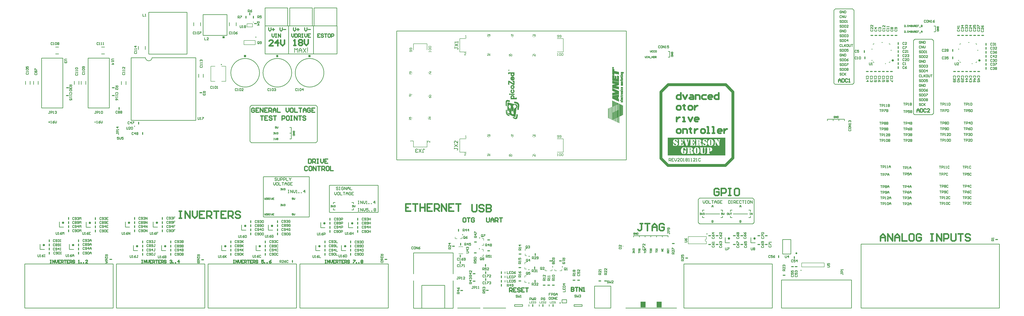
<source format=gto>
G04*
G04 #@! TF.GenerationSoftware,Altium Limited,Altium Designer,18.1.9 (240)*
G04*
G04 Layer_Color=65535*
%FSLAX25Y25*%
%MOIN*%
G70*
G01*
G75*
%ADD10C,0.00984*%
%ADD11C,0.01000*%
%ADD12C,0.01575*%
%ADD13C,0.02000*%
%ADD14C,0.01200*%
%ADD15C,0.00394*%
%ADD16C,0.00787*%
%ADD17C,0.01500*%
%ADD18C,0.00100*%
%ADD19C,0.00050*%
%ADD20C,0.00600*%
%ADD21C,0.01968*%
%ADD22C,0.01181*%
%ADD23C,0.05000*%
%ADD24C,0.00300*%
%ADD25C,0.02500*%
%ADD26C,0.03000*%
%ADD27C,0.00400*%
%ADD28C,0.00500*%
%ADD29C,0.00800*%
%ADD30R,0.08661X0.10236*%
G36*
X1478300Y432108D02*
X1477300D01*
Y433608D01*
X1478300D01*
Y432108D01*
D02*
G37*
G36*
X1500640Y427503D02*
X1502140D01*
Y426504D01*
X1500640D01*
Y427503D01*
D02*
G37*
G36*
X1478300Y451793D02*
X1477300D01*
Y453293D01*
X1478300D01*
Y451793D01*
D02*
G37*
G36*
X1494734Y463803D02*
X1496234D01*
Y464804D01*
X1494734D01*
Y463803D01*
D02*
G37*
G36*
X1510700Y449825D02*
X1511700D01*
Y451325D01*
X1510700D01*
Y449825D01*
D02*
G37*
G36*
X1629300Y432108D02*
X1628300D01*
Y433608D01*
X1629300D01*
Y432108D01*
D02*
G37*
G36*
X1651640Y427503D02*
X1653140D01*
Y426504D01*
X1651640D01*
Y427503D01*
D02*
G37*
G36*
X1661700Y449825D02*
X1662700D01*
Y451325D01*
X1661700D01*
Y449825D01*
D02*
G37*
G36*
X1629300Y451793D02*
X1628300D01*
Y453293D01*
X1629300D01*
Y451793D01*
D02*
G37*
G36*
X1645734Y463803D02*
X1647234D01*
Y464804D01*
X1645734D01*
Y463803D01*
D02*
G37*
G36*
X1222500Y283630D02*
Y267000D01*
X1122000D01*
Y283630D01*
Y297971D01*
X1222500D01*
Y283630D01*
D02*
G37*
G36*
X499531Y438772D02*
X495996D01*
Y442307D01*
X499531D01*
Y438772D01*
D02*
G37*
G36*
X443417Y438772D02*
X439881D01*
Y442307D01*
X443417D01*
Y438772D01*
D02*
G37*
G36*
X387302D02*
X383767D01*
Y442307D01*
X387302D01*
Y438772D01*
D02*
G37*
G36*
X349921Y471554D02*
X346386D01*
Y475090D01*
X349921D01*
Y471554D01*
D02*
G37*
%LPC*%
G36*
X1169603Y295198D02*
X1165994D01*
Y293921D01*
X1166364Y293866D01*
X1166679Y293792D01*
X1166956Y293699D01*
X1167178Y293588D01*
X1167363Y293495D01*
X1167474Y293421D01*
X1167567Y293366D01*
X1167585Y293347D01*
X1167789Y293162D01*
X1167956Y292959D01*
X1168104Y292737D01*
X1168215Y292514D01*
X1168307Y292311D01*
X1168381Y292163D01*
X1168418Y292052D01*
X1168437Y292033D01*
Y292015D01*
X1168511Y291829D01*
X1168567Y291718D01*
X1168622Y291644D01*
X1168641Y291626D01*
X1168752Y291570D01*
X1168881Y291552D01*
X1168974Y291533D01*
X1169011D01*
X1169214Y291552D01*
X1169344Y291626D01*
X1169436Y291681D01*
X1169455Y291700D01*
X1169547Y291848D01*
X1169585Y291996D01*
X1169603Y292107D01*
Y292144D01*
Y292163D01*
Y295198D01*
D02*
G37*
G36*
X1149483D02*
X1145873D01*
Y293921D01*
X1146243Y293866D01*
X1146558Y293792D01*
X1146836Y293699D01*
X1147058Y293588D01*
X1147243Y293495D01*
X1147354Y293421D01*
X1147447Y293366D01*
X1147465Y293347D01*
X1147669Y293162D01*
X1147835Y292959D01*
X1147983Y292737D01*
X1148094Y292514D01*
X1148187Y292311D01*
X1148261Y292163D01*
X1148298Y292052D01*
X1148317Y292033D01*
Y292015D01*
X1148391Y291829D01*
X1148446Y291718D01*
X1148502Y291644D01*
X1148520Y291626D01*
X1148631Y291570D01*
X1148761Y291552D01*
X1148853Y291533D01*
X1148890D01*
X1149094Y291552D01*
X1149224Y291626D01*
X1149316Y291681D01*
X1149335Y291700D01*
X1149427Y291848D01*
X1149464Y291996D01*
X1149483Y292107D01*
Y292144D01*
Y292163D01*
Y295198D01*
D02*
G37*
G36*
X1187076Y295365D02*
X1186965D01*
Y294180D01*
X1187299Y294088D01*
X1187595Y293995D01*
X1187835Y293884D01*
X1188058Y293792D01*
X1188206Y293699D01*
X1188335Y293643D01*
X1188409Y293588D01*
X1188428Y293569D01*
X1188539Y293366D01*
X1188650Y293181D01*
X1188724Y293014D01*
X1188798Y292884D01*
X1188872Y292774D01*
X1188909Y292681D01*
X1188946Y292625D01*
Y292607D01*
X1189076Y292311D01*
X1189168Y292070D01*
X1189205Y291959D01*
X1189224Y291885D01*
X1189242Y291829D01*
Y291811D01*
X1189279Y291681D01*
X1189298Y291570D01*
X1189335Y291496D01*
Y291478D01*
X1189390Y291404D01*
X1189427Y291348D01*
X1189464Y291311D01*
X1189483Y291293D01*
X1189631Y291200D01*
X1189779Y291163D01*
X1189872Y291145D01*
X1189909D01*
X1190020Y291163D01*
X1190112Y291182D01*
X1190260Y291256D01*
X1190353Y291311D01*
X1190390Y291348D01*
X1190501Y291515D01*
X1190556Y291681D01*
X1190575Y291737D01*
Y291792D01*
Y291829D01*
Y291848D01*
Y294513D01*
X1190556Y294773D01*
X1190501Y294958D01*
X1190482Y295032D01*
X1190445Y295087D01*
X1190427Y295106D01*
Y295124D01*
X1190371Y295198D01*
X1190297Y295254D01*
X1190149Y295328D01*
X1190020Y295346D01*
X1189964D01*
X1189872Y295328D01*
X1189779Y295309D01*
X1189631Y295217D01*
X1189538Y295106D01*
X1189501Y295087D01*
Y295069D01*
X1189316Y294810D01*
X1189187D01*
X1189113Y294828D01*
X1189057Y294847D01*
X1189039D01*
X1188817Y294939D01*
X1188613Y295013D01*
X1188428Y295087D01*
X1188280Y295143D01*
X1188169Y295180D01*
X1188076Y295198D01*
X1188021Y295217D01*
X1188002D01*
X1187854Y295254D01*
X1187687Y295291D01*
X1187354Y295328D01*
X1187188Y295346D01*
X1187076Y295365D01*
D02*
G37*
G36*
X1135767D02*
X1135656D01*
Y294180D01*
X1135989Y294088D01*
X1136285Y293995D01*
X1136526Y293884D01*
X1136748Y293792D01*
X1136896Y293699D01*
X1137026Y293643D01*
X1137099Y293588D01*
X1137118Y293569D01*
X1137229Y293366D01*
X1137340Y293181D01*
X1137414Y293014D01*
X1137488Y292884D01*
X1137562Y292774D01*
X1137599Y292681D01*
X1137636Y292625D01*
Y292607D01*
X1137766Y292311D01*
X1137858Y292070D01*
X1137895Y291959D01*
X1137914Y291885D01*
X1137932Y291829D01*
Y291811D01*
X1137969Y291681D01*
X1137988Y291570D01*
X1138025Y291496D01*
Y291478D01*
X1138081Y291404D01*
X1138118Y291348D01*
X1138155Y291311D01*
X1138173Y291293D01*
X1138321Y291200D01*
X1138469Y291163D01*
X1138562Y291145D01*
X1138599D01*
X1138710Y291163D01*
X1138802Y291182D01*
X1138951Y291256D01*
X1139043Y291311D01*
X1139080Y291348D01*
X1139191Y291515D01*
X1139247Y291681D01*
X1139265Y291737D01*
Y291792D01*
Y291829D01*
Y291848D01*
Y294513D01*
X1139247Y294773D01*
X1139191Y294958D01*
X1139173Y295032D01*
X1139136Y295087D01*
X1139117Y295106D01*
Y295124D01*
X1139062Y295198D01*
X1138988Y295254D01*
X1138840Y295328D01*
X1138710Y295346D01*
X1138654D01*
X1138562Y295328D01*
X1138469Y295309D01*
X1138321Y295217D01*
X1138229Y295106D01*
X1138192Y295087D01*
Y295069D01*
X1138006Y294810D01*
X1137877D01*
X1137803Y294828D01*
X1137747Y294847D01*
X1137729D01*
X1137507Y294939D01*
X1137303Y295013D01*
X1137118Y295087D01*
X1136970Y295143D01*
X1136859Y295180D01*
X1136766Y295198D01*
X1136711Y295217D01*
X1136692D01*
X1136544Y295254D01*
X1136378Y295291D01*
X1136044Y295328D01*
X1135878Y295346D01*
X1135767Y295365D01*
D02*
G37*
G36*
X1212454Y295198D02*
X1210362D01*
X1210122Y295180D01*
X1209936Y295124D01*
X1209825Y295069D01*
X1209807Y295050D01*
X1209788D01*
X1209677Y294921D01*
X1209622Y294773D01*
X1209603Y294661D01*
Y294624D01*
Y294606D01*
X1209622Y294476D01*
X1209640Y294365D01*
X1209659Y294291D01*
X1209677Y294273D01*
X1209770Y294180D01*
X1209862Y294106D01*
X1209955Y294051D01*
X1209992Y294032D01*
X1210159Y293940D01*
X1210288Y293847D01*
X1210399Y293755D01*
X1210473Y293681D01*
X1210547Y293588D01*
X1210584Y293532D01*
X1210621Y293495D01*
Y293477D01*
X1210677Y293347D01*
X1210732Y293199D01*
X1210788Y292884D01*
X1210806Y292755D01*
Y292644D01*
Y292570D01*
Y292533D01*
Y290256D01*
X1212010Y288683D01*
Y292533D01*
Y292737D01*
X1212028Y292903D01*
X1212065Y293070D01*
X1212084Y293199D01*
X1212121Y293310D01*
X1212139Y293384D01*
X1212158Y293440D01*
Y293458D01*
X1212232Y293569D01*
X1212306Y293662D01*
X1212491Y293829D01*
X1212565Y293884D01*
X1212639Y293921D01*
X1212676Y293958D01*
X1212694D01*
X1212805Y294014D01*
X1212898Y294069D01*
X1213046Y294162D01*
X1213120Y294217D01*
X1213139Y294236D01*
X1213213Y294347D01*
X1213231Y294458D01*
X1213250Y294550D01*
Y294587D01*
X1213231Y294754D01*
X1213176Y294865D01*
X1213120Y294939D01*
X1213102Y294958D01*
X1213009Y295032D01*
X1212898Y295106D01*
X1212657Y295161D01*
X1212546Y295180D01*
X1212454Y295198D01*
D02*
G37*
G36*
X1159515D02*
X1157386D01*
X1157127Y295180D01*
X1156942Y295124D01*
X1156868Y295087D01*
X1156813Y295050D01*
X1156794Y295032D01*
X1156776D01*
X1156702Y294976D01*
X1156646Y294902D01*
X1156590Y294754D01*
X1156553Y294624D01*
Y294587D01*
Y294569D01*
X1156572Y294421D01*
X1156609Y294310D01*
X1156683Y294199D01*
X1156757Y294125D01*
X1156813Y294069D01*
X1156887Y294032D01*
X1156924Y294014D01*
X1156942D01*
X1157201Y293921D01*
X1157349Y293829D01*
X1157460Y293736D01*
X1157535Y293662D01*
X1157553Y293643D01*
Y293625D01*
X1157590Y293495D01*
X1157627Y293403D01*
Y293329D01*
Y293310D01*
Y293273D01*
X1157609Y293236D01*
X1157572Y293107D01*
X1157553Y292996D01*
X1157535Y292959D01*
Y292940D01*
X1156590Y289497D01*
X1157183Y287813D01*
X1158608Y292533D01*
X1158682Y292737D01*
X1158738Y292922D01*
X1158812Y293070D01*
X1158867Y293199D01*
X1158923Y293292D01*
X1158960Y293366D01*
X1158978Y293403D01*
X1158997Y293421D01*
X1159071Y293532D01*
X1159163Y293625D01*
X1159237Y293699D01*
X1159293Y293755D01*
X1159385Y293829D01*
X1159423Y293847D01*
X1159774Y294032D01*
X1159941Y294125D01*
X1160070Y294199D01*
X1160126Y294254D01*
X1160145Y294273D01*
X1160200Y294384D01*
X1160219Y294495D01*
X1160237Y294569D01*
Y294606D01*
X1160219Y294717D01*
X1160200Y294810D01*
X1160089Y294958D01*
X1159996Y295050D01*
X1159959Y295087D01*
X1159941D01*
X1159867Y295124D01*
X1159793Y295161D01*
X1159608Y295180D01*
X1159515Y295198D01*
D02*
G37*
G36*
X1167659Y292015D02*
X1167604D01*
X1167437Y291996D01*
X1167308Y291940D01*
X1167234Y291866D01*
X1167197Y291848D01*
X1167104Y291700D01*
X1167030Y291533D01*
X1167012Y291459D01*
X1166993Y291404D01*
X1166975Y291367D01*
Y291348D01*
X1166938Y291200D01*
X1166882Y291071D01*
X1166845Y290960D01*
X1166790Y290848D01*
X1166753Y290774D01*
X1166716Y290719D01*
X1166697Y290700D01*
X1166679Y290682D01*
X1166586Y290589D01*
X1166475Y290497D01*
X1166234Y290349D01*
X1166123Y290275D01*
X1166049Y290219D01*
X1165975Y290201D01*
X1165957Y290182D01*
Y289016D01*
X1166123Y288960D01*
X1166253Y288905D01*
X1166382Y288849D01*
X1166475Y288775D01*
X1166549Y288720D01*
X1166604Y288664D01*
X1166623Y288646D01*
X1166642Y288627D01*
X1166716Y288516D01*
X1166790Y288405D01*
X1166901Y288146D01*
X1166938Y288035D01*
X1166975Y287942D01*
X1166993Y287868D01*
Y287850D01*
X1167067Y287646D01*
X1167141Y287498D01*
X1167197Y287424D01*
X1167215Y287387D01*
X1167345Y287295D01*
X1167474Y287258D01*
X1167585Y287239D01*
X1167622D01*
X1167734Y287258D01*
X1167845Y287276D01*
X1167974Y287350D01*
X1168067Y287406D01*
X1168085Y287443D01*
X1168122Y287535D01*
X1168159Y287628D01*
X1168196Y287831D01*
X1168215Y287924D01*
Y287998D01*
Y288053D01*
Y288072D01*
Y291145D01*
Y291293D01*
X1168196Y291404D01*
X1168178Y291496D01*
Y291570D01*
X1168159Y291626D01*
X1168141Y291663D01*
X1168122Y291700D01*
X1168067Y291811D01*
X1167993Y291885D01*
X1167900Y291940D01*
X1167808Y291978D01*
X1167734Y291996D01*
X1167659Y292015D01*
D02*
G37*
G36*
X1147539D02*
X1147484D01*
X1147317Y291996D01*
X1147188Y291940D01*
X1147113Y291866D01*
X1147076Y291848D01*
X1146984Y291700D01*
X1146910Y291533D01*
X1146891Y291459D01*
X1146873Y291404D01*
X1146854Y291367D01*
Y291348D01*
X1146817Y291200D01*
X1146762Y291071D01*
X1146725Y290960D01*
X1146669Y290848D01*
X1146632Y290774D01*
X1146595Y290719D01*
X1146577Y290700D01*
X1146558Y290682D01*
X1146466Y290589D01*
X1146354Y290497D01*
X1146114Y290349D01*
X1146003Y290275D01*
X1145929Y290219D01*
X1145855Y290201D01*
X1145836Y290182D01*
Y289016D01*
X1146003Y288960D01*
X1146132Y288905D01*
X1146262Y288849D01*
X1146354Y288775D01*
X1146428Y288720D01*
X1146484Y288664D01*
X1146503Y288646D01*
X1146521Y288627D01*
X1146595Y288516D01*
X1146669Y288405D01*
X1146780Y288146D01*
X1146817Y288035D01*
X1146854Y287942D01*
X1146873Y287868D01*
Y287850D01*
X1146947Y287646D01*
X1147021Y287498D01*
X1147076Y287424D01*
X1147095Y287387D01*
X1147225Y287295D01*
X1147354Y287258D01*
X1147465Y287239D01*
X1147502D01*
X1147613Y287258D01*
X1147724Y287276D01*
X1147854Y287350D01*
X1147946Y287406D01*
X1147965Y287443D01*
X1148002Y287535D01*
X1148039Y287628D01*
X1148076Y287831D01*
X1148094Y287924D01*
Y287998D01*
Y288053D01*
Y288072D01*
Y291145D01*
Y291293D01*
X1148076Y291404D01*
X1148057Y291496D01*
Y291570D01*
X1148039Y291626D01*
X1148020Y291663D01*
X1148002Y291700D01*
X1147946Y291811D01*
X1147872Y291885D01*
X1147780Y291940D01*
X1147687Y291978D01*
X1147613Y291996D01*
X1147539Y292015D01*
D02*
G37*
G36*
X1207623Y295198D02*
X1203773D01*
X1203587Y295180D01*
X1203458D01*
X1203347Y295161D01*
X1203273Y295143D01*
X1203217D01*
X1203180Y295124D01*
X1203069Y295050D01*
X1202995Y294976D01*
X1202940Y294921D01*
X1202921Y294884D01*
X1202866Y294773D01*
X1202847Y294661D01*
X1202829Y294587D01*
Y294550D01*
X1202847Y294421D01*
X1202884Y294310D01*
X1202903Y294236D01*
X1202921Y294217D01*
X1203014Y294125D01*
X1203106Y294069D01*
X1203180Y294032D01*
X1203199Y294014D01*
X1203439Y293921D01*
X1203569Y293866D01*
X1203662Y293810D01*
X1203717Y293773D01*
X1203736Y293755D01*
X1203773Y293718D01*
X1203810Y293662D01*
X1203902Y293532D01*
X1203976Y293421D01*
X1203995Y293384D01*
Y293366D01*
X1209511Y283852D01*
X1212010D01*
Y287609D01*
X1207623Y295198D01*
D02*
G37*
G36*
X1203976Y292348D02*
Y286443D01*
X1203958Y286091D01*
X1203884Y285795D01*
X1203791Y285555D01*
X1203699Y285369D01*
X1203587Y285221D01*
X1203495Y285129D01*
X1203421Y285073D01*
X1203402Y285055D01*
X1203273Y284981D01*
X1203143Y284925D01*
X1203069Y284870D01*
X1202995Y284833D01*
X1202940Y284796D01*
X1202903Y284759D01*
X1202884Y284740D01*
X1202829Y284648D01*
X1202810Y284537D01*
X1202792Y284462D01*
Y284425D01*
X1202810Y284333D01*
X1202829Y284240D01*
X1202940Y284092D01*
X1203069Y284000D01*
X1203236Y283926D01*
X1203402Y283889D01*
X1203550Y283870D01*
X1203643Y283852D01*
X1205716D01*
X1205846Y283870D01*
X1205957Y283889D01*
X1206031Y283926D01*
X1206105Y283944D01*
X1206142Y283963D01*
X1206179Y283981D01*
X1206253Y284055D01*
X1206327Y284129D01*
X1206382Y284277D01*
X1206419Y284388D01*
Y284407D01*
Y284425D01*
X1206401Y284537D01*
X1206364Y284648D01*
X1206271Y284796D01*
X1206160Y284888D01*
X1206123Y284925D01*
X1206105D01*
X1205864Y285055D01*
X1205642Y285221D01*
X1205475Y285388D01*
X1205420Y285462D01*
X1205383Y285518D01*
X1205346Y285555D01*
Y285573D01*
X1205290Y285703D01*
X1205253Y285851D01*
X1205198Y286128D01*
Y286258D01*
X1205179Y286350D01*
Y286425D01*
Y286443D01*
Y290793D01*
X1203976Y292348D01*
D02*
G37*
G36*
X1175563Y295198D02*
X1171565D01*
X1171325Y295180D01*
X1171158Y295124D01*
X1171047Y295050D01*
X1171028Y295032D01*
X1171010D01*
X1170936Y294976D01*
X1170899Y294902D01*
X1170825Y294773D01*
X1170806Y294661D01*
Y294606D01*
X1170825Y294439D01*
X1170880Y294310D01*
X1170936Y294217D01*
X1171028Y294143D01*
X1171102Y294088D01*
X1171158Y294051D01*
X1171213Y294014D01*
X1171232D01*
X1171306Y293977D01*
X1171380Y293958D01*
X1171454Y293921D01*
X1171491Y293903D01*
X1171528Y293884D01*
X1171547Y293866D01*
X1171584Y293773D01*
X1171621Y293681D01*
Y293588D01*
Y293569D01*
Y293551D01*
Y285480D01*
X1171602Y285332D01*
X1171584Y285240D01*
X1171565Y285184D01*
X1171547Y285166D01*
X1171510Y285129D01*
X1171491Y285110D01*
X1171473D01*
X1171436Y285092D01*
X1171362Y285073D01*
X1171269Y285036D01*
X1171251Y285018D01*
X1171232D01*
X1171084Y284944D01*
X1170991Y284870D01*
X1170917Y284759D01*
X1170862Y284666D01*
X1170825Y284574D01*
X1170806Y284500D01*
Y284425D01*
X1170825Y284314D01*
X1170843Y284240D01*
X1170917Y284092D01*
X1170973Y284018D01*
X1171010Y283981D01*
X1171176Y283907D01*
X1171362Y283870D01*
X1171436Y283852D01*
X1175804D01*
X1175915Y283870D01*
X1176026Y283889D01*
X1176100Y283907D01*
X1176174Y283926D01*
X1176211Y283944D01*
X1176248Y283963D01*
X1176359Y284037D01*
X1176433Y284111D01*
X1176489Y284203D01*
X1176526Y284277D01*
X1176563Y284388D01*
Y284425D01*
Y284444D01*
X1176544Y284611D01*
X1176470Y284740D01*
X1176378Y284851D01*
X1176267Y284925D01*
X1176137Y284981D01*
X1176044Y285036D01*
X1175970Y285055D01*
X1175952D01*
X1175822Y285092D01*
X1175748Y285110D01*
X1175730Y285129D01*
X1175711D01*
X1175674Y285147D01*
X1175637Y285184D01*
X1175619Y285221D01*
X1175600Y285240D01*
X1175582Y285258D01*
Y285295D01*
X1175563Y285406D01*
Y285499D01*
Y285518D01*
Y285536D01*
Y295198D01*
D02*
G37*
G36*
X1169177Y287628D02*
X1169122D01*
X1168955Y287609D01*
X1168844Y287572D01*
X1168752Y287517D01*
X1168733Y287498D01*
X1168641Y287369D01*
X1168567Y287221D01*
X1168530Y287109D01*
X1168511Y287072D01*
Y287054D01*
X1168437Y286869D01*
X1168381Y286721D01*
X1168307Y286591D01*
X1168252Y286462D01*
X1168196Y286387D01*
X1168159Y286314D01*
X1168141Y286277D01*
X1168122Y286258D01*
X1167974Y286036D01*
X1167808Y285851D01*
X1167734Y285777D01*
X1167678Y285721D01*
X1167641Y285684D01*
X1167622Y285666D01*
X1167382Y285480D01*
X1167178Y285351D01*
X1167086Y285314D01*
X1167030Y285277D01*
X1166993Y285258D01*
X1166975D01*
X1166845Y285203D01*
X1166697Y285166D01*
X1166382Y285092D01*
X1166234Y285055D01*
X1166123Y285036D01*
X1166049Y285018D01*
X1166012D01*
Y283852D01*
X1169714D01*
Y286850D01*
X1169696Y287091D01*
X1169640Y287276D01*
X1169585Y287387D01*
X1169566Y287424D01*
X1169510Y287498D01*
X1169436Y287535D01*
X1169288Y287609D01*
X1169177Y287628D01*
D02*
G37*
G36*
X1165642Y295198D02*
X1161644D01*
X1161403Y295180D01*
X1161236Y295124D01*
X1161125Y295050D01*
X1161107Y295032D01*
X1161088D01*
X1161014Y294976D01*
X1160977Y294902D01*
X1160903Y294773D01*
X1160885Y294661D01*
Y294606D01*
X1160903Y294439D01*
X1160959Y294310D01*
X1161014Y294217D01*
X1161107Y294143D01*
X1161181Y294088D01*
X1161236Y294051D01*
X1161292Y294014D01*
X1161311D01*
X1161385Y293977D01*
X1161459Y293958D01*
X1161533Y293921D01*
X1161570Y293903D01*
X1161607Y293884D01*
X1161625Y293866D01*
X1161662Y293773D01*
X1161699Y293681D01*
Y293588D01*
Y293569D01*
Y293551D01*
Y285480D01*
X1161681Y285332D01*
X1161662Y285240D01*
X1161644Y285184D01*
X1161625Y285166D01*
X1161588Y285129D01*
X1161570Y285110D01*
X1161551D01*
X1161514Y285092D01*
X1161440Y285073D01*
X1161348Y285036D01*
X1161329Y285018D01*
X1161311D01*
X1161162Y284944D01*
X1161070Y284870D01*
X1160996Y284759D01*
X1160940Y284666D01*
X1160903Y284574D01*
X1160885Y284500D01*
Y284425D01*
X1160903Y284314D01*
X1160922Y284240D01*
X1160996Y284092D01*
X1161051Y284018D01*
X1161088Y283981D01*
X1161255Y283907D01*
X1161440Y283870D01*
X1161514Y283852D01*
X1165642D01*
Y295198D01*
D02*
G37*
G36*
X1154962D02*
X1151019D01*
X1150889Y295180D01*
X1150778Y295161D01*
X1150686Y295124D01*
X1150612Y295106D01*
X1150556Y295069D01*
X1150538Y295050D01*
X1150519D01*
X1150427Y294976D01*
X1150353Y294884D01*
X1150316Y294810D01*
X1150279Y294717D01*
X1150260Y294643D01*
X1150242Y294587D01*
Y294532D01*
X1150260Y294365D01*
X1150297Y294254D01*
X1150334Y294180D01*
X1150353Y294162D01*
X1150464Y294088D01*
X1150593Y294014D01*
X1150704Y293958D01*
X1150723Y293940D01*
X1150741D01*
X1150797Y293903D01*
X1150834Y293866D01*
X1150852Y293847D01*
Y293829D01*
X1150889Y293773D01*
X1150926Y293699D01*
X1150945Y293643D01*
X1150963Y293606D01*
X1153851Y283852D01*
X1156257D01*
X1157053Y286832D01*
X1155184Y293403D01*
X1155165Y293477D01*
Y293551D01*
Y293606D01*
Y293625D01*
Y293718D01*
X1155184Y293792D01*
X1155202Y293829D01*
Y293847D01*
X1155258Y293903D01*
X1155332Y293958D01*
X1155406Y293977D01*
X1155424Y293995D01*
X1155554Y294069D01*
X1155647Y294162D01*
X1155721Y294273D01*
X1155758Y294365D01*
X1155795Y294458D01*
X1155813Y294513D01*
Y294569D01*
Y294587D01*
X1155795Y294680D01*
X1155776Y294773D01*
X1155739Y294828D01*
X1155721Y294847D01*
X1155665Y294939D01*
X1155610Y295013D01*
X1155554Y295050D01*
X1155536Y295069D01*
X1155443Y295124D01*
X1155350Y295143D01*
X1155276Y295161D01*
X1155258D01*
X1155202Y295180D01*
X1155110D01*
X1154962Y295198D01*
D02*
G37*
G36*
X1149057Y287628D02*
X1149001D01*
X1148835Y287609D01*
X1148724Y287572D01*
X1148631Y287517D01*
X1148613Y287498D01*
X1148520Y287369D01*
X1148446Y287221D01*
X1148409Y287109D01*
X1148391Y287072D01*
Y287054D01*
X1148317Y286869D01*
X1148261Y286721D01*
X1148187Y286591D01*
X1148131Y286462D01*
X1148076Y286387D01*
X1148039Y286314D01*
X1148020Y286277D01*
X1148002Y286258D01*
X1147854Y286036D01*
X1147687Y285851D01*
X1147613Y285777D01*
X1147558Y285721D01*
X1147521Y285684D01*
X1147502Y285666D01*
X1147262Y285480D01*
X1147058Y285351D01*
X1146965Y285314D01*
X1146910Y285277D01*
X1146873Y285258D01*
X1146854D01*
X1146725Y285203D01*
X1146577Y285166D01*
X1146262Y285092D01*
X1146114Y285055D01*
X1146003Y285036D01*
X1145929Y285018D01*
X1145892D01*
Y283852D01*
X1149594D01*
Y286850D01*
X1149575Y287091D01*
X1149520Y287276D01*
X1149464Y287387D01*
X1149446Y287424D01*
X1149390Y287498D01*
X1149316Y287535D01*
X1149168Y287609D01*
X1149057Y287628D01*
D02*
G37*
G36*
X1145522Y295198D02*
X1141523D01*
X1141283Y295180D01*
X1141116Y295124D01*
X1141005Y295050D01*
X1140987Y295032D01*
X1140968D01*
X1140894Y294976D01*
X1140857Y294902D01*
X1140783Y294773D01*
X1140765Y294661D01*
Y294606D01*
X1140783Y294439D01*
X1140839Y294310D01*
X1140894Y294217D01*
X1140987Y294143D01*
X1141061Y294088D01*
X1141116Y294051D01*
X1141172Y294014D01*
X1141190D01*
X1141264Y293977D01*
X1141338Y293958D01*
X1141412Y293921D01*
X1141449Y293903D01*
X1141486Y293884D01*
X1141505Y293866D01*
X1141542Y293773D01*
X1141579Y293681D01*
Y293588D01*
Y293569D01*
Y293551D01*
Y285480D01*
X1141560Y285332D01*
X1141542Y285240D01*
X1141523Y285184D01*
X1141505Y285166D01*
X1141468Y285129D01*
X1141449Y285110D01*
X1141431D01*
X1141394Y285092D01*
X1141320Y285073D01*
X1141227Y285036D01*
X1141209Y285018D01*
X1141190D01*
X1141042Y284944D01*
X1140950Y284870D01*
X1140876Y284759D01*
X1140820Y284666D01*
X1140783Y284574D01*
X1140765Y284500D01*
Y284425D01*
X1140783Y284314D01*
X1140802Y284240D01*
X1140876Y284092D01*
X1140931Y284018D01*
X1140968Y283981D01*
X1141135Y283907D01*
X1141320Y283870D01*
X1141394Y283852D01*
X1145522D01*
Y295198D01*
D02*
G37*
G36*
X1197090Y295402D02*
X1196979D01*
Y294254D01*
X1197090Y294217D01*
X1197183Y294162D01*
X1197331Y294106D01*
X1197405Y294069D01*
X1197424Y294051D01*
X1197498Y293977D01*
X1197553Y293921D01*
X1197590Y293847D01*
X1197609Y293829D01*
X1197683Y293643D01*
X1197720Y293458D01*
X1197738Y293366D01*
Y293292D01*
Y293255D01*
Y293236D01*
Y286017D01*
Y285795D01*
X1197701Y285610D01*
X1197683Y285462D01*
X1197646Y285332D01*
X1197609Y285240D01*
X1197572Y285166D01*
X1197553Y285129D01*
X1197535Y285110D01*
X1197479Y285036D01*
X1197424Y284981D01*
X1197387Y284962D01*
X1197368Y284944D01*
X1197331Y284925D01*
X1197276Y284907D01*
X1197146Y284851D01*
X1197035Y284833D01*
X1196998Y284814D01*
X1196979D01*
Y283648D01*
X1197350Y283685D01*
X1197720Y283741D01*
X1198053Y283815D01*
X1198368Y283926D01*
X1198664Y284018D01*
X1198923Y284148D01*
X1199182Y284259D01*
X1199404Y284388D01*
X1199589Y284500D01*
X1199774Y284611D01*
X1199922Y284722D01*
X1200052Y284814D01*
X1200145Y284907D01*
X1200219Y284962D01*
X1200256Y284999D01*
X1200274Y285018D01*
X1200570Y285332D01*
X1200811Y285684D01*
X1201033Y286036D01*
X1201218Y286406D01*
X1201385Y286776D01*
X1201514Y287146D01*
X1201625Y287517D01*
X1201718Y287868D01*
X1201792Y288201D01*
X1201829Y288516D01*
X1201866Y288794D01*
X1201903Y289035D01*
Y289220D01*
X1201921Y289368D01*
Y289497D01*
X1201903Y290034D01*
X1201847Y290534D01*
X1201755Y291015D01*
X1201662Y291441D01*
X1201514Y291866D01*
X1201385Y292237D01*
X1201218Y292588D01*
X1201070Y292884D01*
X1200904Y293162D01*
X1200737Y293403D01*
X1200607Y293606D01*
X1200478Y293792D01*
X1200367Y293921D01*
X1200274Y294014D01*
X1200219Y294069D01*
X1200200Y294088D01*
X1199959Y294310D01*
X1199719Y294495D01*
X1199478Y294661D01*
X1199275Y294791D01*
X1199090Y294902D01*
X1198941Y294976D01*
X1198849Y295013D01*
X1198812Y295032D01*
X1198516Y295143D01*
X1198201Y295235D01*
X1197905Y295291D01*
X1197609Y295346D01*
X1197368Y295365D01*
X1197165Y295383D01*
X1197090Y295402D01*
D02*
G37*
G36*
X1196665D02*
X1196276Y295383D01*
X1195906Y295328D01*
X1195591Y295272D01*
X1195332Y295198D01*
X1195110Y295143D01*
X1194943Y295087D01*
X1194851Y295050D01*
X1194814Y295032D01*
X1194536Y294902D01*
X1194277Y294754D01*
X1194055Y294587D01*
X1193851Y294439D01*
X1193666Y294310D01*
X1193536Y294199D01*
X1193462Y294125D01*
X1193425Y294088D01*
X1193129Y293755D01*
X1192870Y293421D01*
X1192648Y293088D01*
X1192463Y292774D01*
X1192333Y292496D01*
X1192278Y292385D01*
X1192222Y292292D01*
X1192185Y292200D01*
X1192167Y292144D01*
X1192148Y292107D01*
Y292089D01*
X1192019Y291644D01*
X1191908Y291200D01*
X1191834Y290756D01*
X1191797Y290367D01*
X1191778Y290182D01*
X1191759Y290016D01*
Y289867D01*
X1191741Y289738D01*
Y289497D01*
X1191759Y288979D01*
X1191815Y288479D01*
X1191889Y288016D01*
X1192000Y287591D01*
X1192111Y287183D01*
X1192259Y286813D01*
X1192389Y286480D01*
X1192556Y286184D01*
X1192704Y285906D01*
X1192852Y285684D01*
X1192981Y285480D01*
X1193092Y285314D01*
X1193203Y285184D01*
X1193277Y285092D01*
X1193333Y285036D01*
X1193351Y285018D01*
X1193592Y284796D01*
X1193851Y284611D01*
X1194129Y284444D01*
X1194407Y284296D01*
X1194684Y284166D01*
X1194962Y284055D01*
X1195480Y283870D01*
X1195721Y283815D01*
X1195943Y283759D01*
X1196146Y283722D01*
X1196332Y283685D01*
X1196461Y283667D01*
X1196572D01*
X1196646Y283648D01*
X1196665D01*
Y284796D01*
X1196498Y284851D01*
X1196369Y284907D01*
X1196276Y284962D01*
X1196202Y285018D01*
X1196146Y285055D01*
X1196109Y285092D01*
X1196072Y285129D01*
X1196017Y285240D01*
X1195980Y285369D01*
X1195943Y285666D01*
X1195924Y285795D01*
Y285906D01*
Y285980D01*
Y286017D01*
Y293236D01*
Y293384D01*
X1195943Y293532D01*
X1195961Y293643D01*
X1195998Y293736D01*
X1196017Y293792D01*
X1196035Y293847D01*
X1196054Y293884D01*
X1196109Y293958D01*
X1196202Y294032D01*
X1196406Y294143D01*
X1196498Y294199D01*
X1196591Y294217D01*
X1196646Y294254D01*
X1196665D01*
Y295402D01*
D02*
G37*
G36*
X1186688D02*
X1186096Y295346D01*
X1185577Y295254D01*
X1185133Y295124D01*
X1184929Y295069D01*
X1184763Y294995D01*
X1184596Y294921D01*
X1184448Y294865D01*
X1184337Y294810D01*
X1184245Y294754D01*
X1184170Y294699D01*
X1184096Y294680D01*
X1184078Y294643D01*
X1184059D01*
X1183800Y294439D01*
X1183578Y294236D01*
X1183393Y294014D01*
X1183226Y293792D01*
X1183115Y293606D01*
X1183023Y293458D01*
X1182967Y293366D01*
X1182949Y293347D01*
Y293329D01*
X1182819Y293014D01*
X1182727Y292699D01*
X1182653Y292403D01*
X1182616Y292144D01*
X1182579Y291903D01*
X1182560Y291718D01*
Y291552D01*
X1182579Y291200D01*
X1182634Y290885D01*
X1182708Y290571D01*
X1182801Y290275D01*
X1182930Y290016D01*
X1183060Y289756D01*
X1183208Y289534D01*
X1183356Y289331D01*
X1183504Y289145D01*
X1183652Y288979D01*
X1183782Y288849D01*
X1183911Y288720D01*
X1184004Y288627D01*
X1184078Y288572D01*
X1184133Y288535D01*
X1184152Y288516D01*
X1184393Y288350D01*
X1184615Y288220D01*
X1184707Y288164D01*
X1184781Y288127D01*
X1184818Y288090D01*
X1184837D01*
X1185003Y288016D01*
X1185207Y287924D01*
X1185448Y287813D01*
X1185670Y287702D01*
X1185892Y287609D01*
X1186059Y287535D01*
X1186133Y287498D01*
X1186188Y287480D01*
X1186207Y287461D01*
X1186225D01*
X1186521Y287313D01*
X1186780Y287202D01*
X1186984Y287091D01*
X1187150Y286998D01*
X1187262Y286924D01*
X1187354Y286869D01*
X1187391Y286832D01*
X1187410Y286813D01*
X1187558Y286684D01*
X1187650Y286536D01*
X1187724Y286406D01*
X1187780Y286277D01*
X1187817Y286165D01*
X1187835Y286073D01*
Y286017D01*
Y285999D01*
X1187817Y285851D01*
X1187798Y285703D01*
X1187743Y285573D01*
X1187706Y285480D01*
X1187650Y285406D01*
X1187595Y285351D01*
X1187576Y285314D01*
X1187558Y285295D01*
X1187447Y285203D01*
X1187280Y285110D01*
X1186947Y284962D01*
X1186780Y284907D01*
X1186651Y284870D01*
X1186558Y284851D01*
X1186521Y284833D01*
Y283648D01*
X1186780D01*
X1187002Y283667D01*
X1187225Y283704D01*
X1187410Y283722D01*
X1187576Y283759D01*
X1187687Y283778D01*
X1187780Y283796D01*
X1187798D01*
X1188021Y283852D01*
X1188224Y283926D01*
X1188428Y284000D01*
X1188576Y284055D01*
X1188724Y284111D01*
X1188817Y284166D01*
X1188890Y284185D01*
X1188909Y284203D01*
X1189242Y284407D01*
X1189538Y284648D01*
X1189797Y284888D01*
X1190001Y285110D01*
X1190168Y285314D01*
X1190297Y285480D01*
X1190371Y285592D01*
X1190390Y285610D01*
Y285629D01*
X1190575Y285980D01*
X1190705Y286314D01*
X1190816Y286647D01*
X1190871Y286961D01*
X1190908Y287221D01*
X1190945Y287424D01*
Y287609D01*
X1190927Y287868D01*
X1190890Y288127D01*
X1190834Y288387D01*
X1190760Y288609D01*
X1190575Y289053D01*
X1190371Y289423D01*
X1190260Y289590D01*
X1190168Y289719D01*
X1190057Y289849D01*
X1189983Y289960D01*
X1189909Y290034D01*
X1189853Y290090D01*
X1189816Y290127D01*
X1189797Y290145D01*
X1189705Y290275D01*
X1189612Y290386D01*
X1189390Y290589D01*
X1189298Y290663D01*
X1189224Y290719D01*
X1189168Y290737D01*
X1189150Y290756D01*
X1188983Y290848D01*
X1188798Y290960D01*
X1188613Y291052D01*
X1188428Y291145D01*
X1188261Y291237D01*
X1188132Y291293D01*
X1188039Y291330D01*
X1188002Y291348D01*
X1187798Y291441D01*
X1187595Y291515D01*
X1187280Y291663D01*
X1187002Y291792D01*
X1186799Y291885D01*
X1186651Y291959D01*
X1186558Y292015D01*
X1186503Y292052D01*
X1186484D01*
X1186336Y292144D01*
X1186207Y292237D01*
X1186096Y292311D01*
X1186003Y292385D01*
X1185929Y292459D01*
X1185892Y292514D01*
X1185873Y292533D01*
X1185855Y292551D01*
X1185744Y292774D01*
X1185688Y292977D01*
Y293051D01*
X1185670Y293125D01*
Y293162D01*
Y293181D01*
X1185688Y293310D01*
X1185707Y293421D01*
X1185781Y293606D01*
X1185818Y293681D01*
X1185855Y293736D01*
X1185892Y293755D01*
Y293773D01*
X1185984Y293866D01*
X1186114Y293940D01*
X1186373Y294069D01*
X1186503Y294125D01*
X1186595Y294162D01*
X1186669Y294180D01*
X1186688D01*
Y295402D01*
D02*
G37*
G36*
X1183189Y288239D02*
X1183060D01*
X1182986Y288201D01*
X1182838Y288127D01*
X1182764Y288053D01*
X1182727Y288035D01*
Y288016D01*
X1182634Y287850D01*
X1182579Y287683D01*
Y287628D01*
X1182560Y287572D01*
Y284444D01*
X1182579Y284314D01*
X1182653Y284092D01*
X1182745Y283944D01*
X1182875Y283852D01*
X1182986Y283778D01*
X1183078Y283759D01*
X1183152Y283741D01*
X1183171D01*
X1183263Y283759D01*
X1183356Y283778D01*
X1183486Y283852D01*
X1183578Y283926D01*
X1183615Y283963D01*
X1183726Y284092D01*
X1183782Y284166D01*
X1183819Y284203D01*
X1183874Y284222D01*
X1183930Y284240D01*
X1184041D01*
X1184096Y284222D01*
X1184133Y284203D01*
X1184152Y284185D01*
X1184263Y284148D01*
X1184393Y284092D01*
X1184504Y284037D01*
X1184522Y284018D01*
X1184541D01*
X1184855Y283889D01*
X1185170Y283796D01*
X1185448Y283741D01*
X1185707Y283704D01*
X1185929Y283667D01*
X1186114Y283648D01*
X1186262D01*
Y284851D01*
X1186003Y284907D01*
X1185781Y284962D01*
X1185596Y285036D01*
X1185429Y285110D01*
X1185318Y285166D01*
X1185225Y285221D01*
X1185170Y285240D01*
X1185151Y285258D01*
X1184966Y285462D01*
X1184800Y285647D01*
X1184670Y285832D01*
X1184541Y286017D01*
X1184430Y286147D01*
X1184356Y286277D01*
X1184319Y286350D01*
X1184300Y286369D01*
X1184078Y286813D01*
X1184004Y287035D01*
X1183930Y287239D01*
X1183874Y287406D01*
X1183837Y287535D01*
X1183800Y287609D01*
Y287646D01*
X1183726Y287850D01*
X1183652Y287979D01*
X1183578Y288072D01*
X1183560Y288090D01*
X1183449Y288183D01*
X1183300Y288220D01*
X1183189Y288239D01*
D02*
G37*
G36*
X1135378Y295402D02*
X1134786Y295346D01*
X1134268Y295254D01*
X1133823Y295124D01*
X1133620Y295069D01*
X1133453Y294995D01*
X1133286Y294921D01*
X1133138Y294865D01*
X1133027Y294810D01*
X1132935Y294754D01*
X1132861Y294699D01*
X1132787Y294680D01*
X1132768Y294643D01*
X1132750D01*
X1132491Y294439D01*
X1132268Y294236D01*
X1132083Y294014D01*
X1131917Y293792D01*
X1131806Y293606D01*
X1131713Y293458D01*
X1131658Y293366D01*
X1131639Y293347D01*
Y293329D01*
X1131509Y293014D01*
X1131417Y292699D01*
X1131343Y292403D01*
X1131306Y292144D01*
X1131269Y291903D01*
X1131250Y291718D01*
Y291552D01*
X1131269Y291200D01*
X1131324Y290885D01*
X1131398Y290571D01*
X1131491Y290275D01*
X1131621Y290016D01*
X1131750Y289756D01*
X1131898Y289534D01*
X1132046Y289331D01*
X1132194Y289145D01*
X1132342Y288979D01*
X1132472Y288849D01*
X1132602Y288720D01*
X1132694Y288627D01*
X1132768Y288572D01*
X1132824Y288535D01*
X1132842Y288516D01*
X1133083Y288350D01*
X1133305Y288220D01*
X1133397Y288164D01*
X1133472Y288127D01*
X1133509Y288090D01*
X1133527D01*
X1133694Y288016D01*
X1133897Y287924D01*
X1134138Y287813D01*
X1134360Y287702D01*
X1134582Y287609D01*
X1134749Y287535D01*
X1134823Y287498D01*
X1134878Y287480D01*
X1134897Y287461D01*
X1134915D01*
X1135211Y287313D01*
X1135471Y287202D01*
X1135674Y287091D01*
X1135841Y286998D01*
X1135952Y286924D01*
X1136044Y286869D01*
X1136082Y286832D01*
X1136100Y286813D01*
X1136248Y286684D01*
X1136341Y286536D01*
X1136415Y286406D01*
X1136470Y286277D01*
X1136507Y286165D01*
X1136526Y286073D01*
Y286017D01*
Y285999D01*
X1136507Y285851D01*
X1136489Y285703D01*
X1136433Y285573D01*
X1136396Y285480D01*
X1136341Y285406D01*
X1136285Y285351D01*
X1136267Y285314D01*
X1136248Y285295D01*
X1136137Y285203D01*
X1135970Y285110D01*
X1135637Y284962D01*
X1135471Y284907D01*
X1135341Y284870D01*
X1135248Y284851D01*
X1135211Y284833D01*
Y283648D01*
X1135471D01*
X1135693Y283667D01*
X1135915Y283704D01*
X1136100Y283722D01*
X1136267Y283759D01*
X1136378Y283778D01*
X1136470Y283796D01*
X1136489D01*
X1136711Y283852D01*
X1136914Y283926D01*
X1137118Y284000D01*
X1137266Y284055D01*
X1137414Y284111D01*
X1137507Y284166D01*
X1137581Y284185D01*
X1137599Y284203D01*
X1137932Y284407D01*
X1138229Y284648D01*
X1138488Y284888D01*
X1138691Y285110D01*
X1138858Y285314D01*
X1138988Y285480D01*
X1139062Y285592D01*
X1139080Y285610D01*
Y285629D01*
X1139265Y285980D01*
X1139395Y286314D01*
X1139506Y286647D01*
X1139561Y286961D01*
X1139598Y287221D01*
X1139635Y287424D01*
Y287609D01*
X1139617Y287868D01*
X1139580Y288127D01*
X1139524Y288387D01*
X1139450Y288609D01*
X1139265Y289053D01*
X1139062Y289423D01*
X1138951Y289590D01*
X1138858Y289719D01*
X1138747Y289849D01*
X1138673Y289960D01*
X1138599Y290034D01*
X1138543Y290090D01*
X1138506Y290127D01*
X1138488Y290145D01*
X1138395Y290275D01*
X1138303Y290386D01*
X1138081Y290589D01*
X1137988Y290663D01*
X1137914Y290719D01*
X1137858Y290737D01*
X1137840Y290756D01*
X1137673Y290848D01*
X1137488Y290960D01*
X1137303Y291052D01*
X1137118Y291145D01*
X1136951Y291237D01*
X1136822Y291293D01*
X1136729Y291330D01*
X1136692Y291348D01*
X1136489Y291441D01*
X1136285Y291515D01*
X1135970Y291663D01*
X1135693Y291792D01*
X1135489Y291885D01*
X1135341Y291959D01*
X1135248Y292015D01*
X1135193Y292052D01*
X1135174D01*
X1135026Y292144D01*
X1134897Y292237D01*
X1134786Y292311D01*
X1134693Y292385D01*
X1134619Y292459D01*
X1134582Y292514D01*
X1134564Y292533D01*
X1134545Y292551D01*
X1134434Y292774D01*
X1134379Y292977D01*
Y293051D01*
X1134360Y293125D01*
Y293162D01*
Y293181D01*
X1134379Y293310D01*
X1134397Y293421D01*
X1134471Y293606D01*
X1134508Y293681D01*
X1134545Y293736D01*
X1134582Y293755D01*
Y293773D01*
X1134675Y293866D01*
X1134804Y293940D01*
X1135063Y294069D01*
X1135193Y294125D01*
X1135285Y294162D01*
X1135360Y294180D01*
X1135378D01*
Y295402D01*
D02*
G37*
G36*
X1131880Y288239D02*
X1131750D01*
X1131676Y288201D01*
X1131528Y288127D01*
X1131454Y288053D01*
X1131417Y288035D01*
Y288016D01*
X1131324Y287850D01*
X1131269Y287683D01*
Y287628D01*
X1131250Y287572D01*
Y284444D01*
X1131269Y284314D01*
X1131343Y284092D01*
X1131435Y283944D01*
X1131565Y283852D01*
X1131676Y283778D01*
X1131769Y283759D01*
X1131843Y283741D01*
X1131861D01*
X1131954Y283759D01*
X1132046Y283778D01*
X1132176Y283852D01*
X1132268Y283926D01*
X1132305Y283963D01*
X1132417Y284092D01*
X1132472Y284166D01*
X1132509Y284203D01*
X1132565Y284222D01*
X1132620Y284240D01*
X1132731D01*
X1132787Y284222D01*
X1132824Y284203D01*
X1132842Y284185D01*
X1132953Y284148D01*
X1133083Y284092D01*
X1133194Y284037D01*
X1133212Y284018D01*
X1133231D01*
X1133546Y283889D01*
X1133860Y283796D01*
X1134138Y283741D01*
X1134397Y283704D01*
X1134619Y283667D01*
X1134804Y283648D01*
X1134952D01*
Y284851D01*
X1134693Y284907D01*
X1134471Y284962D01*
X1134286Y285036D01*
X1134119Y285110D01*
X1134008Y285166D01*
X1133916Y285221D01*
X1133860Y285240D01*
X1133842Y285258D01*
X1133657Y285462D01*
X1133490Y285647D01*
X1133360Y285832D01*
X1133231Y286017D01*
X1133120Y286147D01*
X1133046Y286277D01*
X1133009Y286350D01*
X1132990Y286369D01*
X1132768Y286813D01*
X1132694Y287035D01*
X1132620Y287239D01*
X1132565Y287406D01*
X1132528Y287535D01*
X1132491Y287609D01*
Y287646D01*
X1132417Y287850D01*
X1132342Y287979D01*
X1132268Y288072D01*
X1132250Y288090D01*
X1132139Y288183D01*
X1131991Y288220D01*
X1131880Y288239D01*
D02*
G37*
G36*
X1176729Y295198D02*
X1175822D01*
Y293995D01*
X1176026Y293940D01*
X1176193Y293866D01*
X1176322Y293810D01*
X1176433Y293755D01*
X1176489Y293699D01*
X1176544Y293662D01*
X1176581Y293643D01*
Y293625D01*
X1176637Y293532D01*
X1176674Y293440D01*
X1176729Y293218D01*
X1176748Y293125D01*
Y293051D01*
Y292996D01*
Y292977D01*
Y290830D01*
Y290608D01*
X1176729Y290460D01*
X1176711Y290386D01*
X1176692Y290349D01*
X1176637Y290238D01*
X1176563Y290127D01*
X1176489Y290053D01*
X1176470Y290016D01*
X1176415Y289997D01*
X1176341Y289960D01*
X1176137Y289923D01*
X1176026Y289904D01*
X1175933Y289886D01*
X1175878Y289867D01*
X1175859D01*
Y288720D01*
X1176026Y288701D01*
X1176174Y288646D01*
X1176285Y288609D01*
X1176378Y288553D01*
X1176452Y288516D01*
X1176489Y288479D01*
X1176526Y288461D01*
Y288442D01*
X1176637Y288276D01*
X1176692Y288109D01*
X1176711Y288053D01*
X1176729Y287998D01*
Y287961D01*
Y287942D01*
Y287905D01*
X1176748Y287850D01*
Y287683D01*
Y287591D01*
Y287535D01*
Y287480D01*
Y287461D01*
Y286091D01*
X1176766Y285684D01*
X1176840Y285332D01*
X1176952Y285018D01*
X1177063Y284759D01*
X1177174Y284555D01*
X1177285Y284407D01*
X1177359Y284314D01*
X1177377Y284277D01*
X1177636Y284055D01*
X1177933Y283907D01*
X1178229Y283796D01*
X1178525Y283704D01*
X1178784Y283667D01*
X1178988Y283648D01*
X1179062Y283630D01*
X1179376D01*
X1179561Y283648D01*
X1179728Y283667D01*
X1179858Y283704D01*
X1179969Y283722D01*
X1180061Y283741D01*
X1180117Y283759D01*
X1180135D01*
X1180431Y283870D01*
X1180561Y283926D01*
X1180691Y284000D01*
X1180783Y284055D01*
X1180857Y284111D01*
X1180894Y284129D01*
X1180913Y284148D01*
X1181172Y284388D01*
X1181375Y284611D01*
X1181450Y284703D01*
X1181524Y284777D01*
X1181542Y284833D01*
X1181561Y284851D01*
X1181653Y284999D01*
X1181709Y285129D01*
X1181783Y285332D01*
X1181801Y285425D01*
X1181820Y285480D01*
Y285610D01*
X1181783Y285684D01*
X1181727Y285814D01*
X1181653Y285906D01*
X1181635Y285943D01*
X1181616D01*
X1181542Y286017D01*
X1181468Y286054D01*
X1181338Y286128D01*
X1181246Y286147D01*
X1181209D01*
X1181098Y286128D01*
X1181005Y286091D01*
X1180820Y285962D01*
X1180746Y285888D01*
X1180691Y285832D01*
X1180672Y285795D01*
X1180653Y285777D01*
X1180598Y285721D01*
Y285740D01*
Y285758D01*
Y285777D01*
Y287461D01*
Y287609D01*
X1180561Y287757D01*
X1180542Y287887D01*
X1180505Y287998D01*
X1180468Y288109D01*
X1180431Y288183D01*
X1180413Y288220D01*
X1180394Y288239D01*
X1180209Y288516D01*
X1180024Y288720D01*
X1179932Y288812D01*
X1179858Y288868D01*
X1179821Y288905D01*
X1179802Y288923D01*
X1179543Y289090D01*
X1179302Y289201D01*
X1179191Y289257D01*
X1179117Y289294D01*
X1179062Y289312D01*
X1179043D01*
X1178710Y289405D01*
X1178543Y289423D01*
X1178377Y289442D01*
X1178229Y289460D01*
X1178025D01*
X1178266Y289479D01*
X1178488Y289516D01*
X1178673Y289553D01*
X1178840Y289590D01*
X1178969Y289627D01*
X1179062Y289664D01*
X1179117Y289701D01*
X1179136D01*
X1179432Y289867D01*
X1179561Y289960D01*
X1179673Y290034D01*
X1179747Y290108D01*
X1179821Y290164D01*
X1179858Y290201D01*
X1179876Y290219D01*
X1180135Y290534D01*
X1180320Y290848D01*
X1180468Y291182D01*
X1180561Y291496D01*
X1180616Y291774D01*
X1180635Y291903D01*
Y291996D01*
X1180653Y292089D01*
Y292144D01*
Y292181D01*
Y292200D01*
X1180635Y292477D01*
X1180598Y292718D01*
X1180542Y292959D01*
X1180468Y293181D01*
X1180283Y293569D01*
X1180080Y293903D01*
X1179876Y294143D01*
X1179691Y294328D01*
X1179617Y294402D01*
X1179561Y294439D01*
X1179524Y294476D01*
X1179506D01*
X1179210Y294661D01*
X1178914Y294810D01*
X1178617Y294921D01*
X1178340Y295013D01*
X1178099Y295069D01*
X1177914Y295106D01*
X1177840D01*
X1177785Y295124D01*
X1177748D01*
X1177488Y295143D01*
X1177229Y295161D01*
X1176970Y295180D01*
X1176729Y295198D01*
D02*
G37*
G36*
X1153722Y281360D02*
X1153666D01*
X1153555Y281342D01*
X1153462Y281323D01*
X1153314Y281231D01*
X1153203Y281120D01*
X1153185Y281101D01*
X1153166Y281083D01*
X1153111Y280990D01*
X1153055Y280916D01*
X1152981Y280823D01*
X1152963Y280786D01*
X1152944Y280768D01*
X1152870Y280749D01*
X1152833D01*
X1152759Y280768D01*
X1152666Y280786D01*
X1152611Y280805D01*
X1152574Y280823D01*
X1152204Y280953D01*
X1151797Y281064D01*
X1151389Y281157D01*
X1151000Y281231D01*
X1150667Y281286D01*
X1150519Y281305D01*
X1150390Y281323D01*
X1150279D01*
X1150205Y281342D01*
X1150131D01*
Y280139D01*
X1150390Y280120D01*
X1150612Y280083D01*
X1150797Y280046D01*
X1150945Y280009D01*
X1151075Y279972D01*
X1151149Y279954D01*
X1151204Y279916D01*
X1151223D01*
X1151371Y279842D01*
X1151519Y279750D01*
X1151759Y279565D01*
X1151871Y279472D01*
X1151945Y279398D01*
X1152000Y279343D01*
X1152019Y279324D01*
X1152093Y279194D01*
X1152167Y279065D01*
X1152333Y278787D01*
X1152389Y278658D01*
X1152444Y278547D01*
X1152481Y278473D01*
X1152500Y278454D01*
X1152611Y278251D01*
X1152703Y278047D01*
X1152777Y277880D01*
X1152833Y277732D01*
X1152870Y277603D01*
X1152907Y277510D01*
X1152926Y277455D01*
Y277436D01*
X1152963Y277307D01*
X1153018Y277177D01*
X1153055Y277084D01*
X1153092Y277010D01*
X1153166Y276918D01*
X1153185Y276881D01*
X1153314Y276788D01*
X1153462Y276751D01*
X1153573Y276733D01*
X1153629D01*
X1153851Y276770D01*
X1153999Y276844D01*
X1154110Y276973D01*
X1154203Y277121D01*
X1154240Y277251D01*
X1154258Y277381D01*
X1154277Y277455D01*
Y277492D01*
Y280638D01*
X1154258Y280860D01*
X1154203Y281027D01*
X1154147Y281120D01*
X1154129Y281157D01*
X1154073Y281231D01*
X1153999Y281268D01*
X1153851Y281342D01*
X1153777D01*
X1153722Y281360D01*
D02*
G37*
G36*
X1195073Y281138D02*
X1194758D01*
Y279935D01*
X1194925Y279916D01*
X1195054Y279879D01*
X1195184Y279842D01*
X1195258Y279805D01*
X1195332Y279768D01*
X1195369Y279731D01*
X1195406Y279713D01*
X1195517Y279602D01*
X1195573Y279509D01*
X1195610Y279435D01*
X1195628Y279398D01*
X1195647Y279343D01*
X1195665Y279250D01*
X1195684Y279102D01*
Y279010D01*
Y278954D01*
Y278917D01*
Y278898D01*
Y276325D01*
Y276159D01*
X1195665Y275992D01*
X1195647Y275863D01*
X1195610Y275752D01*
X1195591Y275678D01*
X1195554Y275622D01*
X1195536Y275585D01*
Y275567D01*
X1195461Y275455D01*
X1195406Y275381D01*
X1195350Y275344D01*
X1195332Y275326D01*
X1195276Y275307D01*
X1195202Y275270D01*
X1195017Y275215D01*
X1194943Y275196D01*
X1194869Y275178D01*
X1194814Y275159D01*
X1194795D01*
Y273993D01*
X1195110D01*
X1195387Y274012D01*
X1195665Y274030D01*
X1195887Y274049D01*
X1196109Y274067D01*
X1196294Y274086D01*
X1196461Y274123D01*
X1196609Y274141D01*
X1196739Y274178D01*
X1196850Y274197D01*
X1196942Y274215D01*
X1197016Y274252D01*
X1197090Y274271D01*
X1197127Y274289D01*
X1197572Y274456D01*
X1197960Y274660D01*
X1198275Y274863D01*
X1198534Y275067D01*
X1198738Y275252D01*
X1198867Y275400D01*
X1198960Y275493D01*
X1198978Y275530D01*
X1199182Y275863D01*
X1199330Y276214D01*
X1199423Y276566D01*
X1199497Y276899D01*
X1199534Y277214D01*
X1199552Y277325D01*
X1199571Y277436D01*
Y277658D01*
X1199552Y278065D01*
X1199478Y278454D01*
X1199386Y278787D01*
X1199275Y279065D01*
X1199164Y279306D01*
X1199071Y279472D01*
X1198997Y279583D01*
X1198978Y279620D01*
X1198756Y279898D01*
X1198516Y280139D01*
X1198257Y280342D01*
X1198016Y280509D01*
X1197794Y280638D01*
X1197627Y280731D01*
X1197553Y280768D01*
X1197498Y280786D01*
X1197479Y280805D01*
X1197461D01*
X1197294Y280860D01*
X1197109Y280916D01*
X1196683Y280990D01*
X1196239Y281064D01*
X1195795Y281101D01*
X1195387Y281120D01*
X1195221D01*
X1195073Y281138D01*
D02*
G37*
G36*
X1194462D02*
X1190464D01*
X1190223Y281120D01*
X1190057Y281064D01*
X1189946Y280990D01*
X1189927Y280972D01*
X1189909D01*
X1189834Y280916D01*
X1189797Y280842D01*
X1189723Y280712D01*
X1189705Y280601D01*
Y280546D01*
X1189723Y280379D01*
X1189779Y280250D01*
X1189834Y280157D01*
X1189927Y280083D01*
X1190001Y280028D01*
X1190057Y279991D01*
X1190112Y279954D01*
X1190131D01*
X1190205Y279916D01*
X1190279Y279898D01*
X1190353Y279861D01*
X1190390Y279842D01*
X1190427Y279824D01*
X1190445Y279805D01*
X1190482Y279713D01*
X1190519Y279620D01*
Y279528D01*
Y279509D01*
Y279491D01*
Y271420D01*
X1190501Y271272D01*
X1190482Y271180D01*
X1190464Y271124D01*
X1190445Y271106D01*
X1190408Y271069D01*
X1190390Y271050D01*
X1190371D01*
X1190334Y271032D01*
X1190260Y271013D01*
X1190168Y270976D01*
X1190149Y270958D01*
X1190131D01*
X1189983Y270884D01*
X1189890Y270810D01*
X1189816Y270698D01*
X1189760Y270606D01*
X1189723Y270513D01*
X1189705Y270439D01*
Y270365D01*
X1189723Y270254D01*
X1189742Y270180D01*
X1189816Y270032D01*
X1189872Y269958D01*
X1189909Y269921D01*
X1190075Y269847D01*
X1190260Y269810D01*
X1190334Y269792D01*
X1194703D01*
X1194814Y269810D01*
X1194925Y269829D01*
X1194999Y269847D01*
X1195073Y269865D01*
X1195110Y269884D01*
X1195147Y269902D01*
X1195258Y269977D01*
X1195332Y270051D01*
X1195387Y270143D01*
X1195424Y270217D01*
X1195461Y270328D01*
Y270365D01*
Y270384D01*
X1195443Y270550D01*
X1195369Y270680D01*
X1195276Y270791D01*
X1195165Y270865D01*
X1195036Y270921D01*
X1194943Y270976D01*
X1194869Y270995D01*
X1194851D01*
X1194721Y271032D01*
X1194647Y271050D01*
X1194629Y271069D01*
X1194610D01*
X1194573Y271087D01*
X1194536Y271124D01*
X1194518Y271161D01*
X1194499Y271180D01*
X1194481Y271198D01*
Y271235D01*
X1194462Y271346D01*
Y271439D01*
Y271457D01*
Y271476D01*
Y281138D01*
D02*
G37*
G36*
X1160496D02*
X1156498D01*
X1156257Y281120D01*
X1156091Y281064D01*
X1155980Y280990D01*
X1155961Y280972D01*
X1155943D01*
X1155869Y280916D01*
X1155832Y280842D01*
X1155758Y280712D01*
X1155739Y280601D01*
Y280546D01*
X1155758Y280379D01*
X1155813Y280250D01*
X1155869Y280157D01*
X1155961Y280083D01*
X1156035Y280028D01*
X1156091Y279991D01*
X1156146Y279954D01*
X1156165D01*
X1156239Y279916D01*
X1156313Y279898D01*
X1156387Y279861D01*
X1156424Y279842D01*
X1156461Y279824D01*
X1156479Y279805D01*
X1156516Y279713D01*
X1156553Y279620D01*
Y279528D01*
Y279509D01*
Y279491D01*
Y271420D01*
X1156535Y271272D01*
X1156516Y271180D01*
X1156498Y271124D01*
X1156479Y271106D01*
X1156443Y271069D01*
X1156424Y271050D01*
X1156405D01*
X1156368Y271032D01*
X1156294Y271013D01*
X1156202Y270976D01*
X1156183Y270958D01*
X1156165D01*
X1156017Y270884D01*
X1155924Y270810D01*
X1155850Y270698D01*
X1155795Y270606D01*
X1155758Y270513D01*
X1155739Y270439D01*
Y270365D01*
X1155758Y270254D01*
X1155776Y270180D01*
X1155850Y270032D01*
X1155906Y269958D01*
X1155943Y269921D01*
X1156109Y269847D01*
X1156294Y269810D01*
X1156368Y269792D01*
X1160737D01*
X1160848Y269810D01*
X1160959Y269829D01*
X1161033Y269847D01*
X1161107Y269865D01*
X1161144Y269884D01*
X1161181Y269902D01*
X1161292Y269977D01*
X1161366Y270051D01*
X1161422Y270143D01*
X1161459Y270217D01*
X1161496Y270328D01*
Y270365D01*
Y270384D01*
X1161477Y270550D01*
X1161403Y270680D01*
X1161311Y270791D01*
X1161199Y270865D01*
X1161070Y270921D01*
X1160977Y270976D01*
X1160903Y270995D01*
X1160885D01*
X1160755Y271032D01*
X1160681Y271050D01*
X1160663Y271069D01*
X1160644D01*
X1160607Y271087D01*
X1160570Y271124D01*
X1160552Y271161D01*
X1160533Y271180D01*
X1160515Y271198D01*
Y271235D01*
X1160496Y271346D01*
Y271439D01*
Y271457D01*
Y271476D01*
Y281138D01*
D02*
G37*
G36*
X1187947D02*
X1185707D01*
X1185448Y281120D01*
X1185262Y281083D01*
X1185188Y281046D01*
X1185133Y281027D01*
X1185114Y281009D01*
X1185096D01*
X1185022Y280953D01*
X1184985Y280879D01*
X1184911Y280749D01*
X1184892Y280638D01*
Y280601D01*
Y280583D01*
X1184911Y280416D01*
X1184948Y280305D01*
X1184966Y280231D01*
X1184985Y280213D01*
X1185096Y280120D01*
X1185225Y280028D01*
X1185337Y279954D01*
X1185355Y279935D01*
X1185374D01*
X1185633Y279768D01*
X1185818Y279546D01*
X1185966Y279324D01*
X1186059Y279102D01*
X1186114Y278880D01*
X1186133Y278713D01*
X1186151Y278639D01*
Y278584D01*
Y278565D01*
Y278547D01*
Y273271D01*
X1186133Y272864D01*
X1186059Y272494D01*
X1185947Y272161D01*
X1185836Y271865D01*
X1185725Y271624D01*
X1185614Y271439D01*
X1185577Y271383D01*
X1185540Y271328D01*
X1185522Y271309D01*
Y271291D01*
X1185337Y271198D01*
X1185133Y271143D01*
X1184911Y271069D01*
X1184689Y271032D01*
X1184485Y270995D01*
X1184337Y270958D01*
X1184226Y270939D01*
X1184189D01*
Y269588D01*
X1184467Y269625D01*
X1184707Y269662D01*
X1184911Y269717D01*
X1185077Y269754D01*
X1185225Y269810D01*
X1185318Y269829D01*
X1185374Y269865D01*
X1185392D01*
X1185707Y270032D01*
X1185966Y270217D01*
X1186207Y270421D01*
X1186392Y270624D01*
X1186540Y270791D01*
X1186651Y270939D01*
X1186725Y271032D01*
X1186743Y271069D01*
X1186947Y271383D01*
X1187095Y271754D01*
X1187206Y272124D01*
X1187280Y272475D01*
X1187317Y272790D01*
X1187336Y272920D01*
X1187354Y273031D01*
Y273142D01*
Y273216D01*
Y273253D01*
Y273271D01*
Y278547D01*
X1187373Y278861D01*
X1187410Y279010D01*
X1187447Y279120D01*
X1187465Y279232D01*
X1187502Y279306D01*
X1187521Y279343D01*
Y279361D01*
X1187595Y279491D01*
X1187687Y279602D01*
X1187854Y279768D01*
X1187928Y279824D01*
X1187984Y279861D01*
X1188021Y279898D01*
X1188039D01*
X1188150Y279954D01*
X1188224Y280009D01*
X1188298Y280065D01*
X1188335Y280083D01*
X1188372Y280120D01*
X1188391Y280139D01*
X1188465Y280213D01*
X1188502Y280287D01*
X1188576Y280416D01*
X1188594Y280527D01*
Y280564D01*
X1188576Y280675D01*
X1188539Y280768D01*
X1188446Y280916D01*
X1188335Y280990D01*
X1188298Y281027D01*
X1188280D01*
X1188206Y281083D01*
X1188132Y281101D01*
X1188076Y281120D01*
X1188058D01*
X1187947Y281138D01*
D02*
G37*
G36*
X1182912D02*
X1178895D01*
X1178673Y281120D01*
X1178488Y281064D01*
X1178377Y280990D01*
X1178358Y280972D01*
X1178340D01*
X1178266Y280916D01*
X1178229Y280842D01*
X1178155Y280694D01*
X1178136Y280583D01*
Y280527D01*
X1178155Y280379D01*
X1178210Y280250D01*
X1178266Y280157D01*
X1178358Y280083D01*
X1178432Y280028D01*
X1178488Y279991D01*
X1178543Y279954D01*
X1178562D01*
X1178636Y279916D01*
X1178710Y279898D01*
X1178784Y279861D01*
X1178821Y279842D01*
X1178858Y279824D01*
X1178877Y279805D01*
X1178914Y279713D01*
X1178951Y279620D01*
Y279528D01*
Y279509D01*
Y279491D01*
Y273160D01*
X1178969Y272772D01*
X1178988Y272420D01*
X1179043Y272124D01*
X1179099Y271883D01*
X1179136Y271698D01*
X1179191Y271550D01*
X1179210Y271476D01*
X1179228Y271439D01*
X1179339Y271235D01*
X1179487Y271050D01*
X1179636Y270865D01*
X1179802Y270717D01*
X1179932Y270606D01*
X1180043Y270495D01*
X1180117Y270439D01*
X1180154Y270421D01*
X1180413Y270273D01*
X1180653Y270125D01*
X1180913Y270014D01*
X1181135Y269940D01*
X1181338Y269865D01*
X1181487Y269810D01*
X1181598Y269792D01*
X1181635Y269773D01*
X1181912Y269717D01*
X1182227Y269662D01*
X1182523Y269625D01*
X1182801Y269606D01*
X1183060D01*
X1183245Y269588D01*
X1183800D01*
Y270902D01*
X1183652Y270958D01*
X1183523Y270995D01*
X1183412Y271032D01*
X1183337Y271069D01*
X1183282Y271087D01*
X1183245D01*
X1183226Y271106D01*
X1183152Y271180D01*
X1183097Y271272D01*
X1183060Y271328D01*
X1183041Y271365D01*
X1182986Y271494D01*
X1182949Y271624D01*
X1182912Y271735D01*
Y271754D01*
Y271772D01*
Y271883D01*
X1182893Y272031D01*
Y272346D01*
Y272494D01*
Y272623D01*
Y272697D01*
Y272735D01*
Y279491D01*
X1182912Y279639D01*
X1182930Y279731D01*
X1182949Y279787D01*
Y279805D01*
X1182967Y279842D01*
X1182986D01*
X1183004Y279861D01*
X1183041D01*
X1183115Y279898D01*
X1183208Y279935D01*
X1183226Y279954D01*
X1183245D01*
X1183393Y280028D01*
X1183504Y280101D01*
X1183597Y280194D01*
X1183652Y280305D01*
X1183689Y280379D01*
X1183708Y280453D01*
Y280509D01*
Y280527D01*
X1183689Y280675D01*
X1183652Y280786D01*
X1183597Y280860D01*
X1183578Y280879D01*
X1183467Y280972D01*
X1183356Y281046D01*
X1183282Y281064D01*
X1183263Y281083D01*
X1183245D01*
X1182912Y281138D01*
D02*
G37*
G36*
X1172565Y281342D02*
X1172454D01*
Y280194D01*
X1172565Y280157D01*
X1172657Y280101D01*
X1172805Y280046D01*
X1172879Y280009D01*
X1172898Y279991D01*
X1172972Y279916D01*
X1173027Y279861D01*
X1173064Y279787D01*
X1173083Y279768D01*
X1173157Y279583D01*
X1173194Y279398D01*
X1173213Y279306D01*
Y279232D01*
Y279194D01*
Y279176D01*
Y271957D01*
Y271735D01*
X1173176Y271550D01*
X1173157Y271402D01*
X1173120Y271272D01*
X1173083Y271180D01*
X1173046Y271106D01*
X1173027Y271069D01*
X1173009Y271050D01*
X1172953Y270976D01*
X1172898Y270921D01*
X1172861Y270902D01*
X1172842Y270884D01*
X1172805Y270865D01*
X1172750Y270847D01*
X1172620Y270791D01*
X1172509Y270773D01*
X1172472Y270754D01*
X1172454D01*
Y269588D01*
X1172824Y269625D01*
X1173194Y269680D01*
X1173527Y269754D01*
X1173842Y269865D01*
X1174138Y269958D01*
X1174397Y270088D01*
X1174656Y270199D01*
X1174878Y270328D01*
X1175064Y270439D01*
X1175249Y270550D01*
X1175397Y270661D01*
X1175526Y270754D01*
X1175619Y270847D01*
X1175693Y270902D01*
X1175730Y270939D01*
X1175748Y270958D01*
X1176044Y271272D01*
X1176285Y271624D01*
X1176507Y271976D01*
X1176692Y272346D01*
X1176859Y272716D01*
X1176989Y273086D01*
X1177100Y273456D01*
X1177192Y273808D01*
X1177266Y274141D01*
X1177303Y274456D01*
X1177340Y274734D01*
X1177377Y274974D01*
Y275159D01*
X1177396Y275307D01*
Y275437D01*
X1177377Y275974D01*
X1177322Y276474D01*
X1177229Y276955D01*
X1177137Y277381D01*
X1176989Y277806D01*
X1176859Y278176D01*
X1176692Y278528D01*
X1176544Y278824D01*
X1176378Y279102D01*
X1176211Y279343D01*
X1176082Y279546D01*
X1175952Y279731D01*
X1175841Y279861D01*
X1175748Y279954D01*
X1175693Y280009D01*
X1175674Y280028D01*
X1175434Y280250D01*
X1175193Y280435D01*
X1174953Y280601D01*
X1174749Y280731D01*
X1174564Y280842D01*
X1174416Y280916D01*
X1174323Y280953D01*
X1174286Y280972D01*
X1173990Y281083D01*
X1173675Y281175D01*
X1173379Y281231D01*
X1173083Y281286D01*
X1172842Y281305D01*
X1172639Y281323D01*
X1172565Y281342D01*
D02*
G37*
G36*
X1172139D02*
X1171750Y281323D01*
X1171380Y281268D01*
X1171065Y281212D01*
X1170806Y281138D01*
X1170584Y281083D01*
X1170417Y281027D01*
X1170325Y280990D01*
X1170288Y280972D01*
X1170010Y280842D01*
X1169751Y280694D01*
X1169529Y280527D01*
X1169325Y280379D01*
X1169140Y280250D01*
X1169011Y280139D01*
X1168937Y280065D01*
X1168900Y280028D01*
X1168604Y279694D01*
X1168344Y279361D01*
X1168122Y279028D01*
X1167937Y278713D01*
X1167808Y278436D01*
X1167752Y278325D01*
X1167696Y278232D01*
X1167659Y278139D01*
X1167641Y278084D01*
X1167622Y278047D01*
Y278028D01*
X1167493Y277584D01*
X1167382Y277140D01*
X1167308Y276696D01*
X1167271Y276307D01*
X1167252Y276122D01*
X1167234Y275955D01*
Y275807D01*
X1167215Y275678D01*
Y275437D01*
X1167234Y274919D01*
X1167289Y274419D01*
X1167363Y273956D01*
X1167474Y273531D01*
X1167585Y273123D01*
X1167734Y272753D01*
X1167863Y272420D01*
X1168030Y272124D01*
X1168178Y271846D01*
X1168326Y271624D01*
X1168456Y271420D01*
X1168567Y271254D01*
X1168678Y271124D01*
X1168752Y271032D01*
X1168807Y270976D01*
X1168826Y270958D01*
X1169066Y270736D01*
X1169325Y270550D01*
X1169603Y270384D01*
X1169881Y270236D01*
X1170158Y270106D01*
X1170436Y269995D01*
X1170954Y269810D01*
X1171195Y269754D01*
X1171417Y269699D01*
X1171621Y269662D01*
X1171806Y269625D01*
X1171935Y269606D01*
X1172046D01*
X1172120Y269588D01*
X1172139D01*
Y270736D01*
X1171972Y270791D01*
X1171843Y270847D01*
X1171750Y270902D01*
X1171676Y270958D01*
X1171621Y270995D01*
X1171584Y271032D01*
X1171547Y271069D01*
X1171491Y271180D01*
X1171454Y271309D01*
X1171417Y271605D01*
X1171399Y271735D01*
Y271846D01*
Y271920D01*
Y271957D01*
Y279176D01*
Y279324D01*
X1171417Y279472D01*
X1171436Y279583D01*
X1171473Y279676D01*
X1171491Y279731D01*
X1171510Y279787D01*
X1171528Y279824D01*
X1171584Y279898D01*
X1171676Y279972D01*
X1171880Y280083D01*
X1171972Y280139D01*
X1172065Y280157D01*
X1172120Y280194D01*
X1172139D01*
Y281342D01*
D02*
G37*
G36*
X1153944Y275715D02*
X1150575D01*
X1150297Y275696D01*
X1150186Y275659D01*
X1150093Y275641D01*
X1150019Y275604D01*
X1149964Y275567D01*
X1149945Y275548D01*
X1149927D01*
X1149853Y275493D01*
X1149797Y275418D01*
X1149723Y275270D01*
X1149686Y275159D01*
Y275122D01*
Y275104D01*
X1149705Y274937D01*
X1149760Y274808D01*
X1149834Y274697D01*
X1149927Y274623D01*
X1150019Y274567D01*
X1150093Y274530D01*
X1150149Y274493D01*
X1150168D01*
X1150279Y274475D01*
X1150371Y274456D01*
X1150427Y274437D01*
X1150464Y274419D01*
X1150519Y274400D01*
X1150575Y274382D01*
X1150593Y274363D01*
X1150649Y274271D01*
X1150667Y274141D01*
X1150686Y274049D01*
Y274030D01*
Y274012D01*
Y271642D01*
X1150667Y271420D01*
X1150630Y271235D01*
X1150575Y271124D01*
X1150556Y271106D01*
Y271087D01*
X1150519Y271013D01*
X1150464Y270958D01*
X1150427Y270921D01*
X1150408Y270902D01*
X1150371Y270884D01*
X1150297Y270865D01*
X1150168Y270810D01*
X1150038Y270791D01*
X1150001Y270773D01*
X1149982D01*
Y269588D01*
X1150408Y269606D01*
X1150612Y269625D01*
X1150778Y269643D01*
X1150926Y269662D01*
X1151038Y269680D01*
X1151112Y269699D01*
X1151130D01*
X1151537Y269773D01*
X1151704Y269829D01*
X1151871Y269865D01*
X1152000Y269921D01*
X1152093Y269940D01*
X1152167Y269977D01*
X1152185D01*
X1152518Y270143D01*
X1152685Y270217D01*
X1152833Y270310D01*
X1152963Y270384D01*
X1153074Y270439D01*
X1153148Y270476D01*
X1153166Y270495D01*
X1153370Y270624D01*
X1153555Y270754D01*
X1153722Y270884D01*
X1153870Y270995D01*
X1153981Y271087D01*
X1154055Y271161D01*
X1154110Y271217D01*
X1154129Y271235D01*
Y274049D01*
Y274197D01*
X1154147Y274289D01*
Y274326D01*
Y274345D01*
X1154184Y274382D01*
X1154221Y274437D01*
X1154258Y274456D01*
X1154277Y274475D01*
X1154406Y274586D01*
X1154499Y274678D01*
X1154536Y274734D01*
X1154554Y274752D01*
X1154610Y274863D01*
X1154628Y274974D01*
X1154647Y275048D01*
Y275196D01*
X1154610Y275307D01*
X1154536Y275455D01*
X1154462Y275548D01*
X1154443Y275567D01*
X1154425D01*
X1154332Y275622D01*
X1154240Y275659D01*
X1154036Y275696D01*
X1153944Y275715D01*
D02*
G37*
G36*
X1149816Y281342D02*
X1149594D01*
X1149390Y281323D01*
X1149224D01*
X1149094Y281305D01*
X1148983Y281286D01*
X1148909D01*
X1148853Y281268D01*
X1148835D01*
X1148557Y281175D01*
X1148280Y281083D01*
X1148039Y280972D01*
X1147817Y280860D01*
X1147632Y280768D01*
X1147484Y280675D01*
X1147410Y280620D01*
X1147373Y280601D01*
X1146947Y280287D01*
X1146595Y279935D01*
X1146280Y279583D01*
X1146021Y279232D01*
X1145818Y278935D01*
X1145744Y278787D01*
X1145670Y278676D01*
X1145633Y278584D01*
X1145596Y278510D01*
X1145559Y278473D01*
Y278454D01*
X1145355Y277936D01*
X1145188Y277381D01*
X1145077Y276862D01*
X1145003Y276381D01*
X1144985Y276159D01*
X1144966Y275955D01*
X1144948Y275770D01*
Y275622D01*
X1144929Y275493D01*
Y275326D01*
X1144948Y274993D01*
X1144966Y274660D01*
X1145059Y274049D01*
X1145188Y273512D01*
X1145262Y273253D01*
X1145337Y273031D01*
X1145411Y272827D01*
X1145485Y272642D01*
X1145559Y272475D01*
X1145614Y272346D01*
X1145670Y272235D01*
X1145707Y272161D01*
X1145744Y272105D01*
Y272087D01*
X1145892Y271809D01*
X1146040Y271531D01*
X1146225Y271309D01*
X1146391Y271087D01*
X1146540Y270921D01*
X1146669Y270791D01*
X1146743Y270717D01*
X1146780Y270680D01*
X1147058Y270458D01*
X1147336Y270291D01*
X1147595Y270125D01*
X1147854Y270014D01*
X1148057Y269921D01*
X1148224Y269847D01*
X1148335Y269810D01*
X1148354Y269792D01*
X1148372D01*
X1148613Y269717D01*
X1148816Y269662D01*
X1148872Y269643D01*
X1148927Y269625D01*
X1148964D01*
X1149057Y269606D01*
X1149168D01*
X1149409Y269588D01*
X1149668D01*
Y270754D01*
X1149538Y270810D01*
X1149427Y270865D01*
X1149353Y270902D01*
X1149298Y270958D01*
X1149224Y271013D01*
X1149205Y271032D01*
X1149168Y271124D01*
X1149150Y271217D01*
X1149131Y271420D01*
X1149113Y271494D01*
Y271568D01*
Y271624D01*
Y271642D01*
Y279157D01*
X1149150Y279435D01*
X1149224Y279657D01*
X1149335Y279842D01*
X1149464Y279972D01*
X1149594Y280065D01*
X1149705Y280120D01*
X1149779Y280157D01*
X1149816D01*
Y281342D01*
D02*
G37*
G36*
X1161662Y281138D02*
X1160755D01*
Y279935D01*
X1160959Y279879D01*
X1161125Y279805D01*
X1161255Y279750D01*
X1161366Y279694D01*
X1161422Y279639D01*
X1161477Y279602D01*
X1161514Y279583D01*
Y279565D01*
X1161570Y279472D01*
X1161607Y279380D01*
X1161662Y279157D01*
X1161681Y279065D01*
Y278991D01*
Y278935D01*
Y278917D01*
Y276770D01*
Y276548D01*
X1161662Y276399D01*
X1161644Y276325D01*
X1161625Y276289D01*
X1161570Y276177D01*
X1161496Y276066D01*
X1161422Y275992D01*
X1161403Y275955D01*
X1161348Y275937D01*
X1161274Y275900D01*
X1161070Y275863D01*
X1160959Y275844D01*
X1160866Y275826D01*
X1160811Y275807D01*
X1160792D01*
Y274660D01*
X1160959Y274641D01*
X1161107Y274586D01*
X1161218Y274549D01*
X1161311Y274493D01*
X1161385Y274456D01*
X1161422Y274419D01*
X1161459Y274400D01*
Y274382D01*
X1161570Y274215D01*
X1161625Y274049D01*
X1161644Y273993D01*
X1161662Y273938D01*
Y273901D01*
Y273882D01*
Y273845D01*
X1161681Y273790D01*
Y273623D01*
Y273531D01*
Y273475D01*
Y273419D01*
Y273401D01*
Y272031D01*
X1161699Y271624D01*
X1161773Y271272D01*
X1161884Y270958D01*
X1161996Y270698D01*
X1162107Y270495D01*
X1162218Y270347D01*
X1162292Y270254D01*
X1162310Y270217D01*
X1162569Y269995D01*
X1162865Y269847D01*
X1163162Y269736D01*
X1163458Y269643D01*
X1163717Y269606D01*
X1163920Y269588D01*
X1163995Y269569D01*
X1164309D01*
X1164494Y269588D01*
X1164661Y269606D01*
X1164791Y269643D01*
X1164902Y269662D01*
X1164994Y269680D01*
X1165050Y269699D01*
X1165068D01*
X1165364Y269810D01*
X1165494Y269865D01*
X1165623Y269940D01*
X1165716Y269995D01*
X1165790Y270051D01*
X1165827Y270069D01*
X1165845Y270088D01*
X1166105Y270328D01*
X1166308Y270550D01*
X1166382Y270643D01*
X1166456Y270717D01*
X1166475Y270773D01*
X1166493Y270791D01*
X1166586Y270939D01*
X1166642Y271069D01*
X1166716Y271272D01*
X1166734Y271365D01*
X1166753Y271420D01*
Y271550D01*
X1166716Y271624D01*
X1166660Y271754D01*
X1166586Y271846D01*
X1166567Y271883D01*
X1166549D01*
X1166475Y271957D01*
X1166401Y271994D01*
X1166271Y272068D01*
X1166179Y272087D01*
X1166142D01*
X1166031Y272068D01*
X1165938Y272031D01*
X1165753Y271902D01*
X1165679Y271828D01*
X1165623Y271772D01*
X1165605Y271735D01*
X1165586Y271716D01*
X1165531Y271661D01*
Y271679D01*
Y271698D01*
Y271716D01*
Y273401D01*
Y273549D01*
X1165494Y273697D01*
X1165475Y273827D01*
X1165438Y273938D01*
X1165401Y274049D01*
X1165364Y274123D01*
X1165346Y274160D01*
X1165327Y274178D01*
X1165142Y274456D01*
X1164957Y274660D01*
X1164865Y274752D01*
X1164791Y274808D01*
X1164753Y274845D01*
X1164735Y274863D01*
X1164476Y275030D01*
X1164235Y275141D01*
X1164124Y275196D01*
X1164050Y275233D01*
X1163995Y275252D01*
X1163976D01*
X1163643Y275344D01*
X1163476Y275363D01*
X1163310Y275381D01*
X1163162Y275400D01*
X1162958D01*
X1163199Y275418D01*
X1163421Y275455D01*
X1163606Y275493D01*
X1163772Y275530D01*
X1163902Y275567D01*
X1163995Y275604D01*
X1164050Y275641D01*
X1164069D01*
X1164365Y275807D01*
X1164494Y275900D01*
X1164605Y275974D01*
X1164679Y276048D01*
X1164753Y276103D01*
X1164791Y276140D01*
X1164809Y276159D01*
X1165068Y276474D01*
X1165253Y276788D01*
X1165401Y277121D01*
X1165494Y277436D01*
X1165549Y277714D01*
X1165568Y277843D01*
Y277936D01*
X1165586Y278028D01*
Y278084D01*
Y278121D01*
Y278139D01*
X1165568Y278417D01*
X1165531Y278658D01*
X1165475Y278898D01*
X1165401Y279120D01*
X1165216Y279509D01*
X1165013Y279842D01*
X1164809Y280083D01*
X1164624Y280268D01*
X1164550Y280342D01*
X1164494Y280379D01*
X1164457Y280416D01*
X1164439D01*
X1164143Y280601D01*
X1163846Y280749D01*
X1163550Y280860D01*
X1163273Y280953D01*
X1163032Y281009D01*
X1162847Y281046D01*
X1162773D01*
X1162717Y281064D01*
X1162680D01*
X1162421Y281083D01*
X1162162Y281101D01*
X1161903Y281120D01*
X1161662Y281138D01*
D02*
G37*
%LPD*%
D10*
X193602Y317953D02*
G03*
X193602Y317953I-492J0D01*
G01*
X1354646Y66469D02*
G03*
X1354646Y66469I-492J0D01*
G01*
X404905Y473461D02*
G03*
X404905Y473461I-492J0D01*
G01*
X794358Y104087D02*
G03*
X794358Y104087I-492J0D01*
G01*
X794858Y123087D02*
G03*
X794858Y123087I-492J0D01*
G01*
X765232Y128634D02*
G03*
X765232Y128634I-492J0D01*
G01*
X1190823Y130024D02*
G03*
X1190823Y130024I-492J0D01*
G01*
X921953Y72500D02*
G03*
X921953Y72500I-492J0D01*
G01*
X938953D02*
G03*
X938953Y72500I-492J0D01*
G01*
X880552Y44153D02*
G03*
X880552Y44153I-492J0D01*
G01*
Y67495D02*
G03*
X880552Y67495I-492J0D01*
G01*
X880988Y90894D02*
G03*
X880988Y90894I-492J0D01*
G01*
D11*
X522996Y411307D02*
G03*
X522996Y411307I-25000J0D01*
G01*
X466881Y411307D02*
G03*
X466881Y411307I-25000J0D01*
G01*
X410767D02*
G03*
X410767Y411307I-25000J0D01*
G01*
X212101Y437717D02*
G03*
X223601Y437717I5750J250D01*
G01*
X1122674Y448606D02*
X1125174D01*
X1122674Y438606D02*
X1125174D01*
Y448606D01*
X1458716Y500D02*
Y112300D01*
X1699716D01*
Y500D02*
Y112300D01*
X1458716Y500D02*
X1699716D01*
X1400000Y327674D02*
Y330174D01*
X1410000D01*
X1420000D01*
X1410000Y327674D02*
Y330174D01*
X1420000Y327674D02*
Y330174D01*
X1429830Y327674D02*
Y330174D01*
X1419830D02*
X1429830D01*
X994209Y500D02*
X1013500D01*
X994209D02*
Y39004D01*
X1022791D01*
Y500D02*
Y39004D01*
X1008500Y500D02*
X1022791D01*
X1588174Y483000D02*
Y493000D01*
X1585674Y483000D02*
X1588174D01*
X1585674Y493000D02*
X1588174D01*
X1550000Y340000D02*
X1551767Y338233D01*
X1582514D01*
X1585000Y340720D01*
X1552500Y470000D02*
X1560500D01*
X1550000Y467500D02*
X1552500Y470000D01*
X1550000Y340000D02*
Y467500D01*
X1585000Y340720D02*
Y467470D01*
X1582470Y470000D02*
X1585000Y467470D01*
X1560500Y470000D02*
X1582470D01*
X1422000Y523000D02*
X1443970D01*
X1446500Y520470D01*
Y393720D02*
Y520470D01*
X1444014Y391233D02*
X1446500Y393720D01*
X1413267Y391233D02*
X1444014D01*
X1411500Y393000D02*
X1413267Y391233D01*
X1411500Y393000D02*
Y520500D01*
X1414000Y523000D01*
X1422000D01*
X634850Y500D02*
Y64200D01*
X480850Y500D02*
Y64200D01*
X634850Y73500D02*
Y77500D01*
X522850D02*
X634850D01*
Y64200D02*
Y73500D01*
X480850Y77500D02*
X507850D01*
X480850Y64200D02*
Y77500D01*
X507850D02*
X522850D01*
X480850Y500D02*
X634850D01*
X475117D02*
Y64200D01*
X321117Y500D02*
Y64200D01*
X475117Y73500D02*
Y77500D01*
X363117D02*
X475117D01*
Y64200D02*
Y73500D01*
X321117Y77500D02*
X348117D01*
X321117Y64200D02*
Y77500D01*
X348117D02*
X363117D01*
X321117Y500D02*
X475117D01*
X315383D02*
Y64200D01*
X161383Y500D02*
Y64200D01*
X315383Y73500D02*
Y77500D01*
X203383D02*
X315383D01*
Y64200D02*
Y73500D01*
X161383Y77500D02*
X188383D01*
X161383Y64200D02*
Y77500D01*
X188383D02*
X203383D01*
X161383Y500D02*
X315383D01*
X155650D02*
Y64200D01*
X1650Y500D02*
Y64200D01*
X155650Y73500D02*
Y77500D01*
X43650D02*
X155650D01*
Y64200D02*
Y73500D01*
X1650Y77500D02*
X28650D01*
X1650Y64200D02*
Y77500D01*
X28650D02*
X43650D01*
X1650Y500D02*
X155650D01*
X1303950Y600D02*
Y64300D01*
X1149950Y600D02*
Y64300D01*
X1303950Y73600D02*
Y77600D01*
X1191950D02*
X1303950D01*
Y64300D02*
Y73600D01*
X1149950Y77600D02*
X1176950D01*
X1149950Y64300D02*
Y77600D01*
X1176950D02*
X1191950D01*
X1149950Y600D02*
X1303950D01*
X1442000Y37500D02*
Y49500D01*
X1320000D02*
X1442000D01*
X1320000Y37500D02*
Y49500D01*
Y500D02*
X1442000D01*
Y37500D01*
X1320000Y500D02*
Y37500D01*
X1048594Y567D02*
X1137177D01*
X958642Y3760D02*
Y6760D01*
Y3760D02*
X972642D01*
Y6760D01*
X958642D02*
X972642D01*
X855142Y3498D02*
Y6498D01*
Y3498D02*
X869142D01*
Y6498D01*
X855142D02*
X869142D01*
X800287Y500D02*
X839657D01*
X755551D02*
X794921D01*
X678900Y303D02*
X706200D01*
X730800D02*
X748100D01*
X706200D02*
X730800D01*
X678900Y97047D02*
X748100D01*
X733500Y303D02*
Y40303D01*
X693500D02*
X733500D01*
X693500Y303D02*
Y40303D01*
X748100Y303D02*
Y48303D01*
Y60303D02*
Y97047D01*
X678900Y303D02*
Y48303D01*
Y60303D02*
Y97047D01*
X838500Y53500D02*
Y55000D01*
Y56500D01*
Y61000D02*
Y62500D01*
Y64000D01*
Y45853D02*
Y47353D01*
Y48853D01*
X880115Y5000D02*
Y6500D01*
Y3500D02*
Y5000D01*
X898000D02*
Y6500D01*
Y3500D02*
Y5000D01*
X915500D02*
Y6500D01*
Y3500D02*
Y5000D01*
X1322080Y95024D02*
X1336253D01*
X1322080D02*
Y120220D01*
X1336253D01*
Y95024D02*
Y120220D01*
X649831Y484289D02*
X1049831D01*
X649831Y259289D02*
Y484289D01*
X1049831Y259289D02*
Y484289D01*
X649831Y259289D02*
X1049831D01*
X502844Y493252D02*
X506157D01*
X459685D02*
X463156D01*
X420431Y444252D02*
X545528D01*
Y493252D01*
X420315Y444368D02*
Y493368D01*
X504561Y444252D02*
Y493093D01*
X461500Y444252D02*
Y493000D01*
X218000Y517000D02*
X284268D01*
X217732Y444000D02*
X284268D01*
X284268Y517000D02*
X284268Y444000D01*
X217732Y517000D02*
X217732Y444000D01*
X296038Y493247D02*
Y498847D01*
X308038Y493247D02*
Y498847D01*
X358000Y493247D02*
Y498847D01*
X370000Y493247D02*
Y498847D01*
X88000Y391053D02*
Y396653D01*
X96000Y391053D02*
Y396653D01*
X3000Y391053D02*
Y396653D01*
X11000Y391053D02*
Y396653D01*
X100000Y391053D02*
Y396653D01*
X108000Y391053D02*
Y396653D01*
X170000Y390700D02*
Y396300D01*
X178000Y390700D02*
Y396300D01*
X304808Y403328D02*
Y408928D01*
X312808Y403328D02*
Y408928D01*
X199683Y452152D02*
Y457752D01*
X211683Y452152D02*
Y457752D01*
X55200Y444265D02*
X60800D01*
X55200Y456265D02*
X60800D01*
X135200Y444265D02*
X140800D01*
X135200Y456265D02*
X140800D01*
X17000Y391053D02*
Y396653D01*
X25000Y391053D02*
Y396653D01*
X509000Y354571D02*
X511500Y352071D01*
X426053Y136500D02*
Y145500D01*
Y136500D02*
X433554D01*
X299601Y328217D02*
Y437717D01*
X187101Y328217D02*
X299601D01*
X187101D02*
Y437717D01*
X212101D01*
X223601D02*
X299601D01*
X31063Y349881D02*
Y436881D01*
X67992D01*
X31063Y349881D02*
X67992D01*
Y436881D01*
X112063Y349881D02*
Y436881D01*
X148992D01*
X112063Y349881D02*
X148992D01*
Y436881D01*
X312421Y476590D02*
X353921D01*
X312421D02*
Y513090D01*
X353921D01*
Y476590D02*
Y513090D01*
X379402Y136500D02*
Y145500D01*
Y136500D02*
X386902D01*
X62000Y142000D02*
Y151000D01*
Y142000D02*
X69500D01*
X945530Y9700D02*
Y15300D01*
X937530D02*
X945530D01*
X937530Y9700D02*
Y15300D01*
Y9700D02*
X945530D01*
X517318Y140956D02*
X524818D01*
X517318D02*
Y149956D01*
X176888Y142000D02*
X184388D01*
X176888D02*
Y151000D01*
X508668Y101000D02*
X516168D01*
X508668D02*
Y110000D01*
X344707Y101000D02*
X352207D01*
X344707D02*
Y110000D01*
X191000Y101000D02*
X198500D01*
X191000D02*
Y110000D01*
X28500Y103000D02*
X36000D01*
X28500D02*
Y112000D01*
X565754Y140956D02*
X573253D01*
X565754D02*
Y149956D01*
X225500Y142000D02*
X233000D01*
X225500D02*
Y151000D01*
X108677Y141789D02*
X116177D01*
X108677D02*
Y150789D01*
X553500Y101000D02*
X561000D01*
X553500D02*
Y110000D01*
X404715Y101000D02*
X412215D01*
X404715D02*
Y110000D01*
X239924Y101000D02*
X247424D01*
X239924D02*
Y110000D01*
X79500Y103000D02*
X87000D01*
X79500D02*
Y112000D01*
X1266677Y114501D02*
X1274177D01*
X1266677D02*
Y123501D01*
X1222098Y114501D02*
X1229598D01*
X1222098D02*
Y123501D01*
X394000Y351917D02*
X396654Y354571D01*
X509000D01*
X511500Y291917D02*
Y352071D01*
X509000Y289417D02*
X511500Y291917D01*
X396500Y289417D02*
X509000D01*
X394000Y291917D02*
X396500Y289417D01*
X394000Y291917D02*
Y351917D01*
X463500Y295917D02*
X466000D01*
X463500Y305917D02*
X466000D01*
Y295917D02*
Y305917D01*
Y315917D01*
X463500D02*
X466000D01*
X1092500Y124500D02*
Y127000D01*
X1102500D01*
X1112500D01*
X1102500Y124500D02*
Y127000D01*
X1112500D02*
X1122500D01*
X1112500Y124500D02*
Y127000D01*
X1122500Y124500D02*
Y127000D01*
X1062500Y124500D02*
Y127000D01*
X1072500D01*
X1082500D01*
X1072500Y124500D02*
Y127000D01*
X1082500D02*
X1092500D01*
X1082500Y124500D02*
Y127000D01*
X1092500Y124500D02*
Y127000D01*
X1177500Y147500D02*
X1200000D01*
X1175000Y150000D02*
X1177500Y147500D01*
X1175000Y150000D02*
Y190000D01*
X1177500Y192500D01*
X1270000D01*
X1272500Y190000D01*
Y150000D02*
Y190000D01*
X1270000Y147500D02*
X1272500Y150000D01*
X1200000Y147500D02*
X1270000D01*
X533000Y167500D02*
X557500D01*
X532500Y168000D02*
X533000Y167500D01*
X532500Y168000D02*
Y214500D01*
X533000Y215000D01*
X617000D01*
X617500Y214500D01*
Y168000D02*
Y214500D01*
X617000Y167500D02*
X617500Y168000D01*
X557500Y167500D02*
X617000D01*
X417500Y160000D02*
X418000Y159500D01*
X451500D01*
X417500Y160000D02*
Y229500D01*
X418000Y230000D01*
X497000D01*
X497500Y229500D01*
Y160000D02*
Y229500D01*
X497000Y159500D02*
X497500Y160000D01*
X451500Y159500D02*
X497000D01*
X574483Y182500D02*
Y185000D01*
X571483D02*
X574483D01*
X571483Y172000D02*
X574483D01*
Y174500D01*
X539483Y182500D02*
Y185000D01*
X542483D01*
X539483Y172000D02*
X542483D01*
X539483D02*
Y174500D01*
X1236000Y165000D02*
X1248500D01*
X1261000D01*
X1231000Y169000D02*
Y171500D01*
X1234000D01*
X1231000Y158500D02*
X1234000D01*
X1231000D02*
Y161000D01*
X1266000Y169000D02*
Y171500D01*
X1263000D02*
X1266000D01*
X1263000Y158500D02*
X1266000D01*
Y161000D01*
X1200000Y165000D02*
X1212500D01*
X1187500D02*
X1200000D01*
X1217500Y158500D02*
Y161000D01*
X1214500Y158500D02*
X1217500D01*
X1214500Y171500D02*
X1217500D01*
Y169000D02*
Y171500D01*
X1182500Y158500D02*
Y161000D01*
Y158500D02*
X1185500D01*
X1182500Y171500D02*
X1185500D01*
X1182500Y169000D02*
Y171500D01*
X513691Y493252D02*
X525502D01*
X513691D02*
X537313D01*
X513691Y524748D02*
X525502D01*
X513691D02*
X537313D01*
X505817D02*
X515660D01*
X505817Y493252D02*
Y524748D01*
Y493252D02*
X513691D01*
X537313Y524748D02*
X545187D01*
Y493252D02*
Y524748D01*
X537313Y493252D02*
X545187D01*
X428189D02*
X440000D01*
X428189D02*
X451811D01*
X428189Y524748D02*
X440000D01*
X428189D02*
X451811D01*
X420315D02*
X430158D01*
X420315Y493252D02*
Y524748D01*
Y493252D02*
X428189D01*
X451811Y524748D02*
X459685D01*
Y493252D02*
Y524748D01*
X451811Y493252D02*
X459685D01*
X471189D02*
X483000D01*
X471189D02*
X494811D01*
X471189Y524748D02*
X483000D01*
X471189D02*
X494811D01*
X463315D02*
X473158D01*
X463315Y493252D02*
Y524748D01*
Y493252D02*
X471189D01*
X494811Y524748D02*
X502685D01*
Y493252D02*
Y524748D01*
X494811Y493252D02*
X502685D01*
X447501Y208998D02*
X448001Y209498D01*
X449001D01*
X449501Y208998D01*
Y208498D01*
X449001Y207998D01*
X448501D01*
X449001D01*
X449501Y207498D01*
Y206998D01*
X449001Y206499D01*
X448001D01*
X447501Y206998D01*
X450500Y209498D02*
Y207498D01*
X451500Y206499D01*
X452500Y207498D01*
Y209498D01*
X453499Y208998D02*
X453999Y209498D01*
X454999D01*
X455499Y208998D01*
Y208498D01*
X454999Y207998D01*
X454499D01*
X454999D01*
X455499Y207498D01*
Y206998D01*
X454999Y206499D01*
X453999D01*
X453499Y206998D01*
X917666Y26697D02*
X915000D01*
Y24698D01*
X916333D01*
X915000D01*
Y22698D01*
X918999D02*
Y26697D01*
X920998D01*
X921665Y26031D01*
Y24698D01*
X920998Y24031D01*
X918999D01*
X925663Y26031D02*
X924997Y26697D01*
X923664D01*
X922997Y26031D01*
Y23365D01*
X923664Y22698D01*
X924997D01*
X925663Y23365D01*
Y24698D01*
X924330D01*
X926996Y22698D02*
Y25364D01*
X928329Y26697D01*
X929662Y25364D01*
Y22698D01*
Y24698D01*
X926996D01*
X915000Y19499D02*
Y15500D01*
X916999D01*
X917666Y16166D01*
Y18832D01*
X916999Y19499D01*
X915000D01*
X920998D02*
X919665D01*
X918999Y18832D01*
Y16166D01*
X919665Y15500D01*
X920998D01*
X921665Y16166D01*
Y18832D01*
X920998Y19499D01*
X922997Y15500D02*
Y19499D01*
X925663Y15500D01*
Y19499D01*
X929662D02*
X926996D01*
Y15500D01*
X929662D01*
X926996Y17499D02*
X928329D01*
X1081001Y96500D02*
Y98499D01*
Y97500D01*
X1084000D01*
X1081500Y101498D02*
X1081001Y100999D01*
Y99999D01*
X1081500Y99499D01*
X1083500D01*
X1084000Y99999D01*
Y100999D01*
X1083500Y101498D01*
X1081001Y102498D02*
X1084000D01*
X1083000D01*
X1081001Y104497D01*
X1082500Y102998D01*
X1084000Y104497D01*
X469499Y165499D02*
X467500D01*
Y164000D01*
X468500Y164500D01*
X468999D01*
X469499Y164000D01*
Y163000D01*
X468999Y162501D01*
X468000D01*
X467500Y163000D01*
X470499Y165499D02*
Y163500D01*
X471499Y162501D01*
X472498Y163500D01*
Y165499D01*
X419500Y192999D02*
Y190999D01*
X420500Y189999D01*
X421499Y190999D01*
Y192999D01*
X422499D02*
Y189999D01*
X423998D01*
X424498Y190499D01*
Y192499D01*
X423998Y192999D01*
X422499D01*
X425498Y189999D02*
Y192999D01*
X426998D01*
X427497Y192499D01*
Y191499D01*
X426998Y190999D01*
X425498D01*
X426498D02*
X427497Y189999D01*
X428497Y192999D02*
X429497D01*
X428997D01*
Y189999D01*
X428497D01*
X429497D01*
X430996Y192999D02*
Y190999D01*
X431996Y189999D01*
X432996Y190999D01*
Y192999D01*
X435995D02*
X433995D01*
Y189999D01*
X435995D01*
X433995Y191499D02*
X434995D01*
X1091000Y96500D02*
Y98499D01*
Y97500D01*
X1093999D01*
X1091000Y99499D02*
X1093999D01*
Y100999D01*
X1093500Y101498D01*
X1091500D01*
X1091000Y100999D01*
Y99499D01*
Y103998D02*
Y102998D01*
X1091500Y102498D01*
X1093500D01*
X1093999Y102998D01*
Y103998D01*
X1093500Y104497D01*
X1091500D01*
X1091000Y103998D01*
X122918Y325451D02*
X125583D01*
X126916Y323452D02*
X128249D01*
X127583D01*
Y327451D01*
X126916Y326784D01*
X132914Y327451D02*
X131581Y326784D01*
X130249Y325451D01*
Y324118D01*
X130915Y323452D01*
X132248D01*
X132914Y324118D01*
Y324785D01*
X132248Y325451D01*
X130249D01*
X134247Y327451D02*
Y324785D01*
X135580Y323452D01*
X136913Y324785D01*
Y327451D01*
X1198834Y176500D02*
Y178833D01*
X1200000Y179999D01*
X1201166Y178833D01*
Y176500D01*
Y178249D01*
X1198834D01*
X435001Y306916D02*
X435501Y307416D01*
X436501D01*
X437000Y306916D01*
Y306417D01*
X436501Y305917D01*
X436001D01*
X436501D01*
X437000Y305417D01*
Y304917D01*
X436501Y304417D01*
X435501D01*
X435001Y304917D01*
X438000Y307416D02*
Y305417D01*
X439000Y304417D01*
X439999Y305417D01*
Y307416D01*
X440999Y306916D02*
X441499Y307416D01*
X442498D01*
X442998Y306916D01*
Y306417D01*
X442498Y305917D01*
X441999D01*
X442498D01*
X442998Y305417D01*
Y304917D01*
X442498Y304417D01*
X441499D01*
X440999Y304917D01*
X1064499Y131499D02*
X1063999Y131999D01*
X1063000D01*
X1062500Y131499D01*
Y129500D01*
X1063000Y129000D01*
X1063999D01*
X1064499Y129500D01*
Y130499D01*
X1063500D01*
X1065499Y129000D02*
Y131999D01*
X1067498Y129000D01*
Y131999D01*
X1068498D02*
Y129000D01*
X1069998D01*
X1070497Y129500D01*
Y131499D01*
X1069998Y131999D01*
X1068498D01*
X1247334Y153499D02*
Y150000D01*
X1249083D01*
X1249666Y150583D01*
Y151166D01*
X1249083Y151749D01*
X1247334D01*
X1249083D01*
X1249666Y152333D01*
Y152916D01*
X1249083Y153499D01*
X1247334D01*
X469499Y192999D02*
X467500D01*
Y191499D01*
X468500Y191999D01*
X468999D01*
X469499Y191499D01*
Y190499D01*
X468999Y189999D01*
X468000D01*
X467500Y190499D01*
X470499Y192999D02*
Y190999D01*
X471499Y189999D01*
X472498Y190999D01*
Y192999D01*
X534732Y179499D02*
X535232Y179999D01*
X536232D01*
X536732Y179499D01*
Y178999D01*
X536232Y178499D01*
X535732D01*
X536232D01*
X536732Y177999D01*
Y177499D01*
X536232Y177000D01*
X535232D01*
X534732Y177499D01*
X537732Y179999D02*
Y177999D01*
X538731Y177000D01*
X539731Y177999D01*
Y179999D01*
X540730Y179499D02*
X541230Y179999D01*
X542230D01*
X542730Y179499D01*
Y178999D01*
X542230Y178499D01*
X541730D01*
X542230D01*
X542730Y177999D01*
Y177499D01*
X542230Y177000D01*
X541230D01*
X540730Y177499D01*
X1124000Y96500D02*
X1121000D01*
Y98000D01*
X1121500Y98499D01*
X1122500D01*
X1123000Y98000D01*
Y96500D01*
Y97500D02*
X1124000Y98499D01*
X1121500Y101498D02*
X1121000Y100999D01*
Y99999D01*
X1121500Y99499D01*
X1122000D01*
X1122500Y99999D01*
Y100999D01*
X1123000Y101498D01*
X1123500D01*
X1124000Y100999D01*
Y99999D01*
X1123500Y99499D01*
X1121000Y102498D02*
Y104497D01*
Y103498D01*
X1124000D01*
X582500Y187499D02*
X584166D01*
X583333D01*
Y182501D01*
X582500D01*
X584166D01*
X586665D02*
Y187499D01*
X589998Y182501D01*
Y187499D01*
X591664D02*
Y184167D01*
X593330Y182501D01*
X594996Y184167D01*
Y187499D01*
X596662Y182501D02*
X598328D01*
X597495D01*
Y187499D01*
X596662Y186666D01*
X600827Y182501D02*
Y183334D01*
X601660D01*
Y182501D01*
X600827D01*
X604993D02*
Y183334D01*
X605826D01*
Y182501D01*
X604993D01*
X611657D02*
Y187499D01*
X609158Y185000D01*
X612490D01*
X471499Y307806D02*
X471999Y308306D01*
Y309305D01*
X471499Y309805D01*
X469500D01*
X469000Y309305D01*
Y308306D01*
X469500Y307806D01*
X470500D01*
Y308806D01*
X469000Y306806D02*
X471999D01*
X469000Y304807D01*
X471999D01*
Y303807D02*
X469000D01*
Y302308D01*
X469500Y301808D01*
X471499D01*
X471999Y302308D01*
Y303807D01*
X439999Y317416D02*
X438000D01*
Y315917D01*
X439000Y316417D01*
X439500D01*
X439999Y315917D01*
Y314917D01*
X439500Y314417D01*
X438500D01*
X438000Y314917D01*
X440999Y317416D02*
Y315417D01*
X441999Y314417D01*
X442998Y315417D01*
Y317416D01*
X471768Y446563D02*
Y454060D01*
X474267Y451561D01*
X476766Y454060D01*
Y446563D01*
X479265D02*
Y451561D01*
X481765Y454060D01*
X484264Y451561D01*
Y446563D01*
Y450311D01*
X479265D01*
X486763Y454060D02*
X491761Y446563D01*
Y454060D02*
X486763Y446563D01*
X494261Y449062D02*
Y455310D01*
Y447812D02*
Y446563D01*
X1071000Y96500D02*
Y98499D01*
Y97500D01*
X1074000D01*
Y99499D02*
X1071000D01*
X1072000Y100499D01*
X1071000Y101498D01*
X1074000D01*
X1071500Y104497D02*
X1071000Y103998D01*
Y102998D01*
X1071500Y102498D01*
X1072000D01*
X1072500Y102998D01*
Y103998D01*
X1073000Y104497D01*
X1073500D01*
X1074000Y103998D01*
Y102998D01*
X1073500Y102498D01*
X1264999Y166499D02*
X1265999D01*
X1265499D01*
Y163500D01*
X1264999D01*
X1265999D01*
X1267498D02*
Y166499D01*
X1269498Y163500D01*
Y166499D01*
X165334Y298858D02*
X162668D01*
Y296858D01*
X164001Y297525D01*
X164668D01*
X165334Y296858D01*
Y295526D01*
X164668Y294859D01*
X163335D01*
X162668Y295526D01*
X166667Y298858D02*
Y296192D01*
X168000Y294859D01*
X169333Y296192D01*
Y298858D01*
X173332D02*
X170666D01*
Y296858D01*
X171999Y297525D01*
X172665D01*
X173332Y296858D01*
Y295526D01*
X172665Y294859D01*
X171332D01*
X170666Y295526D01*
X1593499Y490001D02*
X1593999Y490500D01*
Y491500D01*
X1593499Y492000D01*
X1591500D01*
X1591000Y491500D01*
Y490500D01*
X1591500Y490001D01*
X1592500D01*
Y491000D01*
X1591000Y489001D02*
X1593999D01*
X1591000Y487002D01*
X1593999D01*
Y486002D02*
X1591000D01*
Y484502D01*
X1591500Y484003D01*
X1593499D01*
X1593999Y484502D01*
Y486002D01*
X434839Y219998D02*
Y216666D01*
X436505Y215000D01*
X438171Y216666D01*
Y219998D01*
X442336D02*
X440670D01*
X439837Y219165D01*
Y215833D01*
X440670Y215000D01*
X442336D01*
X443169Y215833D01*
Y219165D01*
X442336Y219998D01*
X444836D02*
Y215000D01*
X448168D01*
X449834Y219998D02*
X453166D01*
X451500D01*
Y215000D01*
X454832D02*
Y218332D01*
X456498Y219998D01*
X458165Y218332D01*
Y215000D01*
Y217499D01*
X454832D01*
X463163Y219165D02*
X462330Y219998D01*
X460664D01*
X459831Y219165D01*
Y215833D01*
X460664Y215000D01*
X462330D01*
X463163Y215833D01*
Y217499D01*
X461497D01*
X468161Y219998D02*
X464829D01*
Y215000D01*
X468161D01*
X464829Y217499D02*
X466495D01*
X435501Y294417D02*
X436501D01*
X436001D01*
Y297416D01*
X435501Y296917D01*
X438000Y297416D02*
Y295417D01*
X439000Y294417D01*
X439999Y295417D01*
Y297416D01*
X440999Y296917D02*
X441499Y297416D01*
X442498D01*
X442998Y296917D01*
Y296417D01*
X442498Y295917D01*
X442998Y295417D01*
Y294917D01*
X442498Y294417D01*
X441499D01*
X440999Y294917D01*
Y295417D01*
X441499Y295917D01*
X440999Y296417D01*
Y296917D01*
X441499Y295917D02*
X442498D01*
X460500Y206498D02*
X462166D01*
X461333D01*
Y201500D01*
X460500D01*
X462166D01*
X464665D02*
Y206498D01*
X467998Y201500D01*
Y206498D01*
X469664D02*
Y203166D01*
X471330Y201500D01*
X472996Y203166D01*
Y206498D01*
X474662Y201500D02*
X476328D01*
X475495D01*
Y206498D01*
X474662Y205665D01*
X478827Y201500D02*
Y202333D01*
X479661D01*
Y201500D01*
X478827D01*
X482993D02*
Y202333D01*
X483826D01*
Y201500D01*
X482993D01*
X489657D02*
Y206498D01*
X487158Y203999D01*
X490490D01*
X1247334Y176500D02*
Y178833D01*
X1248500Y179999D01*
X1249666Y178833D01*
Y176500D01*
Y178249D01*
X1247334D01*
X1130499Y445607D02*
X1130999Y446107D01*
Y447107D01*
X1130499Y447606D01*
X1128500D01*
X1128000Y447107D01*
Y446107D01*
X1128500Y445607D01*
X1129500D01*
Y446607D01*
X1128000Y444607D02*
X1130999D01*
X1128000Y442608D01*
X1130999D01*
Y441608D02*
X1128000D01*
Y440109D01*
X1128500Y439609D01*
X1130499D01*
X1130999Y440109D01*
Y441608D01*
X1413181Y335162D02*
X1412682Y335661D01*
X1411682D01*
X1411182Y335162D01*
Y333162D01*
X1411682Y332662D01*
X1412682D01*
X1413181Y333162D01*
Y334162D01*
X1412182D01*
X1414181Y332662D02*
Y335661D01*
X1416180Y332662D01*
Y335661D01*
X1417180D02*
Y332662D01*
X1418680D01*
X1419180Y333162D01*
Y335162D01*
X1418680Y335661D01*
X1417180D01*
X1227673Y188281D02*
Y183282D01*
X1230173D01*
X1231006Y184116D01*
Y187448D01*
X1230173Y188281D01*
X1227673D01*
X1232672D02*
X1234338D01*
X1233505D01*
Y183282D01*
X1232672D01*
X1234338D01*
X1236837D02*
Y188281D01*
X1239336D01*
X1240169Y187448D01*
Y185782D01*
X1239336Y184949D01*
X1236837D01*
X1238503D02*
X1240169Y183282D01*
X1245168Y188281D02*
X1241835D01*
Y183282D01*
X1245168D01*
X1241835Y185782D02*
X1243502D01*
X1250166Y187448D02*
X1249333Y188281D01*
X1247667D01*
X1246834Y187448D01*
Y184116D01*
X1247667Y183282D01*
X1249333D01*
X1250166Y184116D01*
X1251832Y188281D02*
X1255165D01*
X1253498D01*
Y183282D01*
X1256831Y188281D02*
X1258497D01*
X1257664D01*
Y183282D01*
X1256831D01*
X1258497D01*
X1263495Y188281D02*
X1261829D01*
X1260996Y187448D01*
Y184116D01*
X1261829Y183282D01*
X1263495D01*
X1264328Y184116D01*
Y187448D01*
X1263495Y188281D01*
X1265994Y183282D02*
Y188281D01*
X1269327Y183282D01*
Y188281D01*
X1198834Y153499D02*
Y150000D01*
X1200583D01*
X1201166Y150583D01*
Y151166D01*
X1200583Y151749D01*
X1198834D01*
X1200583D01*
X1201166Y152333D01*
Y152916D01*
X1200583Y153499D01*
X1198834D01*
X1124000Y257000D02*
Y261998D01*
X1126499D01*
X1127332Y261165D01*
Y259499D01*
X1126499Y258666D01*
X1124000D01*
X1125666D02*
X1127332Y257000D01*
X1132331Y261998D02*
X1128998D01*
Y257000D01*
X1132331D01*
X1128998Y259499D02*
X1130665D01*
X1133997Y261998D02*
Y258666D01*
X1135663Y257000D01*
X1137329Y258666D01*
Y261998D01*
X1142327Y257000D02*
X1138995D01*
X1142327Y260332D01*
Y261165D01*
X1141494Y261998D01*
X1139828D01*
X1138995Y261165D01*
X1143993D02*
X1144827Y261998D01*
X1146493D01*
X1147326Y261165D01*
Y257833D01*
X1146493Y257000D01*
X1144827D01*
X1143993Y257833D01*
Y261165D01*
X1148992Y257000D02*
X1150658D01*
X1149825D01*
Y261998D01*
X1148992Y261165D01*
X1153157D02*
X1153990Y261998D01*
X1155656D01*
X1156489Y261165D01*
Y260332D01*
X1155656Y259499D01*
X1156489Y258666D01*
Y257833D01*
X1155656Y257000D01*
X1153990D01*
X1153157Y257833D01*
Y258666D01*
X1153990Y259499D01*
X1153157Y260332D01*
Y261165D01*
X1153990Y259499D02*
X1155656D01*
X1158156Y257000D02*
X1159822D01*
X1158989D01*
Y261998D01*
X1158156Y261165D01*
X1162321Y257000D02*
X1163987D01*
X1163154D01*
Y261998D01*
X1162321Y261165D01*
X1169818Y257000D02*
X1166486D01*
X1169818Y260332D01*
Y261165D01*
X1168985Y261998D01*
X1167319D01*
X1166486Y261165D01*
X1171485Y257000D02*
X1173151D01*
X1172318D01*
Y261998D01*
X1171485Y261165D01*
X1178982D02*
X1178149Y261998D01*
X1176483D01*
X1175650Y261165D01*
Y257833D01*
X1176483Y257000D01*
X1178149D01*
X1178982Y257833D01*
X43079Y325451D02*
X45745D01*
X44412Y326784D02*
Y324118D01*
X47078Y323452D02*
X48411D01*
X47744D01*
Y327451D01*
X47078Y326784D01*
X53076Y327451D02*
X51743Y326784D01*
X50410Y325451D01*
Y324118D01*
X51076Y323452D01*
X52409D01*
X53076Y324118D01*
Y324785D01*
X52409Y325451D01*
X50410D01*
X54409Y327451D02*
Y324785D01*
X55742Y323452D01*
X57074Y324785D01*
Y327451D01*
X1217249Y166499D02*
X1215249D01*
Y164999D01*
X1216249Y165499D01*
X1216749D01*
X1217249Y164999D01*
Y163999D01*
X1216749Y163500D01*
X1215749D01*
X1215249Y163999D01*
X1218248Y166499D02*
Y164499D01*
X1219248Y163500D01*
X1220247Y164499D01*
Y166499D01*
X574231Y179999D02*
X572232D01*
Y178499D01*
X573232Y178999D01*
X573732D01*
X574231Y178499D01*
Y177499D01*
X573732Y177000D01*
X572732D01*
X572232Y177499D01*
X575231Y179999D02*
Y177999D01*
X576231Y177000D01*
X577230Y177999D01*
Y179999D01*
X1183339Y188281D02*
Y184949D01*
X1185005Y183282D01*
X1186671Y184949D01*
Y188281D01*
X1190836D02*
X1189170D01*
X1188337Y187448D01*
Y184116D01*
X1189170Y183282D01*
X1190836D01*
X1191669Y184116D01*
Y187448D01*
X1190836Y188281D01*
X1193336D02*
Y183282D01*
X1196668D01*
X1198334Y188281D02*
X1201666D01*
X1200000D01*
Y183282D01*
X1203332D02*
Y186615D01*
X1204998Y188281D01*
X1206664Y186615D01*
Y183282D01*
Y185782D01*
X1203332D01*
X1211663Y187448D02*
X1210830Y188281D01*
X1209164D01*
X1208331Y187448D01*
Y184116D01*
X1209164Y183282D01*
X1210830D01*
X1211663Y184116D01*
Y185782D01*
X1209997D01*
X1216661Y188281D02*
X1213329D01*
Y183282D01*
X1216661D01*
X1213329Y185782D02*
X1214995D01*
X419500Y165499D02*
Y163500D01*
X420500Y162501D01*
X421499Y163500D01*
Y165499D01*
X422499D02*
Y162501D01*
X423998D01*
X424498Y163000D01*
Y165000D01*
X423998Y165499D01*
X422499D01*
X425498Y162501D02*
Y165499D01*
X426998D01*
X427497Y165000D01*
Y164000D01*
X426998Y163500D01*
X425498D01*
X426498D02*
X427497Y162501D01*
X428497Y165499D02*
X429497D01*
X428997D01*
Y162501D01*
X428497D01*
X429497D01*
X430996Y165499D02*
Y163500D01*
X431996Y162501D01*
X432996Y163500D01*
Y165499D01*
X435995D02*
X433995D01*
Y162501D01*
X435995D01*
X433995Y164000D02*
X434995D01*
X547748Y211165D02*
X546915Y211998D01*
X545249D01*
X544416Y211165D01*
Y210332D01*
X545249Y209499D01*
X546915D01*
X547748Y208666D01*
Y207833D01*
X546915Y207000D01*
X545249D01*
X544416Y207833D01*
X549414Y211998D02*
X551080D01*
X550247D01*
Y207000D01*
X549414D01*
X551080D01*
X556912Y211165D02*
X556079Y211998D01*
X554413D01*
X553579Y211165D01*
Y207833D01*
X554413Y207000D01*
X556079D01*
X556912Y207833D01*
Y209499D01*
X555246D01*
X558578Y207000D02*
Y211998D01*
X561910Y207000D01*
Y211998D01*
X563576Y207000D02*
Y210332D01*
X565242Y211998D01*
X566908Y210332D01*
Y207000D01*
Y209499D01*
X563576D01*
X568575Y211998D02*
Y207000D01*
X571907D01*
X440670Y227165D02*
X439837Y227998D01*
X438171D01*
X437338Y227165D01*
Y226332D01*
X438171Y225499D01*
X439837D01*
X440670Y224666D01*
Y223833D01*
X439837Y223000D01*
X438171D01*
X437338Y223833D01*
X442336Y227998D02*
Y223833D01*
X443169Y223000D01*
X444836D01*
X445669Y223833D01*
Y227998D01*
X447335Y223000D02*
Y227998D01*
X449834D01*
X450667Y227165D01*
Y225499D01*
X449834Y224666D01*
X447335D01*
X452333Y223000D02*
Y227998D01*
X454832D01*
X455665Y227165D01*
Y225499D01*
X454832Y224666D01*
X452333D01*
X457331Y227998D02*
Y223000D01*
X460664D01*
X462330Y227998D02*
Y227165D01*
X463996Y225499D01*
X465662Y227165D01*
Y227998D01*
X463996Y225499D02*
Y223000D01*
X1113999Y99499D02*
X1111001D01*
X1113999Y101498D01*
X1111001D01*
X1111500Y104497D02*
X1111001Y103998D01*
Y102998D01*
X1111500Y102498D01*
X1113500D01*
X1113999Y102998D01*
Y103998D01*
X1113500Y104497D01*
X1226749Y166499D02*
X1225749D01*
X1225250Y165999D01*
Y163999D01*
X1225749Y163500D01*
X1226749D01*
X1227249Y163999D01*
Y165999D01*
X1226749Y166499D01*
X1228249D02*
Y163999D01*
X1228749Y163500D01*
X1229748D01*
X1230248Y163999D01*
Y166499D01*
X1231248D02*
X1233247D01*
X1232247D01*
Y163500D01*
X1101000Y97500D02*
Y99499D01*
Y98499D01*
X1104000D01*
X1101000Y100499D02*
X1104000D01*
Y101998D01*
X1103500Y102498D01*
X1101500D01*
X1101000Y101998D01*
Y100499D01*
Y103498D02*
Y104497D01*
Y103998D01*
X1104000D01*
Y103498D01*
Y104497D01*
X1177750Y165999D02*
X1178249Y166499D01*
X1179249D01*
X1179749Y165999D01*
Y165499D01*
X1179249Y164999D01*
X1178749D01*
X1179249D01*
X1179749Y164499D01*
Y163999D01*
X1179249Y163500D01*
X1178249D01*
X1177750Y163999D01*
X1180749Y166499D02*
Y164499D01*
X1181748Y163500D01*
X1182748Y164499D01*
Y166499D01*
X1183748Y165999D02*
X1184247Y166499D01*
X1185247D01*
X1185747Y165999D01*
Y165499D01*
X1185247Y164999D01*
X1184747D01*
X1185247D01*
X1185747Y164499D01*
Y163999D01*
X1185247Y163500D01*
X1184247D01*
X1183748Y163999D01*
X1061500Y96500D02*
X1061001Y97000D01*
Y98000D01*
X1061500Y98499D01*
X1062000D01*
X1062500Y98000D01*
Y97500D01*
Y98000D01*
X1063000Y98499D01*
X1063500D01*
X1063999Y98000D01*
Y97000D01*
X1063500Y96500D01*
X1061001Y99499D02*
X1063000D01*
X1063999Y100499D01*
X1063000Y101498D01*
X1061001D01*
X1061500Y102498D02*
X1061001Y102998D01*
Y103998D01*
X1061500Y104497D01*
X1062000D01*
X1062500Y103998D01*
Y103498D01*
Y103998D01*
X1063000Y104497D01*
X1063500D01*
X1063999Y103998D01*
Y102998D01*
X1063500Y102498D01*
X447501Y181499D02*
X448001Y181999D01*
X449001D01*
X449501Y181499D01*
Y180999D01*
X449001Y180499D01*
X448501D01*
X449001D01*
X449501Y179999D01*
Y179499D01*
X449001Y179000D01*
X448001D01*
X447501Y179499D01*
X450500Y181999D02*
Y179999D01*
X451500Y179000D01*
X452500Y179999D01*
Y181999D01*
X453499Y181499D02*
X453999Y181999D01*
X454999D01*
X455499Y181499D01*
Y180999D01*
X454999Y180499D01*
X454499D01*
X454999D01*
X455499Y179999D01*
Y179499D01*
X454999Y179000D01*
X453999D01*
X453499Y179499D01*
X541500Y202998D02*
Y199666D01*
X543166Y198000D01*
X544832Y199666D01*
Y202998D01*
X548998D02*
X547331D01*
X546498Y202165D01*
Y198833D01*
X547331Y198000D01*
X548998D01*
X549831Y198833D01*
Y202165D01*
X548998Y202998D01*
X551497D02*
Y198000D01*
X554829D01*
X556495Y202998D02*
X559827D01*
X558161D01*
Y198000D01*
X561493D02*
Y201332D01*
X563160Y202998D01*
X564826Y201332D01*
Y198000D01*
Y200499D01*
X561493D01*
X569824Y202165D02*
X568991Y202998D01*
X567325D01*
X566492Y202165D01*
Y198833D01*
X567325Y198000D01*
X568991D01*
X569824Y198833D01*
Y200499D01*
X568158D01*
X574823Y202998D02*
X571490D01*
Y198000D01*
X574823D01*
X571490Y200499D02*
X573156D01*
X582500Y174499D02*
X584166D01*
X583333D01*
Y169501D01*
X582500D01*
X584166D01*
X586665D02*
Y174499D01*
X589998Y169501D01*
Y174499D01*
X591664D02*
Y171167D01*
X593330Y169501D01*
X594996Y171167D01*
Y174499D01*
X599994D02*
X596662D01*
Y172000D01*
X598328Y172833D01*
X599161D01*
X599994Y172000D01*
Y170334D01*
X599161Y169501D01*
X597495D01*
X596662Y170334D01*
X601660Y169501D02*
Y170334D01*
X602493D01*
Y169501D01*
X601660D01*
X605826D02*
Y170334D01*
X606659D01*
Y169501D01*
X605826D01*
X609991Y173666D02*
X610824Y174499D01*
X612490D01*
X613323Y173666D01*
Y172833D01*
X612490Y172000D01*
X613323Y171167D01*
Y170334D01*
X612490Y169501D01*
X610824D01*
X609991Y170334D01*
Y171167D01*
X610824Y172000D01*
X609991Y172833D01*
Y173666D01*
X610824Y172000D02*
X612490D01*
X1091456Y450203D02*
Y448203D01*
X1092455Y447203D01*
X1093455Y448203D01*
Y450203D01*
X1096454Y449703D02*
X1095954Y450203D01*
X1094955D01*
X1094455Y449703D01*
Y447703D01*
X1094955Y447203D01*
X1095954D01*
X1096454Y447703D01*
X1099453Y449703D02*
X1098953Y450203D01*
X1097954D01*
X1097454Y449703D01*
Y447703D01*
X1097954Y447203D01*
X1098953D01*
X1099453Y447703D01*
X1101952Y450203D02*
X1100953D01*
X1100453Y449703D01*
Y447703D01*
X1100953Y447203D01*
X1101952D01*
X1102452Y447703D01*
Y449703D01*
X1101952Y450203D01*
X1082500Y440446D02*
Y438447D01*
X1083500Y437447D01*
X1084499Y438447D01*
Y440446D01*
X1085499D02*
X1086499D01*
X1085999D01*
Y437447D01*
X1085499D01*
X1086499D01*
X1087998D02*
Y440446D01*
X1089998Y437447D01*
Y440446D01*
X1090997Y436947D02*
X1092997D01*
X1093996Y440446D02*
Y437447D01*
Y438946D01*
X1095996D01*
Y440446D01*
Y437447D01*
X1096995Y440446D02*
Y437447D01*
X1098495D01*
X1098995Y437947D01*
Y439946D01*
X1098495Y440446D01*
X1096995D01*
X1099994Y437447D02*
Y440446D01*
X1101494D01*
X1101994Y439946D01*
Y438946D01*
X1101494Y438447D01*
X1099994D01*
X1100994D02*
X1101994Y437447D01*
X1535999Y481500D02*
X1534000D01*
X1535999Y483499D01*
Y483999D01*
X1535499Y484499D01*
X1534500D01*
X1534000Y483999D01*
X1536999Y481500D02*
Y482000D01*
X1537499D01*
Y481500D01*
X1536999D01*
X1539498Y483999D02*
X1539998Y484499D01*
X1540998D01*
X1541498Y483999D01*
Y482000D01*
X1540998Y481500D01*
X1539998D01*
X1539498Y482000D01*
Y483999D01*
X1543997Y481500D02*
Y484499D01*
X1542497Y483000D01*
X1544497D01*
X1545496Y483999D02*
X1545996Y484499D01*
X1546996D01*
X1547496Y483999D01*
Y483499D01*
X1546996Y483000D01*
X1547496Y482500D01*
Y482000D01*
X1546996Y481500D01*
X1545996D01*
X1545496Y482000D01*
Y482500D01*
X1545996Y483000D01*
X1545496Y483499D01*
Y483999D01*
X1545996Y483000D02*
X1546996D01*
X1548495Y484499D02*
Y482500D01*
X1549495Y481500D01*
X1550495Y482500D01*
Y484499D01*
X1551494Y481500D02*
Y484499D01*
X1552994D01*
X1553494Y483999D01*
Y483000D01*
X1552994Y482500D01*
X1551494D01*
X1552494D02*
X1553494Y481500D01*
X1556493Y484499D02*
X1554493D01*
Y481500D01*
X1556493D01*
X1554493Y483000D02*
X1555493D01*
X1559492Y484499D02*
X1557492D01*
Y483000D01*
X1558492D01*
X1557492D01*
Y481500D01*
X1560491Y481000D02*
X1562491D01*
X1563490Y481500D02*
Y483499D01*
X1564490Y484499D01*
X1565490Y483499D01*
Y481500D01*
Y483000D01*
X1563490D01*
X1535999Y491500D02*
X1534000D01*
X1535999Y493499D01*
Y493999D01*
X1535499Y494499D01*
X1534500D01*
X1534000Y493999D01*
X1536999Y491500D02*
Y492000D01*
X1537499D01*
Y491500D01*
X1536999D01*
X1539498Y493999D02*
X1539998Y494499D01*
X1540998D01*
X1541498Y493999D01*
Y492000D01*
X1540998Y491500D01*
X1539998D01*
X1539498Y492000D01*
Y493999D01*
X1543997Y491500D02*
Y494499D01*
X1542497Y493000D01*
X1544497D01*
X1545496Y493999D02*
X1545996Y494499D01*
X1546996D01*
X1547496Y493999D01*
Y493499D01*
X1546996Y493000D01*
X1547496Y492500D01*
Y492000D01*
X1546996Y491500D01*
X1545996D01*
X1545496Y492000D01*
Y492500D01*
X1545996Y493000D01*
X1545496Y493499D01*
Y493999D01*
X1545996Y493000D02*
X1546996D01*
X1548495Y494499D02*
Y492500D01*
X1549495Y491500D01*
X1550495Y492500D01*
Y494499D01*
X1551494Y491500D02*
Y494499D01*
X1552994D01*
X1553494Y493999D01*
Y493000D01*
X1552994Y492500D01*
X1551494D01*
X1552494D02*
X1553494Y491500D01*
X1556493Y494499D02*
X1554493D01*
Y491500D01*
X1556493D01*
X1554493Y493000D02*
X1555493D01*
X1559492Y494499D02*
X1557492D01*
Y493000D01*
X1558492D01*
X1557492D01*
Y491500D01*
X1560491Y491000D02*
X1562491D01*
X1563490Y494499D02*
Y491500D01*
X1564990D01*
X1565490Y492000D01*
Y492500D01*
X1564990Y493000D01*
X1563490D01*
X1564990D01*
X1565490Y493499D01*
Y493999D01*
X1564990Y494499D01*
X1563490D01*
X901500Y14500D02*
Y18499D01*
X903499D01*
X904166Y17832D01*
Y16499D01*
X903499Y15833D01*
X901500D01*
X908165Y17832D02*
X907498Y18499D01*
X906165D01*
X905499Y17832D01*
Y15167D01*
X906165Y14500D01*
X907498D01*
X908165Y15167D01*
Y16499D01*
X906832D01*
X881324Y14500D02*
Y18499D01*
X883323D01*
X883990Y17832D01*
Y16499D01*
X883323Y15833D01*
X881324D01*
X885323Y18499D02*
Y14500D01*
X886656Y15833D01*
X887989Y14500D01*
Y18499D01*
X889322Y14500D02*
Y18499D01*
X891321D01*
X891987Y17832D01*
Y16499D01*
X891321Y15833D01*
X889322D01*
X890654D02*
X891987Y14500D01*
X1562677Y415841D02*
X1562011Y416508D01*
X1560678D01*
X1560012Y415841D01*
Y415175D01*
X1560678Y414508D01*
X1562011D01*
X1562677Y413842D01*
Y413175D01*
X1562011Y412509D01*
X1560678D01*
X1560012Y413175D01*
X1564010Y416508D02*
Y412509D01*
X1566010D01*
X1566676Y413175D01*
Y415841D01*
X1566010Y416508D01*
X1564010D01*
X1570008D02*
X1568676D01*
X1568009Y415841D01*
Y413175D01*
X1568676Y412509D01*
X1570008D01*
X1570675Y413175D01*
Y415841D01*
X1570008Y416508D01*
X1574007Y412509D02*
Y416508D01*
X1572008Y414508D01*
X1574674D01*
X1562677Y424199D02*
X1562011Y424866D01*
X1560678D01*
X1560012Y424199D01*
Y423533D01*
X1560678Y422867D01*
X1562011D01*
X1562677Y422200D01*
Y421534D01*
X1562011Y420867D01*
X1560678D01*
X1560012Y421534D01*
X1564010Y424866D02*
Y420867D01*
X1566010D01*
X1566676Y421534D01*
Y424199D01*
X1566010Y424866D01*
X1564010D01*
X1570008D02*
X1568676D01*
X1568009Y424199D01*
Y421534D01*
X1568676Y420867D01*
X1570008D01*
X1570675Y421534D01*
Y424199D01*
X1570008Y424866D01*
X1572008Y424199D02*
X1572674Y424866D01*
X1574007D01*
X1574674Y424199D01*
Y423533D01*
X1574007Y422867D01*
X1573341D01*
X1574007D01*
X1574674Y422200D01*
Y421534D01*
X1574007Y420867D01*
X1572674D01*
X1572008Y421534D01*
X1562677Y440916D02*
X1562011Y441583D01*
X1560678D01*
X1560012Y440916D01*
Y440250D01*
X1560678Y439583D01*
X1562011D01*
X1562677Y438917D01*
Y438250D01*
X1562011Y437584D01*
X1560678D01*
X1560012Y438250D01*
X1564010Y441583D02*
Y437584D01*
X1566010D01*
X1566676Y438250D01*
Y440916D01*
X1566010Y441583D01*
X1564010D01*
X1570008D02*
X1568676D01*
X1568009Y440916D01*
Y438250D01*
X1568676Y437584D01*
X1570008D01*
X1570675Y438250D01*
Y440916D01*
X1570008Y441583D01*
X1574674Y437584D02*
X1572008D01*
X1574674Y440250D01*
Y440916D01*
X1574007Y441583D01*
X1572674D01*
X1572008Y440916D01*
X1562677Y449274D02*
X1562011Y449941D01*
X1560678D01*
X1560012Y449274D01*
Y448608D01*
X1560678Y447942D01*
X1562011D01*
X1562677Y447275D01*
Y446609D01*
X1562011Y445942D01*
X1560678D01*
X1560012Y446609D01*
X1564010Y449941D02*
Y445942D01*
X1566010D01*
X1566676Y446609D01*
Y449274D01*
X1566010Y449941D01*
X1564010D01*
X1570008D02*
X1568676D01*
X1568009Y449274D01*
Y446609D01*
X1568676Y445942D01*
X1570008D01*
X1570675Y446609D01*
Y449274D01*
X1570008Y449941D01*
X1572008Y445942D02*
X1573341D01*
X1572674D01*
Y449941D01*
X1572008Y449274D01*
X1562677Y457633D02*
X1562011Y458299D01*
X1560678D01*
X1560012Y457633D01*
Y454967D01*
X1560678Y454301D01*
X1562011D01*
X1562677Y454967D01*
X1564010Y454301D02*
Y458299D01*
X1566676Y454301D01*
Y458299D01*
X1568009D02*
Y455633D01*
X1569342Y454301D01*
X1570675Y455633D01*
Y458299D01*
X1562677Y407483D02*
X1562011Y408149D01*
X1560678D01*
X1560012Y407483D01*
Y404817D01*
X1560678Y404150D01*
X1562011D01*
X1562677Y404817D01*
X1564010Y408149D02*
Y404150D01*
X1566676D01*
X1568009Y408149D02*
Y404150D01*
Y405483D01*
X1570675Y408149D01*
X1568676Y406150D01*
X1570675Y404150D01*
X1574007Y408149D02*
X1572674D01*
X1572008Y407483D01*
Y404817D01*
X1572674Y404150D01*
X1574007D01*
X1574674Y404817D01*
Y407483D01*
X1574007Y408149D01*
X1576007D02*
Y404817D01*
X1576673Y404150D01*
X1578006D01*
X1578672Y404817D01*
Y408149D01*
X1580005D02*
X1582671D01*
X1581338D01*
Y404150D01*
X1562677Y399124D02*
X1562011Y399791D01*
X1560678D01*
X1560012Y399124D01*
Y398458D01*
X1560678Y397792D01*
X1562011D01*
X1562677Y397125D01*
Y396459D01*
X1562011Y395792D01*
X1560678D01*
X1560012Y396459D01*
X1564010Y399791D02*
Y395792D01*
X1566010D01*
X1566676Y396459D01*
Y399124D01*
X1566010Y399791D01*
X1564010D01*
X1570008D02*
X1568676D01*
X1568009Y399124D01*
Y396459D01*
X1568676Y395792D01*
X1570008D01*
X1570675Y396459D01*
Y399124D01*
X1570008Y399791D01*
X1574674D02*
X1572008D01*
Y397792D01*
X1573341Y398458D01*
X1574007D01*
X1574674Y397792D01*
Y396459D01*
X1574007Y395792D01*
X1572674D01*
X1572008Y396459D01*
X1562677Y382408D02*
X1562011Y383074D01*
X1560678D01*
X1560012Y382408D01*
Y381741D01*
X1560678Y381075D01*
X1562011D01*
X1562677Y380408D01*
Y379742D01*
X1562011Y379076D01*
X1560678D01*
X1560012Y379742D01*
X1564010Y383074D02*
Y379076D01*
X1566010D01*
X1566676Y379742D01*
Y382408D01*
X1566010Y383074D01*
X1564010D01*
X1570008D02*
X1568676D01*
X1568009Y382408D01*
Y379742D01*
X1568676Y379076D01*
X1570008D01*
X1570675Y379742D01*
Y382408D01*
X1570008Y383074D01*
X1574674D02*
X1573341Y382408D01*
X1572008Y381075D01*
Y379742D01*
X1572674Y379076D01*
X1574007D01*
X1574674Y379742D01*
Y380408D01*
X1574007Y381075D01*
X1572008D01*
X1562677Y374049D02*
X1562011Y374716D01*
X1560678D01*
X1560012Y374049D01*
Y373383D01*
X1560678Y372716D01*
X1562011D01*
X1562677Y372050D01*
Y371384D01*
X1562011Y370717D01*
X1560678D01*
X1560012Y371384D01*
X1564010Y374716D02*
Y370717D01*
X1566010D01*
X1566676Y371384D01*
Y374049D01*
X1566010Y374716D01*
X1564010D01*
X1570008D02*
X1568676D01*
X1568009Y374049D01*
Y371384D01*
X1568676Y370717D01*
X1570008D01*
X1570675Y371384D01*
Y374049D01*
X1570008Y374716D01*
X1572008D02*
X1574674D01*
Y374049D01*
X1572008Y371384D01*
Y370717D01*
X1562677Y365691D02*
X1562011Y366357D01*
X1560678D01*
X1560012Y365691D01*
Y365025D01*
X1560678Y364358D01*
X1562011D01*
X1562677Y363692D01*
Y363025D01*
X1562011Y362359D01*
X1560678D01*
X1560012Y363025D01*
X1564010Y366357D02*
Y362359D01*
X1566010D01*
X1566676Y363025D01*
Y365691D01*
X1566010Y366357D01*
X1564010D01*
X1570008D02*
X1568676D01*
X1568009Y365691D01*
Y363025D01*
X1568676Y362359D01*
X1570008D01*
X1570675Y363025D01*
Y365691D01*
X1570008Y366357D01*
X1572008Y365691D02*
X1572674Y366357D01*
X1574007D01*
X1574674Y365691D01*
Y365025D01*
X1574007Y364358D01*
X1574674Y363692D01*
Y363025D01*
X1574007Y362359D01*
X1572674D01*
X1572008Y363025D01*
Y363692D01*
X1572674Y364358D01*
X1572008Y365025D01*
Y365691D01*
X1572674Y364358D02*
X1574007D01*
X1562677Y357333D02*
X1562011Y357999D01*
X1560678D01*
X1560012Y357333D01*
Y356666D01*
X1560678Y356000D01*
X1562011D01*
X1562677Y355333D01*
Y354667D01*
X1562011Y354000D01*
X1560678D01*
X1560012Y354667D01*
X1566676Y357333D02*
X1566010Y357999D01*
X1564677D01*
X1564010Y357333D01*
Y354667D01*
X1564677Y354000D01*
X1566010D01*
X1566676Y354667D01*
X1568009Y357999D02*
Y354000D01*
Y355333D01*
X1570675Y357999D01*
X1568676Y356000D01*
X1570675Y354000D01*
X1562677Y432558D02*
X1562011Y433224D01*
X1560678D01*
X1560012Y432558D01*
Y429892D01*
X1560678Y429226D01*
X1562011D01*
X1562677Y429892D01*
Y431225D01*
X1561345D01*
X1564010Y429226D02*
Y433224D01*
X1566676Y429226D01*
Y433224D01*
X1568009D02*
Y429226D01*
X1570008D01*
X1570675Y429892D01*
Y432558D01*
X1570008Y433224D01*
X1568009D01*
X1562677Y390766D02*
X1562011Y391433D01*
X1560678D01*
X1560012Y390766D01*
Y388100D01*
X1560678Y387434D01*
X1562011D01*
X1562677Y388100D01*
Y389433D01*
X1561345D01*
X1564010Y387434D02*
Y391433D01*
X1566676Y387434D01*
Y391433D01*
X1568009D02*
Y387434D01*
X1570008D01*
X1570675Y388100D01*
Y390766D01*
X1570008Y391433D01*
X1568009D01*
X1562677Y465991D02*
X1562011Y466658D01*
X1560678D01*
X1560012Y465991D01*
Y463325D01*
X1560678Y462659D01*
X1562011D01*
X1562677Y463325D01*
Y464658D01*
X1561345D01*
X1564010Y462659D02*
Y466658D01*
X1566676Y462659D01*
Y466658D01*
X1568009D02*
Y462659D01*
X1570008D01*
X1570675Y463325D01*
Y465991D01*
X1570008Y466658D01*
X1568009D01*
X1424177Y518991D02*
X1423511Y519658D01*
X1422178D01*
X1421512Y518991D01*
Y516325D01*
X1422178Y515659D01*
X1423511D01*
X1424177Y516325D01*
Y517658D01*
X1422845D01*
X1425510Y515659D02*
Y519658D01*
X1428176Y515659D01*
Y519658D01*
X1429509D02*
Y515659D01*
X1431508D01*
X1432175Y516325D01*
Y518991D01*
X1431508Y519658D01*
X1429509D01*
X1424177Y443766D02*
X1423511Y444433D01*
X1422178D01*
X1421512Y443766D01*
Y441100D01*
X1422178Y440434D01*
X1423511D01*
X1424177Y441100D01*
Y442433D01*
X1422845D01*
X1425510Y440434D02*
Y444433D01*
X1428176Y440434D01*
Y444433D01*
X1429509D02*
Y440434D01*
X1431508D01*
X1432175Y441100D01*
Y443766D01*
X1431508Y444433D01*
X1429509D01*
X1424177Y485558D02*
X1423511Y486224D01*
X1422178D01*
X1421512Y485558D01*
Y482892D01*
X1422178Y482226D01*
X1423511D01*
X1424177Y482892D01*
Y484225D01*
X1422845D01*
X1425510Y482226D02*
Y486224D01*
X1428176Y482226D01*
Y486224D01*
X1429509D02*
Y482226D01*
X1431508D01*
X1432175Y482892D01*
Y485558D01*
X1431508Y486224D01*
X1429509D01*
X1424177Y410333D02*
X1423511Y410999D01*
X1422178D01*
X1421512Y410333D01*
Y409666D01*
X1422178Y409000D01*
X1423511D01*
X1424177Y408333D01*
Y407667D01*
X1423511Y407000D01*
X1422178D01*
X1421512Y407667D01*
X1428176Y410333D02*
X1427510Y410999D01*
X1426177D01*
X1425510Y410333D01*
Y407667D01*
X1426177Y407000D01*
X1427510D01*
X1428176Y407667D01*
X1429509Y410999D02*
Y407000D01*
Y408333D01*
X1432175Y410999D01*
X1430175Y409000D01*
X1432175Y407000D01*
X1424177Y418691D02*
X1423511Y419357D01*
X1422178D01*
X1421512Y418691D01*
Y418025D01*
X1422178Y417358D01*
X1423511D01*
X1424177Y416692D01*
Y416025D01*
X1423511Y415359D01*
X1422178D01*
X1421512Y416025D01*
X1425510Y419357D02*
Y415359D01*
X1427510D01*
X1428176Y416025D01*
Y418691D01*
X1427510Y419357D01*
X1425510D01*
X1431508D02*
X1430175D01*
X1429509Y418691D01*
Y416025D01*
X1430175Y415359D01*
X1431508D01*
X1432175Y416025D01*
Y418691D01*
X1431508Y419357D01*
X1433508Y418691D02*
X1434174Y419357D01*
X1435507D01*
X1436174Y418691D01*
Y418025D01*
X1435507Y417358D01*
X1436174Y416692D01*
Y416025D01*
X1435507Y415359D01*
X1434174D01*
X1433508Y416025D01*
Y416692D01*
X1434174Y417358D01*
X1433508Y418025D01*
Y418691D01*
X1434174Y417358D02*
X1435507D01*
X1424177Y427049D02*
X1423511Y427716D01*
X1422178D01*
X1421512Y427049D01*
Y426383D01*
X1422178Y425716D01*
X1423511D01*
X1424177Y425050D01*
Y424384D01*
X1423511Y423717D01*
X1422178D01*
X1421512Y424384D01*
X1425510Y427716D02*
Y423717D01*
X1427510D01*
X1428176Y424384D01*
Y427049D01*
X1427510Y427716D01*
X1425510D01*
X1431508D02*
X1430175D01*
X1429509Y427049D01*
Y424384D01*
X1430175Y423717D01*
X1431508D01*
X1432175Y424384D01*
Y427049D01*
X1431508Y427716D01*
X1433508D02*
X1436174D01*
Y427049D01*
X1433508Y424384D01*
Y423717D01*
X1424177Y435408D02*
X1423511Y436074D01*
X1422178D01*
X1421512Y435408D01*
Y434741D01*
X1422178Y434075D01*
X1423511D01*
X1424177Y433408D01*
Y432742D01*
X1423511Y432076D01*
X1422178D01*
X1421512Y432742D01*
X1425510Y436074D02*
Y432076D01*
X1427510D01*
X1428176Y432742D01*
Y435408D01*
X1427510Y436074D01*
X1425510D01*
X1431508D02*
X1430175D01*
X1429509Y435408D01*
Y432742D01*
X1430175Y432076D01*
X1431508D01*
X1432175Y432742D01*
Y435408D01*
X1431508Y436074D01*
X1436174D02*
X1434841Y435408D01*
X1433508Y434075D01*
Y432742D01*
X1434174Y432076D01*
X1435507D01*
X1436174Y432742D01*
Y433408D01*
X1435507Y434075D01*
X1433508D01*
X1424177Y452124D02*
X1423511Y452791D01*
X1422178D01*
X1421512Y452124D01*
Y451458D01*
X1422178Y450792D01*
X1423511D01*
X1424177Y450125D01*
Y449459D01*
X1423511Y448792D01*
X1422178D01*
X1421512Y449459D01*
X1425510Y452791D02*
Y448792D01*
X1427510D01*
X1428176Y449459D01*
Y452124D01*
X1427510Y452791D01*
X1425510D01*
X1431508D02*
X1430175D01*
X1429509Y452124D01*
Y449459D01*
X1430175Y448792D01*
X1431508D01*
X1432175Y449459D01*
Y452124D01*
X1431508Y452791D01*
X1436174D02*
X1433508D01*
Y450792D01*
X1434841Y451458D01*
X1435507D01*
X1436174Y450792D01*
Y449459D01*
X1435507Y448792D01*
X1434174D01*
X1433508Y449459D01*
X1424177Y460483D02*
X1423511Y461149D01*
X1422178D01*
X1421512Y460483D01*
Y457817D01*
X1422178Y457151D01*
X1423511D01*
X1424177Y457817D01*
X1425510Y461149D02*
Y457151D01*
X1428176D01*
X1429509Y461149D02*
Y457151D01*
Y458483D01*
X1432175Y461149D01*
X1430175Y459150D01*
X1432175Y457151D01*
X1435507Y461149D02*
X1434174D01*
X1433508Y460483D01*
Y457817D01*
X1434174Y457151D01*
X1435507D01*
X1436174Y457817D01*
Y460483D01*
X1435507Y461149D01*
X1437506D02*
Y457817D01*
X1438173Y457151D01*
X1439506D01*
X1440172Y457817D01*
Y461149D01*
X1441505D02*
X1444171D01*
X1442838D01*
Y457151D01*
X1424177Y510633D02*
X1423511Y511299D01*
X1422178D01*
X1421512Y510633D01*
Y507967D01*
X1422178Y507301D01*
X1423511D01*
X1424177Y507967D01*
X1425510Y507301D02*
Y511299D01*
X1428176Y507301D01*
Y511299D01*
X1429509D02*
Y508634D01*
X1430842Y507301D01*
X1432175Y508634D01*
Y511299D01*
X1424177Y502275D02*
X1423511Y502941D01*
X1422178D01*
X1421512Y502275D01*
Y501608D01*
X1422178Y500942D01*
X1423511D01*
X1424177Y500275D01*
Y499609D01*
X1423511Y498942D01*
X1422178D01*
X1421512Y499609D01*
X1425510Y502941D02*
Y498942D01*
X1427510D01*
X1428176Y499609D01*
Y502275D01*
X1427510Y502941D01*
X1425510D01*
X1431508D02*
X1430175D01*
X1429509Y502275D01*
Y499609D01*
X1430175Y498942D01*
X1431508D01*
X1432175Y499609D01*
Y502275D01*
X1431508Y502941D01*
X1433508Y498942D02*
X1434841D01*
X1434174D01*
Y502941D01*
X1433508Y502275D01*
X1424177Y493916D02*
X1423511Y494583D01*
X1422178D01*
X1421512Y493916D01*
Y493250D01*
X1422178Y492583D01*
X1423511D01*
X1424177Y491917D01*
Y491250D01*
X1423511Y490584D01*
X1422178D01*
X1421512Y491250D01*
X1425510Y494583D02*
Y490584D01*
X1427510D01*
X1428176Y491250D01*
Y493916D01*
X1427510Y494583D01*
X1425510D01*
X1431508D02*
X1430175D01*
X1429509Y493916D01*
Y491250D01*
X1430175Y490584D01*
X1431508D01*
X1432175Y491250D01*
Y493916D01*
X1431508Y494583D01*
X1436174Y490584D02*
X1433508D01*
X1436174Y493250D01*
Y493916D01*
X1435507Y494583D01*
X1434174D01*
X1433508Y493916D01*
X1424177Y477200D02*
X1423511Y477866D01*
X1422178D01*
X1421512Y477200D01*
Y476533D01*
X1422178Y475867D01*
X1423511D01*
X1424177Y475200D01*
Y474534D01*
X1423511Y473867D01*
X1422178D01*
X1421512Y474534D01*
X1425510Y477866D02*
Y473867D01*
X1427510D01*
X1428176Y474534D01*
Y477200D01*
X1427510Y477866D01*
X1425510D01*
X1431508D02*
X1430175D01*
X1429509Y477200D01*
Y474534D01*
X1430175Y473867D01*
X1431508D01*
X1432175Y474534D01*
Y477200D01*
X1431508Y477866D01*
X1433508Y477200D02*
X1434174Y477866D01*
X1435507D01*
X1436174Y477200D01*
Y476533D01*
X1435507Y475867D01*
X1434841D01*
X1435507D01*
X1436174Y475200D01*
Y474534D01*
X1435507Y473867D01*
X1434174D01*
X1433508Y474534D01*
X1424177Y468841D02*
X1423511Y469508D01*
X1422178D01*
X1421512Y468841D01*
Y468175D01*
X1422178Y467508D01*
X1423511D01*
X1424177Y466842D01*
Y466175D01*
X1423511Y465509D01*
X1422178D01*
X1421512Y466175D01*
X1425510Y469508D02*
Y465509D01*
X1427510D01*
X1428176Y466175D01*
Y468841D01*
X1427510Y469508D01*
X1425510D01*
X1431508D02*
X1430175D01*
X1429509Y468841D01*
Y466175D01*
X1430175Y465509D01*
X1431508D01*
X1432175Y466175D01*
Y468841D01*
X1431508Y469508D01*
X1435507Y465509D02*
Y469508D01*
X1433508Y467508D01*
X1436174D01*
X750533Y455987D02*
Y453988D01*
Y454988D01*
X755531D01*
X756531Y453988D01*
Y452988D01*
X755531Y451989D01*
X750533Y457987D02*
X756531Y461985D01*
X750533D02*
X756531Y457987D01*
Y463985D02*
Y465984D01*
Y464984D01*
X750533D01*
X751532Y463985D01*
X750133Y280287D02*
Y278288D01*
Y279288D01*
X755131D01*
X756131Y278288D01*
Y277288D01*
X755131Y276289D01*
X750133Y282287D02*
X756131Y286285D01*
X750133D02*
X756131Y282287D01*
Y292283D02*
Y288285D01*
X752132Y292283D01*
X751132D01*
X750133Y291284D01*
Y289284D01*
X751132Y288285D01*
X694182Y272491D02*
X696181D01*
X695182D01*
Y277489D01*
X696181Y278489D01*
X697181D01*
X698181Y277489D01*
X692183Y272491D02*
X688184Y278489D01*
Y272491D02*
X692183Y278489D01*
X686185Y273490D02*
X685185Y272491D01*
X683185D01*
X682186Y273490D01*
Y274490D01*
X683185Y275490D01*
X684185D01*
X683185D01*
X682186Y276489D01*
Y277489D01*
X683185Y278489D01*
X685185D01*
X686185Y277489D01*
X1437668Y312666D02*
X1437001Y311999D01*
Y310666D01*
X1437668Y310000D01*
X1440333D01*
X1441000Y310666D01*
Y311999D01*
X1440333Y312666D01*
X1437001Y315998D02*
Y314665D01*
X1437668Y313999D01*
X1440333D01*
X1441000Y314665D01*
Y315998D01*
X1440333Y316665D01*
X1437668D01*
X1437001Y315998D01*
X1441000Y317997D02*
X1437001D01*
X1441000Y320663D01*
X1437001D01*
X1441000Y321996D02*
Y323329D01*
Y322663D01*
X1437001D01*
X1437668Y321996D01*
Y325328D02*
X1437001Y325995D01*
Y327328D01*
X1437668Y327994D01*
X1438334D01*
X1439001Y327328D01*
Y326661D01*
Y327328D01*
X1439667Y327994D01*
X1440333D01*
X1441000Y327328D01*
Y325995D01*
X1440333Y325328D01*
X179000Y316499D02*
Y313166D01*
X179666Y312500D01*
X180999D01*
X181666Y313166D01*
Y316499D01*
X185664Y312500D02*
X182999D01*
X185664Y315166D01*
Y315832D01*
X184998Y316499D01*
X183665D01*
X182999Y315832D01*
X186997D02*
X187664Y316499D01*
X188997D01*
X189663Y315832D01*
Y313166D01*
X188997Y312500D01*
X187664D01*
X186997Y313166D01*
Y315832D01*
X1571458Y502532D02*
X1570792Y503199D01*
X1569459D01*
X1568792Y502532D01*
Y499866D01*
X1569459Y499200D01*
X1570792D01*
X1571458Y499866D01*
X1574790Y503199D02*
X1573457D01*
X1572791Y502532D01*
Y499866D01*
X1573457Y499200D01*
X1574790D01*
X1575457Y499866D01*
Y502532D01*
X1574790Y503199D01*
X1576790Y499200D02*
Y503199D01*
X1579455Y499200D01*
Y503199D01*
X1580788Y499200D02*
X1582121D01*
X1581455D01*
Y503199D01*
X1580788Y502532D01*
X1586786Y503199D02*
X1585453Y502532D01*
X1584120Y501199D01*
Y499866D01*
X1584787Y499200D01*
X1586120D01*
X1586786Y499866D01*
Y500533D01*
X1586120Y501199D01*
X1584120D01*
X1108466Y458139D02*
X1107799Y458805D01*
X1106466D01*
X1105800Y458139D01*
Y455473D01*
X1106466Y454806D01*
X1107799D01*
X1108466Y455473D01*
X1111798Y458805D02*
X1110465D01*
X1109799Y458139D01*
Y455473D01*
X1110465Y454806D01*
X1111798D01*
X1112465Y455473D01*
Y458139D01*
X1111798Y458805D01*
X1113797Y454806D02*
Y458805D01*
X1116463Y454806D01*
Y458805D01*
X1117796Y454806D02*
X1119129D01*
X1118463D01*
Y458805D01*
X1117796Y458139D01*
X1123794Y458805D02*
X1121128D01*
Y456806D01*
X1122461Y457472D01*
X1123128D01*
X1123794Y456806D01*
Y455473D01*
X1123128Y454806D01*
X1121795D01*
X1121128Y455473D01*
X190936Y306552D02*
X190269Y307219D01*
X188936D01*
X188270Y306552D01*
Y303886D01*
X188936Y303220D01*
X190269D01*
X190936Y303886D01*
X194268Y303220D02*
Y307219D01*
X192269Y305219D01*
X194935D01*
X196267Y306552D02*
X196934Y307219D01*
X198267D01*
X198933Y306552D01*
Y305886D01*
X198267Y305219D01*
X198933Y304553D01*
Y303886D01*
X198267Y303220D01*
X196934D01*
X196267Y303886D01*
Y304553D01*
X196934Y305219D01*
X196267Y305886D01*
Y306552D01*
X196934Y305219D02*
X198267D01*
X184079Y325332D02*
X183413Y325999D01*
X182080D01*
X181413Y325332D01*
Y322666D01*
X182080Y322000D01*
X183413D01*
X184079Y322666D01*
X187411Y322000D02*
Y325999D01*
X185412Y323999D01*
X188078D01*
X189411Y325999D02*
X192077D01*
Y325332D01*
X189411Y322666D01*
Y322000D01*
X1019166Y47584D02*
X1018499Y48251D01*
X1017167D01*
X1016500Y47584D01*
Y46918D01*
X1017167Y46251D01*
X1018499D01*
X1019166Y45585D01*
Y44918D01*
X1018499Y44252D01*
X1017167D01*
X1016500Y44918D01*
X1020499Y48251D02*
Y44252D01*
X1021832Y45585D01*
X1023164Y44252D01*
Y48251D01*
X1027163Y44252D02*
X1024497D01*
X1027163Y46918D01*
Y47584D01*
X1026497Y48251D01*
X1025164D01*
X1024497Y47584D01*
X1596579Y305679D02*
X1599245D01*
X1597912D01*
Y301681D01*
X1600578D02*
Y305679D01*
X1602577D01*
X1603243Y305013D01*
Y303680D01*
X1602577Y303014D01*
X1600578D01*
X1604576Y301681D02*
X1605909D01*
X1605243D01*
Y305679D01*
X1604576Y305013D01*
X1610574Y301681D02*
X1607908D01*
X1610574Y304346D01*
Y305013D01*
X1609908Y305679D01*
X1608575D01*
X1607908Y305013D01*
X1611907Y305679D02*
Y301681D01*
X1613907D01*
X1614573Y302347D01*
Y305013D01*
X1613907Y305679D01*
X1611907D01*
X1595628Y195233D02*
X1598293D01*
X1596961D01*
Y191234D01*
X1599626D02*
Y195233D01*
X1601626D01*
X1602292Y194567D01*
Y193234D01*
X1601626Y192567D01*
X1599626D01*
X1603625Y191234D02*
X1604958D01*
X1604292D01*
Y195233D01*
X1603625Y194567D01*
X1609623Y191234D02*
X1606957D01*
X1609623Y193900D01*
Y194567D01*
X1608957Y195233D01*
X1607624D01*
X1606957Y194567D01*
X1613622D02*
X1612955Y195233D01*
X1611622D01*
X1610956Y194567D01*
Y191901D01*
X1611622Y191234D01*
X1612955D01*
X1613622Y191901D01*
X1596579Y358679D02*
X1599245D01*
X1597912D01*
Y354681D01*
X1600578D02*
Y358679D01*
X1602577D01*
X1603243Y358013D01*
Y356680D01*
X1602577Y356014D01*
X1600578D01*
X1604576Y354681D02*
X1605909D01*
X1605243D01*
Y358679D01*
X1604576Y358013D01*
X1607908Y354681D02*
X1609241D01*
X1608575D01*
Y358679D01*
X1607908Y358013D01*
X1611241Y358679D02*
Y354681D01*
X1613240D01*
X1613907Y355347D01*
Y358013D01*
X1613240Y358679D01*
X1611241D01*
X1595128Y248733D02*
X1597793D01*
X1596461D01*
Y244734D01*
X1599126D02*
Y248733D01*
X1601126D01*
X1601792Y248066D01*
Y246734D01*
X1601126Y246067D01*
X1599126D01*
X1603125Y244734D02*
X1604458D01*
X1603792D01*
Y248733D01*
X1603125Y248066D01*
X1606457Y244734D02*
X1607790D01*
X1607124D01*
Y248733D01*
X1606457Y248066D01*
X1612455D02*
X1611789Y248733D01*
X1610456D01*
X1609790Y248066D01*
Y245401D01*
X1610456Y244734D01*
X1611789D01*
X1612455Y245401D01*
X1596579Y295679D02*
X1599245D01*
X1597912D01*
Y291681D01*
X1600578D02*
Y295679D01*
X1602577D01*
X1603243Y295013D01*
Y293680D01*
X1602577Y293014D01*
X1600578D01*
X1604576Y291681D02*
X1605909D01*
X1605243D01*
Y295679D01*
X1604576Y295013D01*
X1607908D02*
X1608575Y295679D01*
X1609908D01*
X1610574Y295013D01*
Y292347D01*
X1609908Y291681D01*
X1608575D01*
X1607908Y292347D01*
Y295013D01*
X1611907Y295679D02*
Y291681D01*
X1613907D01*
X1614573Y292347D01*
Y295013D01*
X1613907Y295679D01*
X1611907D01*
X1595628Y185233D02*
X1598293D01*
X1596961D01*
Y181234D01*
X1599626D02*
Y185233D01*
X1601626D01*
X1602292Y184566D01*
Y183234D01*
X1601626Y182567D01*
X1599626D01*
X1603625Y181234D02*
X1604958D01*
X1604292D01*
Y185233D01*
X1603625Y184566D01*
X1606957D02*
X1607624Y185233D01*
X1608957D01*
X1609623Y184566D01*
Y181901D01*
X1608957Y181234D01*
X1607624D01*
X1606957Y181901D01*
Y184566D01*
X1613622D02*
X1612955Y185233D01*
X1611622D01*
X1610956Y184566D01*
Y181901D01*
X1611622Y181234D01*
X1612955D01*
X1613622Y181901D01*
X1596579Y315700D02*
X1599245D01*
X1597912D01*
Y311702D01*
X1600578D02*
Y315700D01*
X1602577D01*
X1603243Y315034D01*
Y313701D01*
X1602577Y313035D01*
X1600578D01*
X1604576Y312368D02*
X1605243Y311702D01*
X1606576D01*
X1607242Y312368D01*
Y315034D01*
X1606576Y315700D01*
X1605243D01*
X1604576Y315034D01*
Y314367D01*
X1605243Y313701D01*
X1607242D01*
X1608575Y315700D02*
Y311702D01*
X1610574D01*
X1611241Y312368D01*
Y315034D01*
X1610574Y315700D01*
X1608575D01*
X1595628Y205233D02*
X1598293D01*
X1596961D01*
Y201234D01*
X1599626D02*
Y205233D01*
X1601626D01*
X1602292Y204567D01*
Y203234D01*
X1601626Y202567D01*
X1599626D01*
X1603625Y201901D02*
X1604292Y201234D01*
X1605625D01*
X1606291Y201901D01*
Y204567D01*
X1605625Y205233D01*
X1604292D01*
X1603625Y204567D01*
Y203900D01*
X1604292Y203234D01*
X1606291D01*
X1610290Y204567D02*
X1609623Y205233D01*
X1608290D01*
X1607624Y204567D01*
Y201901D01*
X1608290Y201234D01*
X1609623D01*
X1610290Y201901D01*
X1596579Y325679D02*
X1599245D01*
X1597912D01*
Y321681D01*
X1600578D02*
Y325679D01*
X1602577D01*
X1603243Y325013D01*
Y323680D01*
X1602577Y323014D01*
X1600578D01*
X1604576Y325013D02*
X1605243Y325679D01*
X1606576D01*
X1607242Y325013D01*
Y324346D01*
X1606576Y323680D01*
X1607242Y323014D01*
Y322347D01*
X1606576Y321681D01*
X1605243D01*
X1604576Y322347D01*
Y323014D01*
X1605243Y323680D01*
X1604576Y324346D01*
Y325013D01*
X1605243Y323680D02*
X1606576D01*
X1608575Y325679D02*
Y321681D01*
X1610574D01*
X1611241Y322347D01*
Y325013D01*
X1610574Y325679D01*
X1608575D01*
X1595628Y215233D02*
X1598293D01*
X1596961D01*
Y211234D01*
X1599626D02*
Y215233D01*
X1601626D01*
X1602292Y214566D01*
Y213234D01*
X1601626Y212567D01*
X1599626D01*
X1603625Y214566D02*
X1604292Y215233D01*
X1605625D01*
X1606291Y214566D01*
Y213900D01*
X1605625Y213234D01*
X1606291Y212567D01*
Y211901D01*
X1605625Y211234D01*
X1604292D01*
X1603625Y211901D01*
Y212567D01*
X1604292Y213234D01*
X1603625Y213900D01*
Y214566D01*
X1604292Y213234D02*
X1605625D01*
X1610290Y214566D02*
X1609623Y215233D01*
X1608290D01*
X1607624Y214566D01*
Y211901D01*
X1608290Y211234D01*
X1609623D01*
X1610290Y211901D01*
X1596579Y347196D02*
X1599245D01*
X1597912D01*
Y343198D01*
X1600578D02*
Y347196D01*
X1602577D01*
X1603243Y346530D01*
Y345197D01*
X1602577Y344531D01*
X1600578D01*
X1604576Y347196D02*
X1607242D01*
Y346530D01*
X1604576Y343864D01*
Y343198D01*
X1608575Y347196D02*
Y343198D01*
X1610574D01*
X1611241Y343864D01*
Y346530D01*
X1610574Y347196D01*
X1608575D01*
X1595143Y236233D02*
X1597809D01*
X1596476D01*
Y232234D01*
X1599142D02*
Y236233D01*
X1601142D01*
X1601808Y235566D01*
Y234234D01*
X1601142Y233567D01*
X1599142D01*
X1603141Y236233D02*
X1605807D01*
Y235566D01*
X1603141Y232901D01*
Y232234D01*
X1609805Y235566D02*
X1609139Y236233D01*
X1607806D01*
X1607140Y235566D01*
Y232901D01*
X1607806Y232234D01*
X1609139D01*
X1609805Y232901D01*
X1637579Y315740D02*
X1640245D01*
X1638912D01*
Y311742D01*
X1641578D02*
Y315740D01*
X1643577D01*
X1644243Y315074D01*
Y313741D01*
X1643577Y313075D01*
X1641578D01*
X1648242Y315740D02*
X1646909Y315074D01*
X1645576Y313741D01*
Y312408D01*
X1646243Y311742D01*
X1647576D01*
X1648242Y312408D01*
Y313075D01*
X1647576Y313741D01*
X1645576D01*
X1649575Y315740D02*
Y311742D01*
X1651574D01*
X1652241Y312408D01*
Y315074D01*
X1651574Y315740D01*
X1649575D01*
X1636128Y205194D02*
X1638794D01*
X1637461D01*
Y201195D01*
X1640126D02*
Y205194D01*
X1642126D01*
X1642792Y204527D01*
Y203195D01*
X1642126Y202528D01*
X1640126D01*
X1646791Y205194D02*
X1645458Y204527D01*
X1644125Y203195D01*
Y201862D01*
X1644792Y201195D01*
X1646124D01*
X1646791Y201862D01*
Y202528D01*
X1646124Y203195D01*
X1644125D01*
X1650790Y204527D02*
X1650123Y205194D01*
X1648790D01*
X1648124Y204527D01*
Y201862D01*
X1648790Y201195D01*
X1650123D01*
X1650790Y201862D01*
X1638079Y347280D02*
X1640745D01*
X1639412D01*
Y343281D01*
X1642078D02*
Y347280D01*
X1644077D01*
X1644743Y346613D01*
Y345280D01*
X1644077Y344614D01*
X1642078D01*
X1648742Y347280D02*
X1646076D01*
Y345280D01*
X1647409Y345947D01*
X1648076D01*
X1648742Y345280D01*
Y343947D01*
X1648076Y343281D01*
X1646743D01*
X1646076Y343947D01*
X1650075Y347280D02*
Y343281D01*
X1652074D01*
X1652741Y343947D01*
Y346613D01*
X1652074Y347280D01*
X1650075D01*
X1636128Y236216D02*
X1638794D01*
X1637461D01*
Y232217D01*
X1640126D02*
Y236216D01*
X1642126D01*
X1642792Y235550D01*
Y234217D01*
X1642126Y233550D01*
X1640126D01*
X1646791Y236216D02*
X1644125D01*
Y234217D01*
X1645458Y234883D01*
X1646124D01*
X1646791Y234217D01*
Y232884D01*
X1646124Y232217D01*
X1644792D01*
X1644125Y232884D01*
X1650790Y235550D02*
X1650123Y236216D01*
X1648790D01*
X1648124Y235550D01*
Y232884D01*
X1648790Y232217D01*
X1650123D01*
X1650790Y232884D01*
X1637979Y325679D02*
X1640645D01*
X1639312D01*
Y321681D01*
X1641978D02*
Y325679D01*
X1643977D01*
X1644643Y325013D01*
Y323680D01*
X1643977Y323014D01*
X1641978D01*
X1647976Y321681D02*
Y325679D01*
X1645976Y323680D01*
X1648642D01*
X1649975Y325679D02*
Y321681D01*
X1651974D01*
X1652641Y322347D01*
Y325013D01*
X1651974Y325679D01*
X1649975D01*
X1636128Y215233D02*
X1638794D01*
X1637461D01*
Y211234D01*
X1640126D02*
Y215233D01*
X1642126D01*
X1642792Y214566D01*
Y213234D01*
X1642126Y212567D01*
X1640126D01*
X1646124Y211234D02*
Y215233D01*
X1644125Y213234D01*
X1646791D01*
X1650790Y214566D02*
X1650123Y215233D01*
X1648790D01*
X1648124Y214566D01*
Y211901D01*
X1648790Y211234D01*
X1650123D01*
X1650790Y211901D01*
X1637579Y305701D02*
X1640245D01*
X1638912D01*
Y301703D01*
X1641578D02*
Y305701D01*
X1643577D01*
X1644243Y305035D01*
Y303702D01*
X1643577Y303036D01*
X1641578D01*
X1645576Y305035D02*
X1646243Y305701D01*
X1647576D01*
X1648242Y305035D01*
Y304369D01*
X1647576Y303702D01*
X1646909D01*
X1647576D01*
X1648242Y303036D01*
Y302369D01*
X1647576Y301703D01*
X1646243D01*
X1645576Y302369D01*
X1649575Y305701D02*
Y301703D01*
X1651574D01*
X1652241Y302369D01*
Y305035D01*
X1651574Y305701D01*
X1649575D01*
X1636128Y195255D02*
X1638794D01*
X1637461D01*
Y191256D01*
X1640126D02*
Y195255D01*
X1642126D01*
X1642792Y194589D01*
Y193256D01*
X1642126Y192589D01*
X1640126D01*
X1644125Y194589D02*
X1644792Y195255D01*
X1646124D01*
X1646791Y194589D01*
Y193922D01*
X1646124Y193256D01*
X1645458D01*
X1646124D01*
X1646791Y192589D01*
Y191923D01*
X1646124Y191256D01*
X1644792D01*
X1644125Y191923D01*
X1650790Y194589D02*
X1650123Y195255D01*
X1648790D01*
X1648124Y194589D01*
Y191923D01*
X1648790Y191256D01*
X1650123D01*
X1650790Y191923D01*
X1637537Y295763D02*
X1640203D01*
X1638870D01*
Y291764D01*
X1641536D02*
Y295763D01*
X1643535D01*
X1644202Y295096D01*
Y293763D01*
X1643535Y293097D01*
X1641536D01*
X1648200Y291764D02*
X1645535D01*
X1648200Y294430D01*
Y295096D01*
X1647534Y295763D01*
X1646201D01*
X1645535Y295096D01*
X1649533Y295763D02*
Y291764D01*
X1651533D01*
X1652199Y292430D01*
Y295096D01*
X1651533Y295763D01*
X1649533D01*
X1636086Y185716D02*
X1638752D01*
X1637419D01*
Y181717D01*
X1640085D02*
Y185716D01*
X1642084D01*
X1642751Y185050D01*
Y183717D01*
X1642084Y183050D01*
X1640085D01*
X1646749Y181717D02*
X1644083D01*
X1646749Y184383D01*
Y185050D01*
X1646083Y185716D01*
X1644750D01*
X1644083Y185050D01*
X1650748D02*
X1650081Y185716D01*
X1648749D01*
X1648082Y185050D01*
Y182384D01*
X1648749Y181717D01*
X1650081D01*
X1650748Y182384D01*
X1637979Y358679D02*
X1640645D01*
X1639312D01*
Y354681D01*
X1641978D02*
Y358679D01*
X1643977D01*
X1644643Y358013D01*
Y356680D01*
X1643977Y356014D01*
X1641978D01*
X1645976Y354681D02*
X1647309D01*
X1646643D01*
Y358679D01*
X1645976Y358013D01*
X1649309Y358679D02*
Y354681D01*
X1651308D01*
X1651974Y355347D01*
Y358013D01*
X1651308Y358679D01*
X1649309D01*
X1636128Y248820D02*
X1638794D01*
X1637461D01*
Y244821D01*
X1640126D02*
Y248820D01*
X1642126D01*
X1642792Y248153D01*
Y246820D01*
X1642126Y246154D01*
X1640126D01*
X1644125Y244821D02*
X1645458D01*
X1644792D01*
Y248820D01*
X1644125Y248153D01*
X1650123D02*
X1649457Y248820D01*
X1648124D01*
X1647457Y248153D01*
Y245487D01*
X1648124Y244821D01*
X1649457D01*
X1650123Y245487D01*
X1689993Y118000D02*
X1685995D01*
Y119999D01*
X1686661Y120666D01*
X1687994D01*
X1688660Y119999D01*
Y118000D01*
Y119333D02*
X1689993Y120666D01*
Y121999D02*
Y123332D01*
Y122665D01*
X1685995D01*
X1686661Y121999D01*
X1491081Y305158D02*
X1493747D01*
X1492414D01*
Y301160D01*
X1495080D02*
Y305158D01*
X1497079D01*
X1497746Y304492D01*
Y303159D01*
X1497079Y302493D01*
X1495080D01*
X1499079Y301160D02*
X1500412D01*
X1499745D01*
Y305158D01*
X1499079Y304492D01*
X1505077Y301160D02*
X1502411D01*
X1505077Y303826D01*
Y304492D01*
X1504410Y305158D01*
X1503077D01*
X1502411Y304492D01*
X1506410Y305158D02*
Y301160D01*
X1508409D01*
X1509075Y301826D01*
Y302493D01*
X1508409Y303159D01*
X1506410D01*
X1508409D01*
X1509075Y303826D01*
Y304492D01*
X1508409Y305158D01*
X1506410D01*
X1492546Y194888D02*
X1495212D01*
X1493879D01*
Y190889D01*
X1496544D02*
Y194888D01*
X1498544D01*
X1499210Y194221D01*
Y192888D01*
X1498544Y192222D01*
X1496544D01*
X1500543Y190889D02*
X1501876D01*
X1501210D01*
Y194888D01*
X1500543Y194221D01*
X1506541Y190889D02*
X1503876D01*
X1506541Y193555D01*
Y194221D01*
X1505875Y194888D01*
X1504542D01*
X1503876Y194221D01*
X1507874Y190889D02*
Y193555D01*
X1509207Y194888D01*
X1510540Y193555D01*
Y190889D01*
Y192888D01*
X1507874D01*
X1491081Y356259D02*
X1493747D01*
X1492414D01*
Y352260D01*
X1495080D02*
Y356259D01*
X1497079D01*
X1497746Y355592D01*
Y354259D01*
X1497079Y353593D01*
X1495080D01*
X1499079Y352260D02*
X1500412D01*
X1499745D01*
Y356259D01*
X1499079Y355592D01*
X1502411Y352260D02*
X1503744D01*
X1503077D01*
Y356259D01*
X1502411Y355592D01*
X1505743Y356259D02*
Y352260D01*
X1507743D01*
X1508409Y352926D01*
Y353593D01*
X1507743Y354259D01*
X1505743D01*
X1507743D01*
X1508409Y354926D01*
Y355592D01*
X1507743Y356259D01*
X1505743D01*
X1492546Y249197D02*
X1495212D01*
X1493879D01*
Y245198D01*
X1496544D02*
Y249197D01*
X1498544D01*
X1499210Y248531D01*
Y247198D01*
X1498544Y246531D01*
X1496544D01*
X1500543Y245198D02*
X1501876D01*
X1501210D01*
Y249197D01*
X1500543Y248531D01*
X1503876Y245198D02*
X1505208D01*
X1504542D01*
Y249197D01*
X1503876Y248531D01*
X1507208Y245198D02*
Y247864D01*
X1508541Y249197D01*
X1509873Y247864D01*
Y245198D01*
Y247198D01*
X1507208D01*
X1491081Y295258D02*
X1493747D01*
X1492414D01*
Y291260D01*
X1495080D02*
Y295258D01*
X1497079D01*
X1497746Y294592D01*
Y293259D01*
X1497079Y292593D01*
X1495080D01*
X1499079Y291260D02*
X1500412D01*
X1499745D01*
Y295258D01*
X1499079Y294592D01*
X1502411D02*
X1503077Y295258D01*
X1504410D01*
X1505077Y294592D01*
Y291926D01*
X1504410Y291260D01*
X1503077D01*
X1502411Y291926D01*
Y294592D01*
X1506410Y295258D02*
Y291260D01*
X1508409D01*
X1509075Y291926D01*
Y292593D01*
X1508409Y293259D01*
X1506410D01*
X1508409D01*
X1509075Y293926D01*
Y294592D01*
X1508409Y295258D01*
X1506410D01*
X1492546Y184888D02*
X1495212D01*
X1493879D01*
Y180889D01*
X1496544D02*
Y184888D01*
X1498544D01*
X1499210Y184221D01*
Y182888D01*
X1498544Y182222D01*
X1496544D01*
X1500543Y180889D02*
X1501876D01*
X1501210D01*
Y184888D01*
X1500543Y184221D01*
X1503876D02*
X1504542Y184888D01*
X1505875D01*
X1506541Y184221D01*
Y181555D01*
X1505875Y180889D01*
X1504542D01*
X1503876Y181555D01*
Y184221D01*
X1507874Y180889D02*
Y183555D01*
X1509207Y184888D01*
X1510540Y183555D01*
Y180889D01*
Y182888D01*
X1507874D01*
X1491081Y315259D02*
X1493747D01*
X1492414D01*
Y311260D01*
X1495080D02*
Y315259D01*
X1497079D01*
X1497746Y314592D01*
Y313259D01*
X1497079Y312593D01*
X1495080D01*
X1499079Y311926D02*
X1499745Y311260D01*
X1501078D01*
X1501744Y311926D01*
Y314592D01*
X1501078Y315259D01*
X1499745D01*
X1499079Y314592D01*
Y313926D01*
X1499745Y313259D01*
X1501744D01*
X1503077Y315259D02*
Y311260D01*
X1505077D01*
X1505743Y311926D01*
Y312593D01*
X1505077Y313259D01*
X1503077D01*
X1505077D01*
X1505743Y313926D01*
Y314592D01*
X1505077Y315259D01*
X1503077D01*
X1492546Y204697D02*
X1495212D01*
X1493879D01*
Y200698D01*
X1496544D02*
Y204697D01*
X1498544D01*
X1499210Y204030D01*
Y202698D01*
X1498544Y202031D01*
X1496544D01*
X1500543Y201365D02*
X1501210Y200698D01*
X1502543D01*
X1503209Y201365D01*
Y204030D01*
X1502543Y204697D01*
X1501210D01*
X1500543Y204030D01*
Y203364D01*
X1501210Y202698D01*
X1503209D01*
X1504542Y200698D02*
Y203364D01*
X1505875Y204697D01*
X1507208Y203364D01*
Y200698D01*
Y202698D01*
X1504542D01*
X1491081Y325228D02*
X1493747D01*
X1492414D01*
Y321230D01*
X1495080D02*
Y325228D01*
X1497079D01*
X1497746Y324562D01*
Y323229D01*
X1497079Y322562D01*
X1495080D01*
X1499079Y324562D02*
X1499745Y325228D01*
X1501078D01*
X1501744Y324562D01*
Y323895D01*
X1501078Y323229D01*
X1501744Y322562D01*
Y321896D01*
X1501078Y321230D01*
X1499745D01*
X1499079Y321896D01*
Y322562D01*
X1499745Y323229D01*
X1499079Y323895D01*
Y324562D01*
X1499745Y323229D02*
X1501078D01*
X1503077Y325228D02*
Y321230D01*
X1505077D01*
X1505743Y321896D01*
Y322562D01*
X1505077Y323229D01*
X1503077D01*
X1505077D01*
X1505743Y323895D01*
Y324562D01*
X1505077Y325228D01*
X1503077D01*
X1492546Y214697D02*
X1495212D01*
X1493879D01*
Y210698D01*
X1496544D02*
Y214697D01*
X1498544D01*
X1499210Y214031D01*
Y212698D01*
X1498544Y212031D01*
X1496544D01*
X1500543Y214031D02*
X1501210Y214697D01*
X1502543D01*
X1503209Y214031D01*
Y213364D01*
X1502543Y212698D01*
X1503209Y212031D01*
Y211365D01*
X1502543Y210698D01*
X1501210D01*
X1500543Y211365D01*
Y212031D01*
X1501210Y212698D01*
X1500543Y213364D01*
Y214031D01*
X1501210Y212698D02*
X1502543D01*
X1504542Y210698D02*
Y213364D01*
X1505875Y214697D01*
X1507208Y213364D01*
Y210698D01*
Y212698D01*
X1504542D01*
X1491081Y347258D02*
X1493747D01*
X1492414D01*
Y343260D01*
X1495080D02*
Y347258D01*
X1497079D01*
X1497746Y346592D01*
Y345259D01*
X1497079Y344593D01*
X1495080D01*
X1499079Y347258D02*
X1501744D01*
Y346592D01*
X1499079Y343926D01*
Y343260D01*
X1503077Y347258D02*
Y343260D01*
X1505077D01*
X1505743Y343926D01*
Y344593D01*
X1505077Y345259D01*
X1503077D01*
X1505077D01*
X1505743Y345926D01*
Y346592D01*
X1505077Y347258D01*
X1503077D01*
X1492581Y235697D02*
X1495247D01*
X1493914D01*
Y231698D01*
X1496580D02*
Y235697D01*
X1498579D01*
X1499246Y235031D01*
Y233698D01*
X1498579Y233031D01*
X1496580D01*
X1500579Y235697D02*
X1503244D01*
Y235031D01*
X1500579Y232365D01*
Y231698D01*
X1504577D02*
Y234364D01*
X1505910Y235697D01*
X1507243Y234364D01*
Y231698D01*
Y233698D01*
X1504577D01*
X1532581Y315220D02*
X1535247D01*
X1533914D01*
Y311221D01*
X1536580D02*
Y315220D01*
X1538579D01*
X1539246Y314553D01*
Y313220D01*
X1538579Y312554D01*
X1536580D01*
X1543244Y315220D02*
X1541912Y314553D01*
X1540579Y313220D01*
Y311887D01*
X1541245Y311221D01*
X1542578D01*
X1543244Y311887D01*
Y312554D01*
X1542578Y313220D01*
X1540579D01*
X1544577Y315220D02*
Y311221D01*
X1546577D01*
X1547243Y311887D01*
Y312554D01*
X1546577Y313220D01*
X1544577D01*
X1546577D01*
X1547243Y313887D01*
Y314553D01*
X1546577Y315220D01*
X1544577D01*
X1531400Y204900D02*
X1534066D01*
X1532733D01*
Y200902D01*
X1535399D02*
Y204900D01*
X1537398D01*
X1538064Y204234D01*
Y202901D01*
X1537398Y202235D01*
X1535399D01*
X1542063Y204900D02*
X1540730Y204234D01*
X1539397Y202901D01*
Y201568D01*
X1540064Y200902D01*
X1541397D01*
X1542063Y201568D01*
Y202235D01*
X1541397Y202901D01*
X1539397D01*
X1543396Y200902D02*
Y203567D01*
X1544729Y204900D01*
X1546062Y203567D01*
Y200902D01*
Y202901D01*
X1543396D01*
X1532581Y345742D02*
X1535247D01*
X1533914D01*
Y341743D01*
X1536580D02*
Y345742D01*
X1538579D01*
X1539246Y345075D01*
Y343742D01*
X1538579Y343076D01*
X1536580D01*
X1543244Y345742D02*
X1540579D01*
Y343742D01*
X1541912Y344409D01*
X1542578D01*
X1543244Y343742D01*
Y342409D01*
X1542578Y341743D01*
X1541245D01*
X1540579Y342409D01*
X1544577Y345742D02*
Y341743D01*
X1546577D01*
X1547243Y342409D01*
Y343076D01*
X1546577Y343742D01*
X1544577D01*
X1546577D01*
X1547243Y344409D01*
Y345075D01*
X1546577Y345742D01*
X1544577D01*
X1531735Y236680D02*
X1534401D01*
X1533068D01*
Y232681D01*
X1535734D02*
Y236680D01*
X1537733D01*
X1538399Y236014D01*
Y234681D01*
X1537733Y234014D01*
X1535734D01*
X1542398Y236680D02*
X1539732D01*
Y234681D01*
X1541065Y235347D01*
X1541731D01*
X1542398Y234681D01*
Y233348D01*
X1541731Y232681D01*
X1540399D01*
X1539732Y233348D01*
X1543731Y232681D02*
Y235347D01*
X1545064Y236680D01*
X1546397Y235347D01*
Y232681D01*
Y234681D01*
X1543731D01*
X1532581Y325228D02*
X1535247D01*
X1533914D01*
Y321230D01*
X1536580D02*
Y325228D01*
X1538579D01*
X1539246Y324562D01*
Y323229D01*
X1538579Y322562D01*
X1536580D01*
X1542578Y321230D02*
Y325228D01*
X1540579Y323229D01*
X1543244D01*
X1544577Y325228D02*
Y321230D01*
X1546577D01*
X1547243Y321896D01*
Y322562D01*
X1546577Y323229D01*
X1544577D01*
X1546577D01*
X1547243Y323895D01*
Y324562D01*
X1546577Y325228D01*
X1544577D01*
X1531400Y214697D02*
X1534066D01*
X1532733D01*
Y210698D01*
X1535399D02*
Y214697D01*
X1537398D01*
X1538064Y214031D01*
Y212698D01*
X1537398Y212031D01*
X1535399D01*
X1541397Y210698D02*
Y214697D01*
X1539397Y212698D01*
X1542063D01*
X1543396Y210698D02*
Y213364D01*
X1544729Y214697D01*
X1546062Y213364D01*
Y210698D01*
Y212698D01*
X1543396D01*
X1532581Y305181D02*
X1535247D01*
X1533914D01*
Y301182D01*
X1536580D02*
Y305181D01*
X1538579D01*
X1539246Y304514D01*
Y303181D01*
X1538579Y302515D01*
X1536580D01*
X1540579Y304514D02*
X1541245Y305181D01*
X1542578D01*
X1543244Y304514D01*
Y303848D01*
X1542578Y303181D01*
X1541912D01*
X1542578D01*
X1543244Y302515D01*
Y301848D01*
X1542578Y301182D01*
X1541245D01*
X1540579Y301848D01*
X1544577Y305181D02*
Y301182D01*
X1546577D01*
X1547243Y301848D01*
Y302515D01*
X1546577Y303181D01*
X1544577D01*
X1546577D01*
X1547243Y303848D01*
Y304514D01*
X1546577Y305181D01*
X1544577D01*
X1531400Y194861D02*
X1534066D01*
X1532733D01*
Y190863D01*
X1535399D02*
Y194861D01*
X1537398D01*
X1538064Y194195D01*
Y192862D01*
X1537398Y192196D01*
X1535399D01*
X1539397Y194195D02*
X1540064Y194861D01*
X1541397D01*
X1542063Y194195D01*
Y193528D01*
X1541397Y192862D01*
X1540730D01*
X1541397D01*
X1542063Y192196D01*
Y191529D01*
X1541397Y190863D01*
X1540064D01*
X1539397Y191529D01*
X1543396Y190863D02*
Y193528D01*
X1544729Y194861D01*
X1546062Y193528D01*
Y190863D01*
Y192862D01*
X1543396D01*
X1532539Y295242D02*
X1535205D01*
X1533872D01*
Y291243D01*
X1536538D02*
Y295242D01*
X1538538D01*
X1539204Y294575D01*
Y293242D01*
X1538538Y292576D01*
X1536538D01*
X1543203Y291243D02*
X1540537D01*
X1543203Y293909D01*
Y294575D01*
X1542536Y295242D01*
X1541203D01*
X1540537Y294575D01*
X1544536Y295242D02*
Y291243D01*
X1546535D01*
X1547201Y291909D01*
Y292576D01*
X1546535Y293242D01*
X1544536D01*
X1546535D01*
X1547201Y293909D01*
Y294575D01*
X1546535Y295242D01*
X1544536D01*
X1531358Y184822D02*
X1534024D01*
X1532691D01*
Y180824D01*
X1535357D02*
Y184822D01*
X1537356D01*
X1538023Y184156D01*
Y182823D01*
X1537356Y182157D01*
X1535357D01*
X1542021Y180824D02*
X1539356D01*
X1542021Y183490D01*
Y184156D01*
X1541355Y184822D01*
X1540022D01*
X1539356Y184156D01*
X1543354Y180824D02*
Y183490D01*
X1544687Y184822D01*
X1546020Y183490D01*
Y180824D01*
Y182823D01*
X1543354D01*
X1532581Y358758D02*
X1535247D01*
X1533914D01*
Y354760D01*
X1536580D02*
Y358758D01*
X1538579D01*
X1539246Y358092D01*
Y356759D01*
X1538579Y356093D01*
X1536580D01*
X1540579Y354760D02*
X1541912D01*
X1541245D01*
Y358758D01*
X1540579Y358092D01*
X1543911Y358758D02*
Y354760D01*
X1545910D01*
X1546577Y355426D01*
Y356093D01*
X1545910Y356759D01*
X1543911D01*
X1545910D01*
X1546577Y357426D01*
Y358092D01*
X1545910Y358758D01*
X1543911D01*
X1531735Y247697D02*
X1534401D01*
X1533068D01*
Y243698D01*
X1535734D02*
Y247697D01*
X1537733D01*
X1538399Y247030D01*
Y245698D01*
X1537733Y245031D01*
X1535734D01*
X1539732Y243698D02*
X1541065D01*
X1540399D01*
Y247697D01*
X1539732Y247030D01*
X1543064Y243698D02*
Y246364D01*
X1544397Y247697D01*
X1545730Y246364D01*
Y243698D01*
Y245698D01*
X1543064D01*
X1400001Y71918D02*
X1403333D01*
X1404000Y72585D01*
Y73918D01*
X1403333Y74584D01*
X1400001D01*
Y78583D02*
Y75917D01*
X1402001D01*
X1401334Y77250D01*
Y77916D01*
X1402001Y78583D01*
X1403333D01*
X1404000Y77916D01*
Y76583D01*
X1403333Y75917D01*
X678266Y107132D02*
X677599Y107799D01*
X676266D01*
X675600Y107132D01*
Y104466D01*
X676266Y103800D01*
X677599D01*
X678266Y104466D01*
X681598Y107799D02*
X680265D01*
X679599Y107132D01*
Y104466D01*
X680265Y103800D01*
X681598D01*
X682265Y104466D01*
Y107132D01*
X681598Y107799D01*
X683597Y103800D02*
Y107799D01*
X686263Y103800D01*
Y107799D01*
X690262D02*
X688929Y107132D01*
X687596Y105799D01*
Y104466D01*
X688263Y103800D01*
X689596D01*
X690262Y104466D01*
Y105133D01*
X689596Y105799D01*
X687596D01*
X193442Y447617D02*
X192776Y446951D01*
Y445618D01*
X193442Y444952D01*
X196108D01*
X196774Y445618D01*
Y446951D01*
X196108Y447617D01*
X196774Y448950D02*
Y450283D01*
Y449617D01*
X192776D01*
X193442Y448950D01*
X196774Y452282D02*
Y453615D01*
Y452949D01*
X192776D01*
X193442Y452282D01*
X196774Y457614D02*
X192776D01*
X194775Y455615D01*
Y458281D01*
X307668Y423273D02*
X307001Y422607D01*
Y421274D01*
X307668Y420607D01*
X310334D01*
X311000Y421274D01*
Y422607D01*
X310334Y423273D01*
X311000Y424606D02*
Y425939D01*
Y425272D01*
X307001D01*
X307668Y424606D01*
X311000Y427938D02*
Y429271D01*
Y428605D01*
X307001D01*
X307668Y427938D01*
Y431271D02*
X307001Y431937D01*
Y433270D01*
X307668Y433936D01*
X308334D01*
X309001Y433270D01*
Y432603D01*
Y433270D01*
X309667Y433936D01*
X310334D01*
X311000Y433270D01*
Y431937D01*
X310334Y431271D01*
X172514Y410709D02*
X171848Y410043D01*
Y408710D01*
X172514Y408043D01*
X175180D01*
X175847Y408710D01*
Y410043D01*
X175180Y410709D01*
X175847Y412042D02*
Y413375D01*
Y412709D01*
X171848D01*
X172514Y412042D01*
X175847Y415374D02*
Y416707D01*
Y416041D01*
X171848D01*
X172514Y415374D01*
X175847Y421372D02*
Y418707D01*
X173181Y421372D01*
X172514D01*
X171848Y420706D01*
Y419373D01*
X172514Y418707D01*
X129928Y463597D02*
X129262Y464264D01*
X127929D01*
X127262Y463597D01*
Y460931D01*
X127929Y460265D01*
X129262D01*
X129928Y460931D01*
X131261Y460265D02*
X132594D01*
X131927D01*
Y464264D01*
X131261Y463597D01*
X134593Y460265D02*
X135926D01*
X135260D01*
Y464264D01*
X134593Y463597D01*
X137926Y460265D02*
X139258D01*
X138592D01*
Y464264D01*
X137926Y463597D01*
X90668Y409740D02*
X90001Y409074D01*
Y407741D01*
X90668Y407074D01*
X93334D01*
X94000Y407741D01*
Y409074D01*
X93334Y409740D01*
X94000Y411073D02*
Y412406D01*
Y411739D01*
X90001D01*
X90668Y411073D01*
X94000Y414405D02*
Y415738D01*
Y415072D01*
X90001D01*
X90668Y414405D01*
Y417737D02*
X90001Y418404D01*
Y419737D01*
X90668Y420403D01*
X93334D01*
X94000Y419737D01*
Y418404D01*
X93334Y417737D01*
X90668D01*
X102668Y411125D02*
X102001Y410458D01*
Y409126D01*
X102668Y408459D01*
X105333D01*
X106000Y409126D01*
Y410458D01*
X105333Y411125D01*
X106000Y412458D02*
Y413791D01*
Y413124D01*
X102001D01*
X102668Y412458D01*
Y415790D02*
X102001Y416457D01*
Y417789D01*
X102668Y418456D01*
X105333D01*
X106000Y417789D01*
Y416457D01*
X105333Y415790D01*
X102668D01*
X105333Y419789D02*
X106000Y420455D01*
Y421788D01*
X105333Y422455D01*
X102668D01*
X102001Y421788D01*
Y420455D01*
X102668Y419789D01*
X103334D01*
X104001Y420455D01*
Y422455D01*
X49928Y463597D02*
X49262Y464264D01*
X47929D01*
X47262Y463597D01*
Y460931D01*
X47929Y460265D01*
X49262D01*
X49928Y460931D01*
X51261Y460265D02*
X52594D01*
X51927D01*
Y464264D01*
X51261Y463597D01*
X54593D02*
X55260Y464264D01*
X56593D01*
X57259Y463597D01*
Y460931D01*
X56593Y460265D01*
X55260D01*
X54593Y460931D01*
Y463597D01*
X58592D02*
X59258Y464264D01*
X60591D01*
X61258Y463597D01*
Y462931D01*
X60591Y462264D01*
X61258Y461598D01*
Y460931D01*
X60591Y460265D01*
X59258D01*
X58592Y460931D01*
Y461598D01*
X59258Y462264D01*
X58592Y462931D01*
Y463597D01*
X59258Y462264D02*
X60591D01*
X297666Y482332D02*
X296999Y482999D01*
X295666D01*
X295000Y482332D01*
Y479666D01*
X295666Y479000D01*
X296999D01*
X297666Y479666D01*
X298999Y479000D02*
X300332D01*
X299665D01*
Y482999D01*
X298999Y482332D01*
X302331D02*
X302997Y482999D01*
X304330D01*
X304997Y482332D01*
Y479666D01*
X304330Y479000D01*
X302997D01*
X302331Y479666D01*
Y482332D01*
X306330Y482999D02*
X308996D01*
Y482332D01*
X306330Y479666D01*
Y479000D01*
X360666Y482332D02*
X359999Y482999D01*
X358666D01*
X358000Y482332D01*
Y479666D01*
X358666Y479000D01*
X359999D01*
X360666Y479666D01*
X361999Y479000D02*
X363332D01*
X362665D01*
Y482999D01*
X361999Y482332D01*
X365331D02*
X365997Y482999D01*
X367330D01*
X367997Y482332D01*
Y479666D01*
X367330Y479000D01*
X365997D01*
X365331Y479666D01*
Y482332D01*
X371995Y482999D02*
X370663Y482332D01*
X369330Y480999D01*
Y479666D01*
X369996Y479000D01*
X371329D01*
X371995Y479666D01*
Y480333D01*
X371329Y480999D01*
X369330D01*
X4668Y411167D02*
X4001Y410500D01*
Y409167D01*
X4668Y408501D01*
X7333D01*
X8000Y409167D01*
Y410500D01*
X7333Y411167D01*
X8000Y412500D02*
Y413833D01*
Y413166D01*
X4001D01*
X4668Y412500D01*
Y415832D02*
X4001Y416498D01*
Y417831D01*
X4668Y418498D01*
X7333D01*
X8000Y417831D01*
Y416498D01*
X7333Y415832D01*
X4668D01*
X4001Y422496D02*
Y419831D01*
X6001D01*
X5334Y421164D01*
Y421830D01*
X6001Y422496D01*
X7333D01*
X8000Y421830D01*
Y420497D01*
X7333Y419831D01*
X475932Y383261D02*
X475266Y383927D01*
X473933D01*
X473267Y383261D01*
Y380595D01*
X473933Y379928D01*
X475266D01*
X475932Y380595D01*
X477265Y379928D02*
X478598D01*
X477932D01*
Y383927D01*
X477265Y383261D01*
X480598D02*
X481264Y383927D01*
X482597D01*
X483263Y383261D01*
Y380595D01*
X482597Y379928D01*
X481264D01*
X480598Y380595D01*
Y383261D01*
X486596Y379928D02*
Y383927D01*
X484596Y381928D01*
X487262D01*
X427547Y383261D02*
X426881Y383927D01*
X425548D01*
X424881Y383261D01*
Y380595D01*
X425548Y379928D01*
X426881D01*
X427547Y380595D01*
X428880Y379928D02*
X430213D01*
X429546D01*
Y383927D01*
X428880Y383261D01*
X432212D02*
X432878Y383927D01*
X434211D01*
X434878Y383261D01*
Y380595D01*
X434211Y379928D01*
X432878D01*
X432212Y380595D01*
Y383261D01*
X436211D02*
X436877Y383927D01*
X438210D01*
X438877Y383261D01*
Y382594D01*
X438210Y381928D01*
X437544D01*
X438210D01*
X438877Y381261D01*
Y380595D01*
X438210Y379928D01*
X436877D01*
X436211Y380595D01*
X370916Y383261D02*
X370249Y383927D01*
X368916D01*
X368250Y383261D01*
Y380595D01*
X368916Y379928D01*
X370249D01*
X370916Y380595D01*
X372249Y379928D02*
X373582D01*
X372915D01*
Y383927D01*
X372249Y383261D01*
X375581D02*
X376247Y383927D01*
X377580D01*
X378247Y383261D01*
Y380595D01*
X377580Y379928D01*
X376247D01*
X375581Y380595D01*
Y383261D01*
X382245Y379928D02*
X379580D01*
X382245Y382594D01*
Y383261D01*
X381579Y383927D01*
X380246D01*
X379580Y383261D01*
X885268Y40480D02*
Y44479D01*
X887267D01*
X887934Y43813D01*
Y42480D01*
X887267Y41813D01*
X885268D01*
X886601D02*
X887934Y40480D01*
X889266Y43813D02*
X889933Y44479D01*
X891266D01*
X891932Y43813D01*
Y43146D01*
X891266Y42480D01*
X890599D01*
X891266D01*
X891932Y41813D01*
Y41147D01*
X891266Y40480D01*
X889933D01*
X889266Y41147D01*
X895931Y40480D02*
X893265D01*
X895931Y43146D01*
Y43813D01*
X895265Y44479D01*
X893932D01*
X893265Y43813D01*
X885426Y63677D02*
Y67676D01*
X887425D01*
X888092Y67009D01*
Y65676D01*
X887425Y65010D01*
X885426D01*
X886759D02*
X888092Y63677D01*
X889425Y67009D02*
X890091Y67676D01*
X891424D01*
X892091Y67009D01*
Y66343D01*
X891424Y65676D01*
X890758D01*
X891424D01*
X892091Y65010D01*
Y64344D01*
X891424Y63677D01*
X890091D01*
X889425Y64344D01*
X893423Y63677D02*
X894756D01*
X894090D01*
Y67676D01*
X893423Y67009D01*
X885826Y86250D02*
Y90249D01*
X887825D01*
X888492Y89582D01*
Y88249D01*
X887825Y87583D01*
X885826D01*
X887159D02*
X888492Y86250D01*
X892490D02*
X889825D01*
X892490Y88916D01*
Y89582D01*
X891824Y90249D01*
X890491D01*
X889825Y89582D01*
X893823Y86917D02*
X894490Y86250D01*
X895823D01*
X896489Y86917D01*
Y89582D01*
X895823Y90249D01*
X894490D01*
X893823Y89582D01*
Y88916D01*
X894490Y88249D01*
X896489D01*
X920760Y88346D02*
X924759D01*
Y86347D01*
X924092Y85681D01*
X922759D01*
X922093Y86347D01*
Y88346D01*
Y87014D02*
X920760Y85681D01*
Y81682D02*
Y84348D01*
X923426Y81682D01*
X924092D01*
X924759Y82348D01*
Y83681D01*
X924092Y84348D01*
Y80349D02*
X924759Y79683D01*
Y78350D01*
X924092Y77683D01*
X923426D01*
X922759Y78350D01*
X922093Y77683D01*
X921426D01*
X920760Y78350D01*
Y79683D01*
X921426Y80349D01*
X922093D01*
X922759Y79683D01*
X923426Y80349D01*
X924092D01*
X922759Y79683D02*
Y78350D01*
X938653Y88114D02*
X942652D01*
Y86115D01*
X941986Y85448D01*
X940653D01*
X939986Y86115D01*
Y88114D01*
Y86781D02*
X938653Y85448D01*
Y84115D02*
Y82783D01*
Y83449D01*
X942652D01*
X941986Y84115D01*
X939320Y80783D02*
X938653Y80117D01*
Y78784D01*
X939320Y78117D01*
X941986D01*
X942652Y78784D01*
Y80117D01*
X941986Y80783D01*
X941319D01*
X940653Y80117D01*
Y78117D01*
X420517Y127899D02*
Y124566D01*
X421183Y123900D01*
X422516D01*
X423182Y124566D01*
Y127899D01*
X424515Y123900D02*
X425848D01*
X425182D01*
Y127899D01*
X424515Y127232D01*
X430513Y127899D02*
X429180Y127232D01*
X427848Y125899D01*
Y124566D01*
X428514Y123900D01*
X429847D01*
X430513Y124566D01*
Y125233D01*
X429847Y125899D01*
X427848D01*
X434512Y127232D02*
X433846Y127899D01*
X432513D01*
X431846Y127232D01*
Y124566D01*
X432513Y123900D01*
X433846D01*
X434512Y124566D01*
Y125899D01*
X433179D01*
X125992Y344242D02*
X124659D01*
X125325D01*
Y340909D01*
X124659Y340243D01*
X123992D01*
X123326Y340909D01*
X127324Y340243D02*
Y344242D01*
X129324D01*
X129990Y343575D01*
Y342242D01*
X129324Y341576D01*
X127324D01*
X131323Y340243D02*
X132656D01*
X131990D01*
Y344242D01*
X131323Y343575D01*
X134655D02*
X135322Y344242D01*
X136655D01*
X137321Y343575D01*
Y340909D01*
X136655Y340243D01*
X135322D01*
X134655Y340909D01*
Y343575D01*
X328032Y387261D02*
X327366Y387927D01*
X326033D01*
X325367Y387261D01*
Y384595D01*
X326033Y383928D01*
X327366D01*
X328032Y384595D01*
X329365Y383928D02*
X330698D01*
X330032D01*
Y387927D01*
X329365Y387261D01*
X332698D02*
X333364Y387927D01*
X334697D01*
X335363Y387261D01*
Y384595D01*
X334697Y383928D01*
X333364D01*
X332698Y384595D01*
Y387261D01*
X336696Y383928D02*
X338029D01*
X337363D01*
Y387927D01*
X336696Y387261D01*
X376691Y493999D02*
Y490666D01*
X377358Y490000D01*
X378691D01*
X379357Y490666D01*
Y493999D01*
X380690Y490000D02*
X382023D01*
X381357D01*
Y493999D01*
X380690Y493332D01*
X384022D02*
X384689Y493999D01*
X386022D01*
X386688Y493332D01*
Y492666D01*
X386022Y491999D01*
X386688Y491333D01*
Y490666D01*
X386022Y490000D01*
X384689D01*
X384022Y490666D01*
Y491333D01*
X384689Y491999D01*
X384022Y492666D01*
Y493332D01*
X384689Y491999D02*
X386022D01*
X373104Y506512D02*
Y510511D01*
X375104D01*
X375770Y509845D01*
Y508512D01*
X375104Y507845D01*
X373104D01*
X374437D02*
X375770Y506512D01*
X377103Y510511D02*
X379769D01*
Y509845D01*
X377103Y507179D01*
Y506512D01*
X390618Y517422D02*
Y521420D01*
X392617D01*
X393283Y520754D01*
Y519421D01*
X392617Y518754D01*
X390618D01*
X391950D02*
X393283Y517422D01*
X397282Y521420D02*
X395949Y520754D01*
X394616Y519421D01*
Y518088D01*
X395283Y517422D01*
X396616D01*
X397282Y518088D01*
Y518754D01*
X396616Y519421D01*
X394616D01*
X407296Y507012D02*
Y511011D01*
X409295D01*
X409962Y510345D01*
Y509012D01*
X409295Y508345D01*
X407296D01*
X408629D02*
X409962Y507012D01*
X413960Y511011D02*
X411295D01*
Y509012D01*
X412627Y509678D01*
X413294D01*
X413960Y509012D01*
Y507679D01*
X413294Y507012D01*
X411961D01*
X411295Y507679D01*
X406481Y500594D02*
X410479D01*
Y498595D01*
X409813Y497928D01*
X408480D01*
X407814Y498595D01*
Y500594D01*
Y499261D02*
X406481Y497928D01*
Y494596D02*
X410479D01*
X408480Y496595D01*
Y493930D01*
X303255Y333716D02*
Y330384D01*
X303921Y329717D01*
X305254D01*
X305920Y330384D01*
Y333716D01*
X307253Y329717D02*
X308586D01*
X307920D01*
Y333716D01*
X307253Y333050D01*
X310585Y333716D02*
X313251D01*
Y333050D01*
X310585Y330384D01*
Y329717D01*
X156999Y435530D02*
X153666D01*
X153000Y434864D01*
Y433531D01*
X153666Y432864D01*
X156999D01*
X153000Y431531D02*
Y430198D01*
Y430865D01*
X156999D01*
X156332Y431531D01*
X153000Y426200D02*
X156999D01*
X154999Y428199D01*
Y425533D01*
X74999Y435428D02*
X71666D01*
X71000Y434761D01*
Y433428D01*
X71666Y432762D01*
X74999D01*
X74332Y431429D02*
X74999Y430762D01*
Y429429D01*
X74332Y428763D01*
X73666D01*
X72999Y429429D01*
Y430096D01*
Y429429D01*
X72333Y428763D01*
X71666D01*
X71000Y429429D01*
Y430762D01*
X71666Y431429D01*
X312421Y379000D02*
X316420D01*
Y377001D01*
X315754Y376334D01*
X314421D01*
X313754Y377001D01*
Y379000D01*
Y377667D02*
X312421Y376334D01*
X315754Y375001D02*
X316420Y374335D01*
Y373002D01*
X315754Y372336D01*
X315087D01*
X314421Y373002D01*
Y373668D01*
Y373002D01*
X313754Y372336D01*
X313088D01*
X312421Y373002D01*
Y374335D01*
X313088Y375001D01*
X160000Y388806D02*
X163999D01*
Y386806D01*
X163332Y386140D01*
X161999D01*
X161333Y386806D01*
Y388806D01*
Y387473D02*
X160000Y386140D01*
Y382141D02*
Y384807D01*
X162666Y382141D01*
X163332D01*
X163999Y382807D01*
Y384140D01*
X163332Y384807D01*
X409924Y462679D02*
Y465345D01*
X409257Y466011D01*
X407924D01*
X407258Y465345D01*
Y462679D01*
X407924Y462012D01*
X409257D01*
X408591Y463345D02*
X409924Y462012D01*
X409257D02*
X409924Y462679D01*
X411257D02*
X411923Y462012D01*
X413256D01*
X413923Y462679D01*
Y465345D01*
X413256Y466011D01*
X411923D01*
X411257Y465345D01*
Y464678D01*
X411923Y464012D01*
X413923D01*
X163166Y344049D02*
X162499Y344716D01*
X161167D01*
X160500Y344049D01*
Y341384D01*
X161167Y340717D01*
X162499D01*
X163166Y341384D01*
X164499Y344049D02*
X165165Y344716D01*
X166498D01*
X167165Y344049D01*
Y343383D01*
X166498Y342717D01*
X167165Y342050D01*
Y341384D01*
X166498Y340717D01*
X165165D01*
X164499Y341384D01*
Y342050D01*
X165165Y342717D01*
X164499Y343383D01*
Y344049D01*
X165165Y342717D02*
X166498D01*
X168497Y344049D02*
X169164Y344716D01*
X170497D01*
X171163Y344049D01*
Y343383D01*
X170497Y342717D01*
X171163Y342050D01*
Y341384D01*
X170497Y340717D01*
X169164D01*
X168497Y341384D01*
Y342050D01*
X169164Y342717D01*
X168497Y343383D01*
Y344049D01*
X169164Y342717D02*
X170497D01*
X19668Y410827D02*
X19001Y410160D01*
Y408827D01*
X19668Y408161D01*
X22333D01*
X23000Y408827D01*
Y410160D01*
X22333Y410827D01*
X19668Y412159D02*
X19001Y412826D01*
Y414159D01*
X19668Y414825D01*
X20334D01*
X21001Y414159D01*
X21667Y414825D01*
X22333D01*
X23000Y414159D01*
Y412826D01*
X22333Y412159D01*
X21667D01*
X21001Y412826D01*
X20334Y412159D01*
X19668D01*
X21001Y412826D02*
Y414159D01*
X19001Y416158D02*
Y418824D01*
X19668D01*
X22333Y416158D01*
X23000D01*
X163332Y374448D02*
X163999Y375114D01*
Y376447D01*
X163332Y377114D01*
X160667D01*
X160000Y376447D01*
Y375114D01*
X160667Y374448D01*
X160000Y373115D02*
Y371782D01*
Y372448D01*
X163999D01*
X163332Y373115D01*
X160000Y369783D02*
Y368450D01*
Y369116D01*
X163999D01*
X163332Y369783D01*
X163999Y363785D02*
X163332Y365118D01*
X161999Y366450D01*
X160667D01*
X160000Y365784D01*
Y364451D01*
X160667Y363785D01*
X161333D01*
X161999Y364451D01*
Y366450D01*
X82941Y374187D02*
X83607Y374853D01*
Y376186D01*
X82941Y376853D01*
X80275D01*
X79609Y376186D01*
Y374853D01*
X80275Y374187D01*
X79609Y372854D02*
Y371521D01*
Y372188D01*
X83607D01*
X82941Y372854D01*
X79609Y369522D02*
Y368189D01*
Y368855D01*
X83607D01*
X82941Y369522D01*
X83607Y363524D02*
Y366190D01*
X81608D01*
X82274Y364857D01*
Y364190D01*
X81608Y363524D01*
X80275D01*
X79609Y364190D01*
Y365523D01*
X80275Y366190D01*
X374000Y127652D02*
Y124320D01*
X374666Y123653D01*
X375999D01*
X376666Y124320D01*
Y127652D01*
X377999Y123653D02*
X379332D01*
X378665D01*
Y127652D01*
X377999Y126986D01*
X383997Y127652D02*
X382664Y126986D01*
X381331Y125653D01*
Y124320D01*
X381997Y123653D01*
X383330D01*
X383997Y124320D01*
Y124986D01*
X383330Y125653D01*
X381331D01*
X387329Y127652D02*
X385996D01*
X385330Y126986D01*
Y124320D01*
X385996Y123653D01*
X387329D01*
X387996Y124320D01*
Y126986D01*
X387329Y127652D01*
X56000Y132999D02*
Y129666D01*
X56666Y129000D01*
X57999D01*
X58666Y129666D01*
Y132999D01*
X59999Y129000D02*
X61332D01*
X60665D01*
Y132999D01*
X59999Y132332D01*
X65997Y132999D02*
X64664Y132332D01*
X63331Y130999D01*
Y129666D01*
X63997Y129000D01*
X65330D01*
X65997Y129666D01*
Y130333D01*
X65330Y130999D01*
X63331D01*
X67330Y129000D02*
Y132999D01*
X68663Y131666D01*
X69995Y132999D01*
Y129000D01*
X161501Y306166D02*
Y304833D01*
Y305499D01*
X164833D01*
X165500Y304833D01*
Y304166D01*
X164833Y303500D01*
X165500Y307499D02*
X161501D01*
Y309498D01*
X162168Y310164D01*
X163501D01*
X164167Y309498D01*
Y307499D01*
X165500Y311497D02*
Y312830D01*
Y312164D01*
X161501D01*
X162168Y311497D01*
X165500Y316829D02*
X161501D01*
X163501Y314830D01*
Y317495D01*
X1473000Y428999D02*
Y425666D01*
X1473666Y425000D01*
X1474999D01*
X1475666Y425666D01*
Y428999D01*
X1476999Y425000D02*
X1478332D01*
X1477665D01*
Y428999D01*
X1476999Y428332D01*
X511500Y131999D02*
Y128666D01*
X512166Y128000D01*
X513499D01*
X514166Y128666D01*
Y131999D01*
X515499Y128000D02*
X516832D01*
X516165D01*
Y131999D01*
X515499Y131332D01*
X521497Y131999D02*
X520164Y131332D01*
X518831Y129999D01*
Y128666D01*
X519497Y128000D01*
X520830D01*
X521497Y128666D01*
Y129333D01*
X520830Y129999D01*
X518831D01*
X522830Y128000D02*
Y131999D01*
X524829D01*
X525495Y131332D01*
Y129999D01*
X524829Y129333D01*
X522830D01*
X171000Y133099D02*
Y129766D01*
X171667Y129100D01*
X172999D01*
X173666Y129766D01*
Y133099D01*
X174999Y129100D02*
X176332D01*
X175665D01*
Y133099D01*
X174999Y132432D01*
X180997Y133099D02*
X179664Y132432D01*
X178331Y131099D01*
Y129766D01*
X178997Y129100D01*
X180330D01*
X180997Y129766D01*
Y130433D01*
X180330Y131099D01*
X178331D01*
X182330Y129100D02*
Y133099D01*
X184995Y129100D01*
Y133099D01*
X503500Y92499D02*
Y89166D01*
X504166Y88500D01*
X505499D01*
X506166Y89166D01*
Y92499D01*
X507499Y88500D02*
X508832D01*
X508165D01*
Y92499D01*
X507499Y91832D01*
X513497Y92499D02*
X512164Y91832D01*
X510831Y90499D01*
Y89166D01*
X511497Y88500D01*
X512830D01*
X513497Y89166D01*
Y89833D01*
X512830Y90499D01*
X510831D01*
X514830Y92499D02*
Y88500D01*
X517495D01*
X338911Y92499D02*
Y89166D01*
X339578Y88500D01*
X340911D01*
X341577Y89166D01*
Y92499D01*
X342910Y88500D02*
X344243D01*
X343577D01*
Y92499D01*
X342910Y91832D01*
X348908Y92499D02*
X347575Y91832D01*
X346242Y90499D01*
Y89166D01*
X346909Y88500D01*
X348242D01*
X348908Y89166D01*
Y89833D01*
X348242Y90499D01*
X346242D01*
X350241Y92499D02*
Y88500D01*
Y89833D01*
X352907Y92499D01*
X350907Y90499D01*
X352907Y88500D01*
X185000Y92499D02*
Y89166D01*
X185667Y88500D01*
X186999D01*
X187666Y89166D01*
Y92499D01*
X188999Y88500D02*
X190332D01*
X189665D01*
Y92499D01*
X188999Y91832D01*
X194997Y92499D02*
X193664Y91832D01*
X192331Y90499D01*
Y89166D01*
X192997Y88500D01*
X194330D01*
X194997Y89166D01*
Y89833D01*
X194330Y90499D01*
X192331D01*
X198995Y92499D02*
X197663D01*
X198329D01*
Y89166D01*
X197663Y88500D01*
X196996D01*
X196330Y89166D01*
X24500Y93999D02*
Y90666D01*
X25166Y90000D01*
X26499D01*
X27166Y90666D01*
Y93999D01*
X28499Y90000D02*
X29832D01*
X29165D01*
Y93999D01*
X28499Y93332D01*
X34497Y93999D02*
X33164Y93332D01*
X31831Y91999D01*
Y90666D01*
X32497Y90000D01*
X33830D01*
X34497Y90666D01*
Y91333D01*
X33830Y91999D01*
X31831D01*
X35830Y93999D02*
X37163D01*
X36496D01*
Y90000D01*
X35830D01*
X37163D01*
X560000Y132999D02*
Y129666D01*
X560666Y129000D01*
X561999D01*
X562666Y129666D01*
Y132999D01*
X563999Y129000D02*
X565332D01*
X564665D01*
Y132999D01*
X563999Y132332D01*
X569997Y132999D02*
X568664Y132332D01*
X567331Y130999D01*
Y129666D01*
X567997Y129000D01*
X569330D01*
X569997Y129666D01*
Y130333D01*
X569330Y130999D01*
X567331D01*
X571330Y132999D02*
Y129000D01*
Y130999D01*
X573995D01*
Y132999D01*
Y129000D01*
X220000Y132999D02*
Y129666D01*
X220666Y129000D01*
X221999D01*
X222666Y129666D01*
Y132999D01*
X223999Y129000D02*
X225332D01*
X224665D01*
Y132999D01*
X223999Y132332D01*
X229997Y132999D02*
X228664Y132332D01*
X227331Y130999D01*
Y129666D01*
X227997Y129000D01*
X229330D01*
X229997Y129666D01*
Y130333D01*
X229330Y130999D01*
X227331D01*
X233996Y132999D02*
X231330D01*
Y130999D01*
X232663D01*
X231330D01*
Y129000D01*
X102500Y133099D02*
Y129766D01*
X103166Y129100D01*
X104499D01*
X105166Y129766D01*
Y133099D01*
X106499Y129100D02*
X107832D01*
X107165D01*
Y133099D01*
X106499Y132432D01*
X112497Y133099D02*
X111164Y132432D01*
X109831Y131099D01*
Y129766D01*
X110497Y129100D01*
X111830D01*
X112497Y129766D01*
Y130433D01*
X111830Y131099D01*
X109831D01*
X116496Y133099D02*
X113830D01*
Y129100D01*
X116496D01*
X113830Y131099D02*
X115163D01*
X548552Y93499D02*
Y90166D01*
X549218Y89500D01*
X550551D01*
X551218Y90166D01*
Y93499D01*
X552550Y89500D02*
X553883D01*
X553217D01*
Y93499D01*
X552550Y92832D01*
X558548Y93499D02*
X557215Y92832D01*
X555883Y91499D01*
Y90166D01*
X556549Y89500D01*
X557882D01*
X558548Y90166D01*
Y90833D01*
X557882Y91499D01*
X555883D01*
X559881Y93499D02*
Y89500D01*
X561881D01*
X562547Y90166D01*
Y92832D01*
X561881Y93499D01*
X559881D01*
X399148Y92999D02*
Y89666D01*
X399814Y89000D01*
X401147D01*
X401814Y89666D01*
Y92999D01*
X403147Y89000D02*
X404479D01*
X403813D01*
Y92999D01*
X403147Y92332D01*
X409145Y92999D02*
X407812Y92332D01*
X406479Y90999D01*
Y89666D01*
X407145Y89000D01*
X408478D01*
X409145Y89666D01*
Y90333D01*
X408478Y90999D01*
X406479D01*
X413143Y92332D02*
X412477Y92999D01*
X411144D01*
X410477Y92332D01*
Y89666D01*
X411144Y89000D01*
X412477D01*
X413143Y89666D01*
X234000Y91999D02*
Y88666D01*
X234666Y88000D01*
X235999D01*
X236666Y88666D01*
Y91999D01*
X237999Y88000D02*
X239332D01*
X238665D01*
Y91999D01*
X237999Y91332D01*
X243997Y91999D02*
X242664Y91332D01*
X241331Y89999D01*
Y88666D01*
X241997Y88000D01*
X243330D01*
X243997Y88666D01*
Y89333D01*
X243330Y89999D01*
X241331D01*
X245330Y91999D02*
Y88000D01*
X247329D01*
X247995Y88666D01*
Y89333D01*
X247329Y89999D01*
X245330D01*
X247329D01*
X247995Y90666D01*
Y91332D01*
X247329Y91999D01*
X245330D01*
X73200Y94302D02*
Y90970D01*
X73866Y90303D01*
X75199D01*
X75866Y90970D01*
Y94302D01*
X77199Y90303D02*
X78532D01*
X77865D01*
Y94302D01*
X77199Y93635D01*
X83197Y94302D02*
X81864Y93635D01*
X80531Y92303D01*
Y90970D01*
X81197Y90303D01*
X82530D01*
X83197Y90970D01*
Y91636D01*
X82530Y92303D01*
X80531D01*
X84530Y90303D02*
Y92969D01*
X85863Y94302D01*
X87195Y92969D01*
Y90303D01*
Y92303D01*
X84530D01*
X543666Y143332D02*
X542999Y143999D01*
X541666D01*
X541000Y143332D01*
Y140666D01*
X541666Y140000D01*
X542999D01*
X543666Y140666D01*
X544999D02*
X545665Y140000D01*
X546998D01*
X547664Y140666D01*
Y143332D01*
X546998Y143999D01*
X545665D01*
X544999Y143332D01*
Y142666D01*
X545665Y141999D01*
X547664D01*
X550997Y140000D02*
Y143999D01*
X548997Y141999D01*
X551663D01*
X552996Y140000D02*
Y143999D01*
X554995D01*
X555662Y143332D01*
Y141999D01*
X554995Y141333D01*
X552996D01*
X405567Y138832D02*
X404901Y139499D01*
X403568D01*
X402902Y138832D01*
Y136167D01*
X403568Y135500D01*
X404901D01*
X405567Y136167D01*
X406900D02*
X407567Y135500D01*
X408900D01*
X409566Y136167D01*
Y138832D01*
X408900Y139499D01*
X407567D01*
X406900Y138832D01*
Y138166D01*
X407567Y137499D01*
X409566D01*
X412898Y135500D02*
Y139499D01*
X410899Y137499D01*
X413565D01*
X416897Y139499D02*
X415564D01*
X414898Y138832D01*
Y136167D01*
X415564Y135500D01*
X416897D01*
X417563Y136167D01*
Y138832D01*
X416897Y139499D01*
X203054Y144288D02*
X202388Y144955D01*
X201055D01*
X200388Y144288D01*
Y141622D01*
X201055Y140956D01*
X202388D01*
X203054Y141622D01*
X204387D02*
X205053Y140956D01*
X206386D01*
X207053Y141622D01*
Y144288D01*
X206386Y144955D01*
X205053D01*
X204387Y144288D01*
Y143622D01*
X205053Y142955D01*
X207053D01*
X210385Y140956D02*
Y144955D01*
X208386Y142955D01*
X211051D01*
X212384Y140956D02*
Y144955D01*
X215050Y140956D01*
Y144955D01*
X87666Y144288D02*
X86999Y144955D01*
X85666D01*
X85000Y144288D01*
Y141622D01*
X85666Y140956D01*
X86999D01*
X87666Y141622D01*
X88999D02*
X89665Y140956D01*
X90998D01*
X91664Y141622D01*
Y144288D01*
X90998Y144955D01*
X89665D01*
X88999Y144288D01*
Y143622D01*
X89665Y142955D01*
X91664D01*
X94997Y140956D02*
Y144955D01*
X92997Y142955D01*
X95663D01*
X96996Y140956D02*
Y144955D01*
X98329Y143622D01*
X99662Y144955D01*
Y140956D01*
X534833Y102832D02*
X534167Y103499D01*
X532834D01*
X532168Y102832D01*
Y100166D01*
X532834Y99500D01*
X534167D01*
X534833Y100166D01*
X536166D02*
X536833Y99500D01*
X538166D01*
X538832Y100166D01*
Y102832D01*
X538166Y103499D01*
X536833D01*
X536166Y102832D01*
Y102166D01*
X536833Y101499D01*
X538832D01*
X542165Y99500D02*
Y103499D01*
X540165Y101499D01*
X542831D01*
X544164Y103499D02*
Y99500D01*
X546830D01*
X370666Y103332D02*
X369999Y103999D01*
X368666D01*
X368000Y103332D01*
Y100666D01*
X368666Y100000D01*
X369999D01*
X370666Y100666D01*
X371999D02*
X372665Y100000D01*
X373998D01*
X374664Y100666D01*
Y103332D01*
X373998Y103999D01*
X372665D01*
X371999Y103332D01*
Y102666D01*
X372665Y101999D01*
X374664D01*
X377997Y100000D02*
Y103999D01*
X375997Y101999D01*
X378663D01*
X379996Y103999D02*
Y100000D01*
Y101333D01*
X382662Y103999D01*
X380663Y101999D01*
X382662Y100000D01*
X217166Y103332D02*
X216499Y103999D01*
X215166D01*
X214500Y103332D01*
Y100666D01*
X215166Y100000D01*
X216499D01*
X217166Y100666D01*
X218499D02*
X219165Y100000D01*
X220498D01*
X221164Y100666D01*
Y103332D01*
X220498Y103999D01*
X219165D01*
X218499Y103332D01*
Y102666D01*
X219165Y101999D01*
X221164D01*
X224497Y100000D02*
Y103999D01*
X222497Y101999D01*
X225163D01*
X229162Y103999D02*
X227829D01*
X228496D01*
Y100666D01*
X227829Y100000D01*
X227163D01*
X226496Y100666D01*
X54166Y104832D02*
X53499Y105499D01*
X52166D01*
X51500Y104832D01*
Y102166D01*
X52166Y101500D01*
X53499D01*
X54166Y102166D01*
X55499D02*
X56165Y101500D01*
X57498D01*
X58165Y102166D01*
Y104832D01*
X57498Y105499D01*
X56165D01*
X55499Y104832D01*
Y104166D01*
X56165Y103499D01*
X58165D01*
X61497Y101500D02*
Y105499D01*
X59497Y103499D01*
X62163D01*
X63496Y105499D02*
X64829D01*
X64163D01*
Y101500D01*
X63496D01*
X64829D01*
X591919Y143332D02*
X591253Y143999D01*
X589920D01*
X589254Y143332D01*
Y140666D01*
X589920Y140000D01*
X591253D01*
X591919Y140666D01*
X593252D02*
X593919Y140000D01*
X595252D01*
X595918Y140666D01*
Y143332D01*
X595252Y143999D01*
X593919D01*
X593252Y143332D01*
Y142666D01*
X593919Y141999D01*
X595918D01*
X599250Y140000D02*
Y143999D01*
X597251Y141999D01*
X599917D01*
X601250Y143999D02*
Y140000D01*
Y141999D01*
X603915D01*
Y143999D01*
Y140000D01*
X452166Y138832D02*
X451499Y139499D01*
X450166D01*
X449500Y138832D01*
Y136167D01*
X450166Y135500D01*
X451499D01*
X452166Y136167D01*
X453499D02*
X454165Y135500D01*
X455498D01*
X456165Y136167D01*
Y138832D01*
X455498Y139499D01*
X454165D01*
X453499Y138832D01*
Y138166D01*
X454165Y137499D01*
X456165D01*
X459497Y135500D02*
Y139499D01*
X457497Y137499D01*
X460163D01*
X464162Y138832D02*
X463495Y139499D01*
X462163D01*
X461496Y138832D01*
Y136167D01*
X462163Y135500D01*
X463495D01*
X464162Y136167D01*
Y137499D01*
X462829D01*
X251666Y144332D02*
X250999Y144999D01*
X249666D01*
X249000Y144332D01*
Y141666D01*
X249666Y141000D01*
X250999D01*
X251666Y141666D01*
X252999D02*
X253665Y141000D01*
X254998D01*
X255664Y141666D01*
Y144332D01*
X254998Y144999D01*
X253665D01*
X252999Y144332D01*
Y143666D01*
X253665Y142999D01*
X255664D01*
X258997Y141000D02*
Y144999D01*
X256997Y142999D01*
X259663D01*
X263662Y144999D02*
X260996D01*
Y142999D01*
X262329D01*
X260996D01*
Y141000D01*
X134843Y144288D02*
X134177Y144955D01*
X132844D01*
X132177Y144288D01*
Y141622D01*
X132844Y140956D01*
X134177D01*
X134843Y141622D01*
X136176D02*
X136842Y140956D01*
X138175D01*
X138842Y141622D01*
Y144288D01*
X138175Y144955D01*
X136842D01*
X136176Y144288D01*
Y143622D01*
X136842Y142955D01*
X138842D01*
X142174Y140956D02*
Y144955D01*
X140175Y142955D01*
X142840D01*
X146839Y144955D02*
X144173D01*
Y140956D01*
X146839D01*
X144173Y142955D02*
X145506D01*
X579666Y102832D02*
X578999Y103499D01*
X577666D01*
X577000Y102832D01*
Y100166D01*
X577666Y99500D01*
X578999D01*
X579666Y100166D01*
X580999D02*
X581665Y99500D01*
X582998D01*
X583665Y100166D01*
Y102832D01*
X582998Y103499D01*
X581665D01*
X580999Y102832D01*
Y102166D01*
X581665Y101499D01*
X583665D01*
X586997Y99500D02*
Y103499D01*
X584997Y101499D01*
X587663D01*
X588996Y103499D02*
Y99500D01*
X590996D01*
X591662Y100166D01*
Y102832D01*
X590996Y103499D01*
X588996D01*
X431101Y103332D02*
X430435Y103999D01*
X429102D01*
X428435Y103332D01*
Y100666D01*
X429102Y100000D01*
X430435D01*
X431101Y100666D01*
X432434D02*
X433101Y100000D01*
X434434D01*
X435100Y100666D01*
Y103332D01*
X434434Y103999D01*
X433101D01*
X432434Y103332D01*
Y102666D01*
X433101Y101999D01*
X435100D01*
X438432Y100000D02*
Y103999D01*
X436433Y101999D01*
X439099D01*
X443097Y103332D02*
X442431Y103999D01*
X441098D01*
X440431Y103332D01*
Y100666D01*
X441098Y100000D01*
X442431D01*
X443097Y100666D01*
X266089Y103332D02*
X265423Y103999D01*
X264090D01*
X263424Y103332D01*
Y100666D01*
X264090Y100000D01*
X265423D01*
X266089Y100666D01*
X267422D02*
X268089Y100000D01*
X269422D01*
X270088Y100666D01*
Y103332D01*
X269422Y103999D01*
X268089D01*
X267422Y103332D01*
Y102666D01*
X268089Y101999D01*
X270088D01*
X273420Y100000D02*
Y103999D01*
X271421Y101999D01*
X274087D01*
X275420Y103999D02*
Y100000D01*
X277419D01*
X278086Y100666D01*
Y101333D01*
X277419Y101999D01*
X275420D01*
X277419D01*
X278086Y102666D01*
Y103332D01*
X277419Y103999D01*
X275420D01*
X105666Y105832D02*
X104999Y106499D01*
X103666D01*
X103000Y105832D01*
Y103166D01*
X103666Y102500D01*
X104999D01*
X105666Y103166D01*
X106999D02*
X107665Y102500D01*
X108998D01*
X109664Y103166D01*
Y105832D01*
X108998Y106499D01*
X107665D01*
X106999Y105832D01*
Y105166D01*
X107665Y104499D01*
X109664D01*
X112997Y102500D02*
Y106499D01*
X110997Y104499D01*
X113663D01*
X114996Y102500D02*
Y105166D01*
X116329Y106499D01*
X117662Y105166D01*
Y102500D01*
Y104499D01*
X114996D01*
X543666Y157332D02*
X542999Y157999D01*
X541666D01*
X541000Y157332D01*
Y154666D01*
X541666Y154000D01*
X542999D01*
X543666Y154666D01*
X544999D02*
X545665Y154000D01*
X546998D01*
X547664Y154666D01*
Y157332D01*
X546998Y157999D01*
X545665D01*
X544999Y157332D01*
Y156666D01*
X545665Y155999D01*
X547664D01*
X548997Y157332D02*
X549664Y157999D01*
X550997D01*
X551663Y157332D01*
Y156666D01*
X550997Y155999D01*
X550330D01*
X550997D01*
X551663Y155333D01*
Y154666D01*
X550997Y154000D01*
X549664D01*
X548997Y154666D01*
X552996Y154000D02*
Y157999D01*
X554995D01*
X555662Y157332D01*
Y155999D01*
X554995Y155333D01*
X552996D01*
X405666Y152832D02*
X404999Y153499D01*
X403666D01*
X403000Y152832D01*
Y150166D01*
X403666Y149500D01*
X404999D01*
X405666Y150166D01*
X406999D02*
X407665Y149500D01*
X408998D01*
X409664Y150166D01*
Y152832D01*
X408998Y153499D01*
X407665D01*
X406999Y152832D01*
Y152166D01*
X407665Y151499D01*
X409664D01*
X410997Y152832D02*
X411664Y153499D01*
X412997D01*
X413663Y152832D01*
Y152166D01*
X412997Y151499D01*
X412330D01*
X412997D01*
X413663Y150833D01*
Y150166D01*
X412997Y149500D01*
X411664D01*
X410997Y150166D01*
X416995Y153499D02*
X415663D01*
X414996Y152832D01*
Y150166D01*
X415663Y149500D01*
X416995D01*
X417662Y150166D01*
Y152832D01*
X416995Y153499D01*
X203054Y158622D02*
X202388Y159288D01*
X201055D01*
X200388Y158622D01*
Y155956D01*
X201055Y155289D01*
X202388D01*
X203054Y155956D01*
X204387D02*
X205053Y155289D01*
X206386D01*
X207053Y155956D01*
Y158622D01*
X206386Y159288D01*
X205053D01*
X204387Y158622D01*
Y157955D01*
X205053Y157289D01*
X207053D01*
X208386Y158622D02*
X209052Y159288D01*
X210385D01*
X211051Y158622D01*
Y157955D01*
X210385Y157289D01*
X209718D01*
X210385D01*
X211051Y156622D01*
Y155956D01*
X210385Y155289D01*
X209052D01*
X208386Y155956D01*
X212384Y155289D02*
Y159288D01*
X215050Y155289D01*
Y159288D01*
X87666Y158332D02*
X86999Y158999D01*
X85666D01*
X85000Y158332D01*
Y155666D01*
X85666Y155000D01*
X86999D01*
X87666Y155666D01*
X88999D02*
X89665Y155000D01*
X90998D01*
X91664Y155666D01*
Y158332D01*
X90998Y158999D01*
X89665D01*
X88999Y158332D01*
Y157666D01*
X89665Y156999D01*
X91664D01*
X92997Y158332D02*
X93664Y158999D01*
X94997D01*
X95663Y158332D01*
Y157666D01*
X94997Y156999D01*
X94330D01*
X94997D01*
X95663Y156333D01*
Y155666D01*
X94997Y155000D01*
X93664D01*
X92997Y155666D01*
X96996Y155000D02*
Y158999D01*
X98329Y157666D01*
X99662Y158999D01*
Y155000D01*
X534666Y117832D02*
X533999Y118499D01*
X532666D01*
X532000Y117832D01*
Y115166D01*
X532666Y114500D01*
X533999D01*
X534666Y115166D01*
X535999D02*
X536665Y114500D01*
X537998D01*
X538664Y115166D01*
Y117832D01*
X537998Y118499D01*
X536665D01*
X535999Y117832D01*
Y117166D01*
X536665Y116499D01*
X538664D01*
X539997Y117832D02*
X540664Y118499D01*
X541997D01*
X542663Y117832D01*
Y117166D01*
X541997Y116499D01*
X541330D01*
X541997D01*
X542663Y115833D01*
Y115166D01*
X541997Y114500D01*
X540664D01*
X539997Y115166D01*
X543996Y118499D02*
Y114500D01*
X546662D01*
X370666Y117832D02*
X369999Y118499D01*
X368666D01*
X368000Y117832D01*
Y115166D01*
X368666Y114500D01*
X369999D01*
X370666Y115166D01*
X371999D02*
X372665Y114500D01*
X373998D01*
X374664Y115166D01*
Y117832D01*
X373998Y118499D01*
X372665D01*
X371999Y117832D01*
Y117166D01*
X372665Y116499D01*
X374664D01*
X375997Y117832D02*
X376664Y118499D01*
X377997D01*
X378663Y117832D01*
Y117166D01*
X377997Y116499D01*
X377330D01*
X377997D01*
X378663Y115833D01*
Y115166D01*
X377997Y114500D01*
X376664D01*
X375997Y115166D01*
X379996Y118499D02*
Y114500D01*
Y115833D01*
X382662Y118499D01*
X380663Y116499D01*
X382662Y114500D01*
X217166Y117832D02*
X216499Y118499D01*
X215166D01*
X214500Y117832D01*
Y115166D01*
X215166Y114500D01*
X216499D01*
X217166Y115166D01*
X218499D02*
X219165Y114500D01*
X220498D01*
X221164Y115166D01*
Y117832D01*
X220498Y118499D01*
X219165D01*
X218499Y117832D01*
Y117166D01*
X219165Y116499D01*
X221164D01*
X222497Y117832D02*
X223164Y118499D01*
X224497D01*
X225163Y117832D01*
Y117166D01*
X224497Y116499D01*
X223830D01*
X224497D01*
X225163Y115833D01*
Y115166D01*
X224497Y114500D01*
X223164D01*
X222497Y115166D01*
X229162Y118499D02*
X227829D01*
X228496D01*
Y115166D01*
X227829Y114500D01*
X227163D01*
X226496Y115166D01*
X54166Y119811D02*
X53499Y120477D01*
X52166D01*
X51500Y119811D01*
Y117145D01*
X52166Y116479D01*
X53499D01*
X54166Y117145D01*
X55499D02*
X56165Y116479D01*
X57498D01*
X58165Y117145D01*
Y119811D01*
X57498Y120477D01*
X56165D01*
X55499Y119811D01*
Y119145D01*
X56165Y118478D01*
X58165D01*
X59497Y119811D02*
X60164Y120477D01*
X61497D01*
X62163Y119811D01*
Y119145D01*
X61497Y118478D01*
X60830D01*
X61497D01*
X62163Y117812D01*
Y117145D01*
X61497Y116479D01*
X60164D01*
X59497Y117145D01*
X63496Y120477D02*
X64829D01*
X64163D01*
Y116479D01*
X63496D01*
X64829D01*
X591919Y157332D02*
X591253Y157999D01*
X589920D01*
X589254Y157332D01*
Y154666D01*
X589920Y154000D01*
X591253D01*
X591919Y154666D01*
X593252D02*
X593919Y154000D01*
X595252D01*
X595918Y154666D01*
Y157332D01*
X595252Y157999D01*
X593919D01*
X593252Y157332D01*
Y156666D01*
X593919Y155999D01*
X595918D01*
X597251Y157332D02*
X597917Y157999D01*
X599250D01*
X599917Y157332D01*
Y156666D01*
X599250Y155999D01*
X598584D01*
X599250D01*
X599917Y155333D01*
Y154666D01*
X599250Y154000D01*
X597917D01*
X597251Y154666D01*
X601250Y157999D02*
Y154000D01*
Y155999D01*
X603915D01*
Y157999D01*
Y154000D01*
X452166Y153288D02*
X451499Y153955D01*
X450166D01*
X449500Y153288D01*
Y150622D01*
X450166Y149956D01*
X451499D01*
X452166Y150622D01*
X453499D02*
X454165Y149956D01*
X455498D01*
X456165Y150622D01*
Y153288D01*
X455498Y153955D01*
X454165D01*
X453499Y153288D01*
Y152622D01*
X454165Y151955D01*
X456165D01*
X457497Y153288D02*
X458164Y153955D01*
X459497D01*
X460163Y153288D01*
Y152622D01*
X459497Y151955D01*
X458830D01*
X459497D01*
X460163Y151289D01*
Y150622D01*
X459497Y149956D01*
X458164D01*
X457497Y150622D01*
X464162Y153288D02*
X463495Y153955D01*
X462163D01*
X461496Y153288D01*
Y150622D01*
X462163Y149956D01*
X463495D01*
X464162Y150622D01*
Y151955D01*
X462829D01*
X251666Y158832D02*
X250999Y159499D01*
X249666D01*
X249000Y158832D01*
Y156167D01*
X249666Y155500D01*
X250999D01*
X251666Y156167D01*
X252999D02*
X253665Y155500D01*
X254998D01*
X255664Y156167D01*
Y158832D01*
X254998Y159499D01*
X253665D01*
X252999Y158832D01*
Y158166D01*
X253665Y157499D01*
X255664D01*
X256997Y158832D02*
X257664Y159499D01*
X258997D01*
X259663Y158832D01*
Y158166D01*
X258997Y157499D01*
X258330D01*
X258997D01*
X259663Y156833D01*
Y156167D01*
X258997Y155500D01*
X257664D01*
X256997Y156167D01*
X263662Y159499D02*
X260996D01*
Y157499D01*
X262329D01*
X260996D01*
Y155500D01*
X134843Y158332D02*
X134177Y158999D01*
X132844D01*
X132177Y158332D01*
Y155666D01*
X132844Y155000D01*
X134177D01*
X134843Y155666D01*
X136176D02*
X136842Y155000D01*
X138175D01*
X138842Y155666D01*
Y158332D01*
X138175Y158999D01*
X136842D01*
X136176Y158332D01*
Y157666D01*
X136842Y156999D01*
X138842D01*
X140175Y158332D02*
X140841Y158999D01*
X142174D01*
X142840Y158332D01*
Y157666D01*
X142174Y156999D01*
X141507D01*
X142174D01*
X142840Y156333D01*
Y155666D01*
X142174Y155000D01*
X140841D01*
X140175Y155666D01*
X146839Y158999D02*
X144173D01*
Y155000D01*
X146839D01*
X144173Y156999D02*
X145506D01*
X579666Y117332D02*
X578999Y117999D01*
X577666D01*
X577000Y117332D01*
Y114666D01*
X577666Y114000D01*
X578999D01*
X579666Y114666D01*
X580999D02*
X581665Y114000D01*
X582998D01*
X583665Y114666D01*
Y117332D01*
X582998Y117999D01*
X581665D01*
X580999Y117332D01*
Y116666D01*
X581665Y115999D01*
X583665D01*
X584997Y117332D02*
X585664Y117999D01*
X586997D01*
X587663Y117332D01*
Y116666D01*
X586997Y115999D01*
X586330D01*
X586997D01*
X587663Y115333D01*
Y114666D01*
X586997Y114000D01*
X585664D01*
X584997Y114666D01*
X588996Y117999D02*
Y114000D01*
X590996D01*
X591662Y114666D01*
Y117332D01*
X590996Y117999D01*
X588996D01*
X431101Y117832D02*
X430435Y118499D01*
X429102D01*
X428435Y117832D01*
Y115166D01*
X429102Y114500D01*
X430435D01*
X431101Y115166D01*
X432434D02*
X433101Y114500D01*
X434434D01*
X435100Y115166D01*
Y117832D01*
X434434Y118499D01*
X433101D01*
X432434Y117832D01*
Y117166D01*
X433101Y116499D01*
X435100D01*
X436433Y117832D02*
X437099Y118499D01*
X438432D01*
X439099Y117832D01*
Y117166D01*
X438432Y116499D01*
X437766D01*
X438432D01*
X439099Y115833D01*
Y115166D01*
X438432Y114500D01*
X437099D01*
X436433Y115166D01*
X443097Y117832D02*
X442431Y118499D01*
X441098D01*
X440431Y117832D01*
Y115166D01*
X441098Y114500D01*
X442431D01*
X443097Y115166D01*
X266089Y117832D02*
X265423Y118499D01*
X264090D01*
X263424Y117832D01*
Y115166D01*
X264090Y114500D01*
X265423D01*
X266089Y115166D01*
X267422D02*
X268089Y114500D01*
X269422D01*
X270088Y115166D01*
Y117832D01*
X269422Y118499D01*
X268089D01*
X267422Y117832D01*
Y117166D01*
X268089Y116499D01*
X270088D01*
X271421Y117832D02*
X272088Y118499D01*
X273420D01*
X274087Y117832D01*
Y117166D01*
X273420Y116499D01*
X272754D01*
X273420D01*
X274087Y115833D01*
Y115166D01*
X273420Y114500D01*
X272088D01*
X271421Y115166D01*
X275420Y118499D02*
Y114500D01*
X277419D01*
X278086Y115166D01*
Y115833D01*
X277419Y116499D01*
X275420D01*
X277419D01*
X278086Y117166D01*
Y117832D01*
X277419Y118499D01*
X275420D01*
X105666Y119832D02*
X104999Y120499D01*
X103666D01*
X103000Y119832D01*
Y117166D01*
X103666Y116500D01*
X104999D01*
X105666Y117166D01*
X106999D02*
X107665Y116500D01*
X108998D01*
X109664Y117166D01*
Y119832D01*
X108998Y120499D01*
X107665D01*
X106999Y119832D01*
Y119166D01*
X107665Y118499D01*
X109664D01*
X110997Y119832D02*
X111664Y120499D01*
X112997D01*
X113663Y119832D01*
Y119166D01*
X112997Y118499D01*
X112330D01*
X112997D01*
X113663Y117833D01*
Y117166D01*
X112997Y116500D01*
X111664D01*
X110997Y117166D01*
X114996Y116500D02*
Y119166D01*
X116329Y120499D01*
X117662Y119166D01*
Y116500D01*
Y118499D01*
X114996D01*
X543484Y135788D02*
X542817Y136455D01*
X541485D01*
X540818Y135788D01*
Y133123D01*
X541485Y132456D01*
X542817D01*
X543484Y133123D01*
X544817D02*
X545483Y132456D01*
X546816D01*
X547483Y133123D01*
Y135788D01*
X546816Y136455D01*
X545483D01*
X544817Y135788D01*
Y135122D01*
X545483Y134455D01*
X547483D01*
X548815Y135788D02*
X549482Y136455D01*
X550815D01*
X551481Y135788D01*
Y133123D01*
X550815Y132456D01*
X549482D01*
X548815Y133123D01*
Y135788D01*
X552814Y132456D02*
Y136455D01*
X554814D01*
X555480Y135788D01*
Y134455D01*
X554814Y133789D01*
X552814D01*
X405567Y131332D02*
X404901Y131999D01*
X403568D01*
X402902Y131332D01*
Y128666D01*
X403568Y128000D01*
X404901D01*
X405567Y128666D01*
X406900D02*
X407567Y128000D01*
X408900D01*
X409566Y128666D01*
Y131332D01*
X408900Y131999D01*
X407567D01*
X406900Y131332D01*
Y130666D01*
X407567Y129999D01*
X409566D01*
X410899Y131332D02*
X411565Y131999D01*
X412898D01*
X413565Y131332D01*
Y128666D01*
X412898Y128000D01*
X411565D01*
X410899Y128666D01*
Y131332D01*
X416897Y131999D02*
X415564D01*
X414898Y131332D01*
Y128666D01*
X415564Y128000D01*
X416897D01*
X417563Y128666D01*
Y131332D01*
X416897Y131999D01*
X203054Y136832D02*
X202388Y137499D01*
X201055D01*
X200388Y136832D01*
Y134167D01*
X201055Y133500D01*
X202388D01*
X203054Y134167D01*
X204387D02*
X205053Y133500D01*
X206386D01*
X207053Y134167D01*
Y136832D01*
X206386Y137499D01*
X205053D01*
X204387Y136832D01*
Y136166D01*
X205053Y135499D01*
X207053D01*
X208386Y136832D02*
X209052Y137499D01*
X210385D01*
X211051Y136832D01*
Y134167D01*
X210385Y133500D01*
X209052D01*
X208386Y134167D01*
Y136832D01*
X212384Y133500D02*
Y137499D01*
X215050Y133500D01*
Y137499D01*
X87666Y136832D02*
X86999Y137499D01*
X85666D01*
X85000Y136832D01*
Y134167D01*
X85666Y133500D01*
X86999D01*
X87666Y134167D01*
X88999D02*
X89665Y133500D01*
X90998D01*
X91664Y134167D01*
Y136832D01*
X90998Y137499D01*
X89665D01*
X88999Y136832D01*
Y136166D01*
X89665Y135499D01*
X91664D01*
X92997Y136832D02*
X93664Y137499D01*
X94997D01*
X95663Y136832D01*
Y134167D01*
X94997Y133500D01*
X93664D01*
X92997Y134167D01*
Y136832D01*
X96996Y133500D02*
Y137499D01*
X98329Y136166D01*
X99662Y137499D01*
Y133500D01*
X534833Y95832D02*
X534167Y96499D01*
X532834D01*
X532168Y95832D01*
Y93166D01*
X532834Y92500D01*
X534167D01*
X534833Y93166D01*
X536166D02*
X536833Y92500D01*
X538166D01*
X538832Y93166D01*
Y95832D01*
X538166Y96499D01*
X536833D01*
X536166Y95832D01*
Y95166D01*
X536833Y94499D01*
X538832D01*
X540165Y95832D02*
X540832Y96499D01*
X542165D01*
X542831Y95832D01*
Y93166D01*
X542165Y92500D01*
X540832D01*
X540165Y93166D01*
Y95832D01*
X544164Y96499D02*
Y92500D01*
X546830D01*
X370666Y95832D02*
X369999Y96499D01*
X368666D01*
X368000Y95832D01*
Y93166D01*
X368666Y92500D01*
X369999D01*
X370666Y93166D01*
X371999D02*
X372665Y92500D01*
X373998D01*
X374664Y93166D01*
Y95832D01*
X373998Y96499D01*
X372665D01*
X371999Y95832D01*
Y95166D01*
X372665Y94499D01*
X374664D01*
X375997Y95832D02*
X376664Y96499D01*
X377997D01*
X378663Y95832D01*
Y93166D01*
X377997Y92500D01*
X376664D01*
X375997Y93166D01*
Y95832D01*
X379996Y96499D02*
Y92500D01*
Y93833D01*
X382662Y96499D01*
X380663Y94499D01*
X382662Y92500D01*
X217166Y95832D02*
X216499Y96499D01*
X215166D01*
X214500Y95832D01*
Y93166D01*
X215166Y92500D01*
X216499D01*
X217166Y93166D01*
X218499D02*
X219165Y92500D01*
X220498D01*
X221164Y93166D01*
Y95832D01*
X220498Y96499D01*
X219165D01*
X218499Y95832D01*
Y95166D01*
X219165Y94499D01*
X221164D01*
X222497Y95832D02*
X223164Y96499D01*
X224497D01*
X225163Y95832D01*
Y93166D01*
X224497Y92500D01*
X223164D01*
X222497Y93166D01*
Y95832D01*
X229162Y96499D02*
X227829D01*
X228496D01*
Y93166D01*
X227829Y92500D01*
X227163D01*
X226496Y93166D01*
X54666Y97832D02*
X53999Y98499D01*
X52666D01*
X52000Y97832D01*
Y95166D01*
X52666Y94500D01*
X53999D01*
X54666Y95166D01*
X55999D02*
X56665Y94500D01*
X57998D01*
X58665Y95166D01*
Y97832D01*
X57998Y98499D01*
X56665D01*
X55999Y97832D01*
Y97166D01*
X56665Y96499D01*
X58665D01*
X59997Y97832D02*
X60664Y98499D01*
X61997D01*
X62663Y97832D01*
Y95166D01*
X61997Y94500D01*
X60664D01*
X59997Y95166D01*
Y97832D01*
X63996Y98499D02*
X65329D01*
X64663D01*
Y94500D01*
X63996D01*
X65329D01*
X591919Y135788D02*
X591253Y136455D01*
X589920D01*
X589254Y135788D01*
Y133123D01*
X589920Y132456D01*
X591253D01*
X591919Y133123D01*
X593252D02*
X593919Y132456D01*
X595252D01*
X595918Y133123D01*
Y135788D01*
X595252Y136455D01*
X593919D01*
X593252Y135788D01*
Y135122D01*
X593919Y134455D01*
X595918D01*
X597251Y135788D02*
X597917Y136455D01*
X599250D01*
X599917Y135788D01*
Y133123D01*
X599250Y132456D01*
X597917D01*
X597251Y133123D01*
Y135788D01*
X601250Y136455D02*
Y132456D01*
Y134455D01*
X603915D01*
Y136455D01*
Y132456D01*
X452219Y131332D02*
X451553Y131999D01*
X450220D01*
X449553Y131332D01*
Y128666D01*
X450220Y128000D01*
X451553D01*
X452219Y128666D01*
X453552D02*
X454219Y128000D01*
X455552D01*
X456218Y128666D01*
Y131332D01*
X455552Y131999D01*
X454219D01*
X453552Y131332D01*
Y130666D01*
X454219Y129999D01*
X456218D01*
X457551Y131332D02*
X458217Y131999D01*
X459550D01*
X460217Y131332D01*
Y128666D01*
X459550Y128000D01*
X458217D01*
X457551Y128666D01*
Y131332D01*
X464215D02*
X463549Y131999D01*
X462216D01*
X461550Y131332D01*
Y128666D01*
X462216Y128000D01*
X463549D01*
X464215Y128666D01*
Y129999D01*
X462883D01*
X251666Y136832D02*
X250999Y137499D01*
X249666D01*
X249000Y136832D01*
Y134167D01*
X249666Y133500D01*
X250999D01*
X251666Y134167D01*
X252999D02*
X253665Y133500D01*
X254998D01*
X255664Y134167D01*
Y136832D01*
X254998Y137499D01*
X253665D01*
X252999Y136832D01*
Y136166D01*
X253665Y135499D01*
X255664D01*
X256997Y136832D02*
X257664Y137499D01*
X258997D01*
X259663Y136832D01*
Y134167D01*
X258997Y133500D01*
X257664D01*
X256997Y134167D01*
Y136832D01*
X263662Y137499D02*
X260996D01*
Y135499D01*
X262329D01*
X260996D01*
Y133500D01*
X134843Y136622D02*
X134177Y137288D01*
X132844D01*
X132177Y136622D01*
Y133956D01*
X132844Y133289D01*
X134177D01*
X134843Y133956D01*
X136176D02*
X136842Y133289D01*
X138175D01*
X138842Y133956D01*
Y136622D01*
X138175Y137288D01*
X136842D01*
X136176Y136622D01*
Y135955D01*
X136842Y135289D01*
X138842D01*
X140175Y136622D02*
X140841Y137288D01*
X142174D01*
X142840Y136622D01*
Y133956D01*
X142174Y133289D01*
X140841D01*
X140175Y133956D01*
Y136622D01*
X146839Y137288D02*
X144173D01*
Y133289D01*
X146839D01*
X144173Y135289D02*
X145506D01*
X579666Y95832D02*
X578999Y96499D01*
X577666D01*
X577000Y95832D01*
Y93166D01*
X577666Y92500D01*
X578999D01*
X579666Y93166D01*
X580999D02*
X581665Y92500D01*
X582998D01*
X583665Y93166D01*
Y95832D01*
X582998Y96499D01*
X581665D01*
X580999Y95832D01*
Y95166D01*
X581665Y94499D01*
X583665D01*
X584997Y95832D02*
X585664Y96499D01*
X586997D01*
X587663Y95832D01*
Y93166D01*
X586997Y92500D01*
X585664D01*
X584997Y93166D01*
Y95832D01*
X588996Y96499D02*
Y92500D01*
X590996D01*
X591662Y93166D01*
Y95832D01*
X590996Y96499D01*
X588996D01*
X430881Y95832D02*
X430214Y96499D01*
X428881D01*
X428215Y95832D01*
Y93166D01*
X428881Y92500D01*
X430214D01*
X430881Y93166D01*
X432214D02*
X432880Y92500D01*
X434213D01*
X434879Y93166D01*
Y95832D01*
X434213Y96499D01*
X432880D01*
X432214Y95832D01*
Y95166D01*
X432880Y94499D01*
X434879D01*
X436212Y95832D02*
X436879Y96499D01*
X438212D01*
X438878Y95832D01*
Y93166D01*
X438212Y92500D01*
X436879D01*
X436212Y93166D01*
Y95832D01*
X442877D02*
X442210Y96499D01*
X440877D01*
X440211Y95832D01*
Y93166D01*
X440877Y92500D01*
X442210D01*
X442877Y93166D01*
X266089Y95832D02*
X265423Y96499D01*
X264090D01*
X263424Y95832D01*
Y93166D01*
X264090Y92500D01*
X265423D01*
X266089Y93166D01*
X267422D02*
X268089Y92500D01*
X269422D01*
X270088Y93166D01*
Y95832D01*
X269422Y96499D01*
X268089D01*
X267422Y95832D01*
Y95166D01*
X268089Y94499D01*
X270088D01*
X271421Y95832D02*
X272088Y96499D01*
X273420D01*
X274087Y95832D01*
Y93166D01*
X273420Y92500D01*
X272088D01*
X271421Y93166D01*
Y95832D01*
X275420Y96499D02*
Y92500D01*
X277419D01*
X278086Y93166D01*
Y93833D01*
X277419Y94499D01*
X275420D01*
X277419D01*
X278086Y95166D01*
Y95832D01*
X277419Y96499D01*
X275420D01*
X105666Y97832D02*
X104999Y98499D01*
X103666D01*
X103000Y97832D01*
Y95166D01*
X103666Y94500D01*
X104999D01*
X105666Y95166D01*
X106999D02*
X107665Y94500D01*
X108998D01*
X109664Y95166D01*
Y97832D01*
X108998Y98499D01*
X107665D01*
X106999Y97832D01*
Y97166D01*
X107665Y96499D01*
X109664D01*
X110997Y97832D02*
X111664Y98499D01*
X112997D01*
X113663Y97832D01*
Y95166D01*
X112997Y94500D01*
X111664D01*
X110997Y95166D01*
Y97832D01*
X114996Y94500D02*
Y97166D01*
X116329Y98499D01*
X117662Y97166D01*
Y94500D01*
Y96499D01*
X114996D01*
X543666Y150332D02*
X542999Y150999D01*
X541666D01*
X541000Y150332D01*
Y147667D01*
X541666Y147000D01*
X542999D01*
X543666Y147667D01*
X544999Y150332D02*
X545665Y150999D01*
X546998D01*
X547664Y150332D01*
Y149666D01*
X546998Y148999D01*
X547664Y148333D01*
Y147667D01*
X546998Y147000D01*
X545665D01*
X544999Y147667D01*
Y148333D01*
X545665Y148999D01*
X544999Y149666D01*
Y150332D01*
X545665Y148999D02*
X546998D01*
X548997Y147667D02*
X549664Y147000D01*
X550997D01*
X551663Y147667D01*
Y150332D01*
X550997Y150999D01*
X549664D01*
X548997Y150332D01*
Y149666D01*
X549664Y148999D01*
X551663D01*
X552996Y147000D02*
Y150999D01*
X554995D01*
X555662Y150332D01*
Y148999D01*
X554995Y148333D01*
X552996D01*
X405666Y145832D02*
X404999Y146499D01*
X403666D01*
X403000Y145832D01*
Y143166D01*
X403666Y142500D01*
X404999D01*
X405666Y143166D01*
X406999Y145832D02*
X407665Y146499D01*
X408998D01*
X409664Y145832D01*
Y145166D01*
X408998Y144499D01*
X409664Y143833D01*
Y143166D01*
X408998Y142500D01*
X407665D01*
X406999Y143166D01*
Y143833D01*
X407665Y144499D01*
X406999Y145166D01*
Y145832D01*
X407665Y144499D02*
X408998D01*
X410997Y143166D02*
X411664Y142500D01*
X412997D01*
X413663Y143166D01*
Y145832D01*
X412997Y146499D01*
X411664D01*
X410997Y145832D01*
Y145166D01*
X411664Y144499D01*
X413663D01*
X416995Y146499D02*
X415663D01*
X414996Y145832D01*
Y143166D01*
X415663Y142500D01*
X416995D01*
X417662Y143166D01*
Y145832D01*
X416995Y146499D01*
X203054Y151332D02*
X202388Y151999D01*
X201055D01*
X200388Y151332D01*
Y148667D01*
X201055Y148000D01*
X202388D01*
X203054Y148667D01*
X204387Y151332D02*
X205053Y151999D01*
X206386D01*
X207053Y151332D01*
Y150666D01*
X206386Y149999D01*
X207053Y149333D01*
Y148667D01*
X206386Y148000D01*
X205053D01*
X204387Y148667D01*
Y149333D01*
X205053Y149999D01*
X204387Y150666D01*
Y151332D01*
X205053Y149999D02*
X206386D01*
X208386Y148667D02*
X209052Y148000D01*
X210385D01*
X211051Y148667D01*
Y151332D01*
X210385Y151999D01*
X209052D01*
X208386Y151332D01*
Y150666D01*
X209052Y149999D01*
X211051D01*
X212384Y148000D02*
Y151999D01*
X215050Y148000D01*
Y151999D01*
X87666Y151455D02*
X86999Y152121D01*
X85666D01*
X85000Y151455D01*
Y148789D01*
X85666Y148123D01*
X86999D01*
X87666Y148789D01*
X88999Y151455D02*
X89665Y152121D01*
X90998D01*
X91664Y151455D01*
Y150788D01*
X90998Y150122D01*
X91664Y149456D01*
Y148789D01*
X90998Y148123D01*
X89665D01*
X88999Y148789D01*
Y149456D01*
X89665Y150122D01*
X88999Y150788D01*
Y151455D01*
X89665Y150122D02*
X90998D01*
X92997Y148789D02*
X93664Y148123D01*
X94997D01*
X95663Y148789D01*
Y151455D01*
X94997Y152121D01*
X93664D01*
X92997Y151455D01*
Y150788D01*
X93664Y150122D01*
X95663D01*
X96996Y148123D02*
Y152121D01*
X98329Y150788D01*
X99662Y152121D01*
Y148123D01*
X534833Y110666D02*
X534167Y111332D01*
X532834D01*
X532168Y110666D01*
Y108000D01*
X532834Y107333D01*
X534167D01*
X534833Y108000D01*
X536166Y110666D02*
X536833Y111332D01*
X538166D01*
X538832Y110666D01*
Y109999D01*
X538166Y109333D01*
X538832Y108666D01*
Y108000D01*
X538166Y107333D01*
X536833D01*
X536166Y108000D01*
Y108666D01*
X536833Y109333D01*
X536166Y109999D01*
Y110666D01*
X536833Y109333D02*
X538166D01*
X540165Y108000D02*
X540832Y107333D01*
X542165D01*
X542831Y108000D01*
Y110666D01*
X542165Y111332D01*
X540832D01*
X540165Y110666D01*
Y109999D01*
X540832Y109333D01*
X542831D01*
X544164Y111332D02*
Y107333D01*
X546830D01*
X370666Y110666D02*
X369999Y111332D01*
X368666D01*
X368000Y110666D01*
Y108000D01*
X368666Y107333D01*
X369999D01*
X370666Y108000D01*
X371999Y110666D02*
X372665Y111332D01*
X373998D01*
X374664Y110666D01*
Y109999D01*
X373998Y109333D01*
X374664Y108666D01*
Y108000D01*
X373998Y107333D01*
X372665D01*
X371999Y108000D01*
Y108666D01*
X372665Y109333D01*
X371999Y109999D01*
Y110666D01*
X372665Y109333D02*
X373998D01*
X375997Y108000D02*
X376664Y107333D01*
X377997D01*
X378663Y108000D01*
Y110666D01*
X377997Y111332D01*
X376664D01*
X375997Y110666D01*
Y109999D01*
X376664Y109333D01*
X378663D01*
X379996Y111332D02*
Y107333D01*
Y108666D01*
X382662Y111332D01*
X380663Y109333D01*
X382662Y107333D01*
X217166Y110832D02*
X216499Y111499D01*
X215166D01*
X214500Y110832D01*
Y108167D01*
X215166Y107500D01*
X216499D01*
X217166Y108167D01*
X218499Y110832D02*
X219165Y111499D01*
X220498D01*
X221164Y110832D01*
Y110166D01*
X220498Y109499D01*
X221164Y108833D01*
Y108167D01*
X220498Y107500D01*
X219165D01*
X218499Y108167D01*
Y108833D01*
X219165Y109499D01*
X218499Y110166D01*
Y110832D01*
X219165Y109499D02*
X220498D01*
X222497Y108167D02*
X223164Y107500D01*
X224497D01*
X225163Y108167D01*
Y110832D01*
X224497Y111499D01*
X223164D01*
X222497Y110832D01*
Y110166D01*
X223164Y109499D01*
X225163D01*
X229162Y111499D02*
X227829D01*
X228496D01*
Y108167D01*
X227829Y107500D01*
X227163D01*
X226496Y108167D01*
X54166Y112332D02*
X53499Y112999D01*
X52166D01*
X51500Y112332D01*
Y109667D01*
X52166Y109000D01*
X53499D01*
X54166Y109667D01*
X55499Y112332D02*
X56165Y112999D01*
X57498D01*
X58165Y112332D01*
Y111666D01*
X57498Y110999D01*
X58165Y110333D01*
Y109667D01*
X57498Y109000D01*
X56165D01*
X55499Y109667D01*
Y110333D01*
X56165Y110999D01*
X55499Y111666D01*
Y112332D01*
X56165Y110999D02*
X57498D01*
X59497Y109667D02*
X60164Y109000D01*
X61497D01*
X62163Y109667D01*
Y112332D01*
X61497Y112999D01*
X60164D01*
X59497Y112332D01*
Y111666D01*
X60164Y110999D01*
X62163D01*
X63496Y112999D02*
X64829D01*
X64163D01*
Y109000D01*
X63496D01*
X64829D01*
X591919Y150332D02*
X591253Y150999D01*
X589920D01*
X589254Y150332D01*
Y147667D01*
X589920Y147000D01*
X591253D01*
X591919Y147667D01*
X593252Y150332D02*
X593919Y150999D01*
X595252D01*
X595918Y150332D01*
Y149666D01*
X595252Y148999D01*
X595918Y148333D01*
Y147667D01*
X595252Y147000D01*
X593919D01*
X593252Y147667D01*
Y148333D01*
X593919Y148999D01*
X593252Y149666D01*
Y150332D01*
X593919Y148999D02*
X595252D01*
X597251Y147667D02*
X597917Y147000D01*
X599250D01*
X599917Y147667D01*
Y150332D01*
X599250Y150999D01*
X597917D01*
X597251Y150332D01*
Y149666D01*
X597917Y148999D01*
X599917D01*
X601250Y150999D02*
Y147000D01*
Y148999D01*
X603915D01*
Y150999D01*
Y147000D01*
X452219Y146166D02*
X451553Y146832D01*
X450220D01*
X449553Y146166D01*
Y143500D01*
X450220Y142833D01*
X451553D01*
X452219Y143500D01*
X453552Y146166D02*
X454219Y146832D01*
X455552D01*
X456218Y146166D01*
Y145499D01*
X455552Y144833D01*
X456218Y144166D01*
Y143500D01*
X455552Y142833D01*
X454219D01*
X453552Y143500D01*
Y144166D01*
X454219Y144833D01*
X453552Y145499D01*
Y146166D01*
X454219Y144833D02*
X455552D01*
X457551Y143500D02*
X458217Y142833D01*
X459550D01*
X460217Y143500D01*
Y146166D01*
X459550Y146832D01*
X458217D01*
X457551Y146166D01*
Y145499D01*
X458217Y144833D01*
X460217D01*
X464215Y146166D02*
X463549Y146832D01*
X462216D01*
X461550Y146166D01*
Y143500D01*
X462216Y142833D01*
X463549D01*
X464215Y143500D01*
Y144833D01*
X462883D01*
X251666Y151666D02*
X250999Y152332D01*
X249666D01*
X249000Y151666D01*
Y149000D01*
X249666Y148333D01*
X250999D01*
X251666Y149000D01*
X252999Y151666D02*
X253665Y152332D01*
X254998D01*
X255664Y151666D01*
Y150999D01*
X254998Y150333D01*
X255664Y149666D01*
Y149000D01*
X254998Y148333D01*
X253665D01*
X252999Y149000D01*
Y149666D01*
X253665Y150333D01*
X252999Y150999D01*
Y151666D01*
X253665Y150333D02*
X254998D01*
X256997Y149000D02*
X257664Y148333D01*
X258997D01*
X259663Y149000D01*
Y151666D01*
X258997Y152332D01*
X257664D01*
X256997Y151666D01*
Y150999D01*
X257664Y150333D01*
X259663D01*
X263662Y152332D02*
X260996D01*
Y150333D01*
X262329D01*
X260996D01*
Y148333D01*
X134843Y151455D02*
X134177Y152121D01*
X132844D01*
X132177Y151455D01*
Y148789D01*
X132844Y148123D01*
X134177D01*
X134843Y148789D01*
X136176Y151455D02*
X136842Y152121D01*
X138175D01*
X138842Y151455D01*
Y150788D01*
X138175Y150122D01*
X138842Y149456D01*
Y148789D01*
X138175Y148123D01*
X136842D01*
X136176Y148789D01*
Y149456D01*
X136842Y150122D01*
X136176Y150788D01*
Y151455D01*
X136842Y150122D02*
X138175D01*
X140175Y148789D02*
X140841Y148123D01*
X142174D01*
X142840Y148789D01*
Y151455D01*
X142174Y152121D01*
X140841D01*
X140175Y151455D01*
Y150788D01*
X140841Y150122D01*
X142840D01*
X146839Y152121D02*
X144173D01*
Y148123D01*
X146839D01*
X144173Y150122D02*
X145506D01*
X579666Y110332D02*
X578999Y110999D01*
X577666D01*
X577000Y110332D01*
Y107667D01*
X577666Y107000D01*
X578999D01*
X579666Y107667D01*
X580999Y110332D02*
X581665Y110999D01*
X582998D01*
X583665Y110332D01*
Y109666D01*
X582998Y108999D01*
X583665Y108333D01*
Y107667D01*
X582998Y107000D01*
X581665D01*
X580999Y107667D01*
Y108333D01*
X581665Y108999D01*
X580999Y109666D01*
Y110332D01*
X581665Y108999D02*
X582998D01*
X584997Y107667D02*
X585664Y107000D01*
X586997D01*
X587663Y107667D01*
Y110332D01*
X586997Y110999D01*
X585664D01*
X584997Y110332D01*
Y109666D01*
X585664Y108999D01*
X587663D01*
X588996Y110999D02*
Y107000D01*
X590996D01*
X591662Y107667D01*
Y110332D01*
X590996Y110999D01*
X588996D01*
X431166Y110332D02*
X430499Y110999D01*
X429166D01*
X428500Y110332D01*
Y107667D01*
X429166Y107000D01*
X430499D01*
X431166Y107667D01*
X432499Y110332D02*
X433165Y110999D01*
X434498D01*
X435164Y110332D01*
Y109666D01*
X434498Y108999D01*
X435164Y108333D01*
Y107667D01*
X434498Y107000D01*
X433165D01*
X432499Y107667D01*
Y108333D01*
X433165Y108999D01*
X432499Y109666D01*
Y110332D01*
X433165Y108999D02*
X434498D01*
X436497Y107667D02*
X437164Y107000D01*
X438497D01*
X439163Y107667D01*
Y110332D01*
X438497Y110999D01*
X437164D01*
X436497Y110332D01*
Y109666D01*
X437164Y108999D01*
X439163D01*
X443162Y110332D02*
X442495Y110999D01*
X441163D01*
X440496Y110332D01*
Y107667D01*
X441163Y107000D01*
X442495D01*
X443162Y107667D01*
X266089Y110332D02*
X265423Y110999D01*
X264090D01*
X263424Y110332D01*
Y107667D01*
X264090Y107000D01*
X265423D01*
X266089Y107667D01*
X267422Y110332D02*
X268089Y110999D01*
X269422D01*
X270088Y110332D01*
Y109666D01*
X269422Y108999D01*
X270088Y108333D01*
Y107667D01*
X269422Y107000D01*
X268089D01*
X267422Y107667D01*
Y108333D01*
X268089Y108999D01*
X267422Y109666D01*
Y110332D01*
X268089Y108999D02*
X269422D01*
X271421Y107667D02*
X272088Y107000D01*
X273420D01*
X274087Y107667D01*
Y110332D01*
X273420Y110999D01*
X272088D01*
X271421Y110332D01*
Y109666D01*
X272088Y108999D01*
X274087D01*
X275420Y110999D02*
Y107000D01*
X277419D01*
X278086Y107667D01*
Y108333D01*
X277419Y108999D01*
X275420D01*
X277419D01*
X278086Y109666D01*
Y110332D01*
X277419Y110999D01*
X275420D01*
X105666Y112832D02*
X104999Y113499D01*
X103666D01*
X103000Y112832D01*
Y110167D01*
X103666Y109500D01*
X104999D01*
X105666Y110167D01*
X106999Y112832D02*
X107665Y113499D01*
X108998D01*
X109664Y112832D01*
Y112166D01*
X108998Y111499D01*
X109664Y110833D01*
Y110167D01*
X108998Y109500D01*
X107665D01*
X106999Y110167D01*
Y110833D01*
X107665Y111499D01*
X106999Y112166D01*
Y112832D01*
X107665Y111499D02*
X108998D01*
X110997Y110167D02*
X111664Y109500D01*
X112997D01*
X113663Y110167D01*
Y112832D01*
X112997Y113499D01*
X111664D01*
X110997Y112832D01*
Y112166D01*
X111664Y111499D01*
X113663D01*
X114996Y109500D02*
Y112166D01*
X116329Y113499D01*
X117662Y112166D01*
Y109500D01*
Y111499D01*
X114996D01*
X315000Y472737D02*
Y468739D01*
X317666D01*
X321665D02*
X318999D01*
X321665Y471404D01*
Y472071D01*
X320998Y472737D01*
X319665D01*
X318999Y472071D01*
X45649Y344242D02*
X44316D01*
X44982D01*
Y340909D01*
X44316Y340243D01*
X43649D01*
X42983Y340909D01*
X46981Y340243D02*
Y344242D01*
X48981D01*
X49647Y343575D01*
Y342242D01*
X48981Y341576D01*
X46981D01*
X50980Y340243D02*
X52313D01*
X51647D01*
Y344242D01*
X50980Y343575D01*
X54312D02*
X54979Y344242D01*
X56312D01*
X56978Y343575D01*
Y342909D01*
X56312Y342242D01*
X55645D01*
X56312D01*
X56978Y341576D01*
Y340909D01*
X56312Y340243D01*
X54979D01*
X54312Y340909D01*
X771001Y96500D02*
X774334D01*
X775000Y97166D01*
Y98499D01*
X774334Y99166D01*
X771001D01*
X775000Y102498D02*
X771001D01*
X773001Y100499D01*
Y103165D01*
X771668Y104497D02*
X771001Y105164D01*
Y106497D01*
X771668Y107163D01*
X772334D01*
X773001Y106497D01*
Y105830D01*
Y106497D01*
X773667Y107163D01*
X774334D01*
X775000Y106497D01*
Y105164D01*
X774334Y104497D01*
X1267092Y105999D02*
Y102666D01*
X1267758Y102000D01*
X1269091D01*
X1269758Y102666D01*
Y105999D01*
X1271091Y105332D02*
X1271757Y105999D01*
X1273090D01*
X1273757Y105332D01*
Y104666D01*
X1273090Y103999D01*
X1273757Y103333D01*
Y102666D01*
X1273090Y102000D01*
X1271757D01*
X1271091Y102666D01*
Y103333D01*
X1271757Y103999D01*
X1271091Y104666D01*
Y105332D01*
X1271757Y103999D02*
X1273090D01*
X1222500Y105888D02*
Y102556D01*
X1223166Y101890D01*
X1224499D01*
X1225166Y102556D01*
Y105888D01*
X1226499D02*
X1229165D01*
Y105222D01*
X1226499Y102556D01*
Y101890D01*
X1151501Y115500D02*
X1154834D01*
X1155500Y116166D01*
Y117499D01*
X1154834Y118166D01*
X1151501D01*
Y122164D02*
X1152168Y120832D01*
X1153501Y119499D01*
X1154834D01*
X1155500Y120165D01*
Y121498D01*
X1154834Y122164D01*
X1154167D01*
X1153501Y121498D01*
Y119499D01*
X1326364Y92345D02*
Y89013D01*
X1327031Y88346D01*
X1328364D01*
X1329030Y89013D01*
Y92345D01*
X1332362Y88346D02*
Y92345D01*
X1330363Y90346D01*
X1333029D01*
X1622000Y428999D02*
Y425666D01*
X1622667Y425000D01*
X1623999D01*
X1624666Y425666D01*
Y428999D01*
X1628665Y425000D02*
X1625999D01*
X1628665Y427666D01*
Y428332D01*
X1627998Y428999D01*
X1626665D01*
X1625999Y428332D01*
X962300Y22832D02*
X961633Y23499D01*
X960300D01*
X959634Y22832D01*
Y22166D01*
X960300Y21499D01*
X961633D01*
X962300Y20833D01*
Y20166D01*
X961633Y19500D01*
X960300D01*
X959634Y20166D01*
X963633Y23499D02*
Y19500D01*
X964966Y20833D01*
X966298Y19500D01*
Y23499D01*
X967631Y22832D02*
X968298Y23499D01*
X969631D01*
X970297Y22832D01*
Y22166D01*
X969631Y21499D01*
X968964D01*
X969631D01*
X970297Y20833D01*
Y20166D01*
X969631Y19500D01*
X968298D01*
X967631Y20166D01*
X859941Y22571D02*
X859275Y23237D01*
X857942D01*
X857276Y22571D01*
Y21904D01*
X857942Y21238D01*
X859275D01*
X859941Y20572D01*
Y19905D01*
X859275Y19239D01*
X857942D01*
X857276Y19905D01*
X861274Y23237D02*
Y19239D01*
X862607Y20572D01*
X863940Y19239D01*
Y23237D01*
X865273Y19239D02*
X866606D01*
X865940D01*
Y23237D01*
X865273Y22571D01*
X803626Y26658D02*
X799627D01*
Y28657D01*
X800294Y29323D01*
X801627D01*
X802293Y28657D01*
Y26658D01*
Y27990D02*
X803626Y29323D01*
X799627Y33322D02*
Y30656D01*
X801627D01*
X800960Y31989D01*
Y32656D01*
X801627Y33322D01*
X802960D01*
X803626Y32656D01*
Y31323D01*
X802960Y30656D01*
X800294Y34655D02*
X799627Y35321D01*
Y36654D01*
X800294Y37321D01*
X800960D01*
X801627Y36654D01*
Y35988D01*
Y36654D01*
X802293Y37321D01*
X802960D01*
X803626Y36654D01*
Y35321D01*
X802960Y34655D01*
X799500Y67000D02*
Y70999D01*
X801499D01*
X802166Y70332D01*
Y68999D01*
X801499Y68333D01*
X799500D01*
X800833D02*
X802166Y67000D01*
X806164Y70999D02*
X803499D01*
Y68999D01*
X804832Y69666D01*
X805498D01*
X806164Y68999D01*
Y67666D01*
X805498Y67000D01*
X804165D01*
X803499Y67666D01*
X810163Y67000D02*
X807497D01*
X810163Y69666D01*
Y70332D01*
X809497Y70999D01*
X808164D01*
X807497Y70332D01*
X805500Y89000D02*
Y92999D01*
X807499D01*
X808166Y92332D01*
Y90999D01*
X807499Y90333D01*
X805500D01*
X806833D02*
X808166Y89000D01*
X812164Y92999D02*
X809499D01*
Y90999D01*
X810832Y91666D01*
X811498D01*
X812164Y90999D01*
Y89666D01*
X811498Y89000D01*
X810165D01*
X809499Y89666D01*
X813497Y89000D02*
X814830D01*
X814164D01*
Y92999D01*
X813497Y92332D01*
X788500Y79000D02*
X784501D01*
Y80999D01*
X785168Y81666D01*
X786501D01*
X787167Y80999D01*
Y79000D01*
Y80333D02*
X788500Y81666D01*
X784501Y85664D02*
Y82999D01*
X786501D01*
X785834Y84332D01*
Y84998D01*
X786501Y85664D01*
X787834D01*
X788500Y84998D01*
Y83665D01*
X787834Y82999D01*
X785168Y86997D02*
X784501Y87664D01*
Y88997D01*
X785168Y89663D01*
X787834D01*
X788500Y88997D01*
Y87664D01*
X787834Y86997D01*
X785168D01*
X841957Y38303D02*
Y42302D01*
X843956D01*
X844622Y41635D01*
Y40302D01*
X843956Y39636D01*
X841957D01*
X843289D02*
X844622Y38303D01*
X847955D02*
Y42302D01*
X845955Y40302D01*
X848621D01*
X849954Y38969D02*
X850620Y38303D01*
X851953D01*
X852620Y38969D01*
Y41635D01*
X851953Y42302D01*
X850620D01*
X849954Y41635D01*
Y40969D01*
X850620Y40302D01*
X852620D01*
X804500Y108500D02*
Y112499D01*
X806499D01*
X807166Y111832D01*
Y110499D01*
X806499Y109833D01*
X804500D01*
X805833D02*
X807166Y108500D01*
X810498D02*
Y112499D01*
X808499Y110499D01*
X811164D01*
X812497Y111832D02*
X813164Y112499D01*
X814497D01*
X815163Y111832D01*
Y111166D01*
X814497Y110499D01*
X815163Y109833D01*
Y109167D01*
X814497Y108500D01*
X813164D01*
X812497Y109167D01*
Y109833D01*
X813164Y110499D01*
X812497Y111166D01*
Y111832D01*
X813164Y110499D02*
X814497D01*
X789000Y123500D02*
X785001D01*
Y125499D01*
X785668Y126166D01*
X787001D01*
X787667Y125499D01*
Y123500D01*
Y124833D02*
X789000Y126166D01*
Y129498D02*
X785001D01*
X787001Y127499D01*
Y130165D01*
X785001Y131497D02*
Y134163D01*
X785668D01*
X788334Y131497D01*
X789000D01*
X759000Y25803D02*
X755001D01*
Y27803D01*
X755668Y28469D01*
X757001D01*
X757667Y27803D01*
Y25803D01*
Y27136D02*
X759000Y28469D01*
Y31801D02*
X755001D01*
X757001Y29802D01*
Y32468D01*
X755001Y36466D02*
X755668Y35133D01*
X757001Y33801D01*
X758334D01*
X759000Y34467D01*
Y35800D01*
X758334Y36466D01*
X757667D01*
X757001Y35800D01*
Y33801D01*
X768000Y110000D0
... [237336 chars truncated]
</source>
